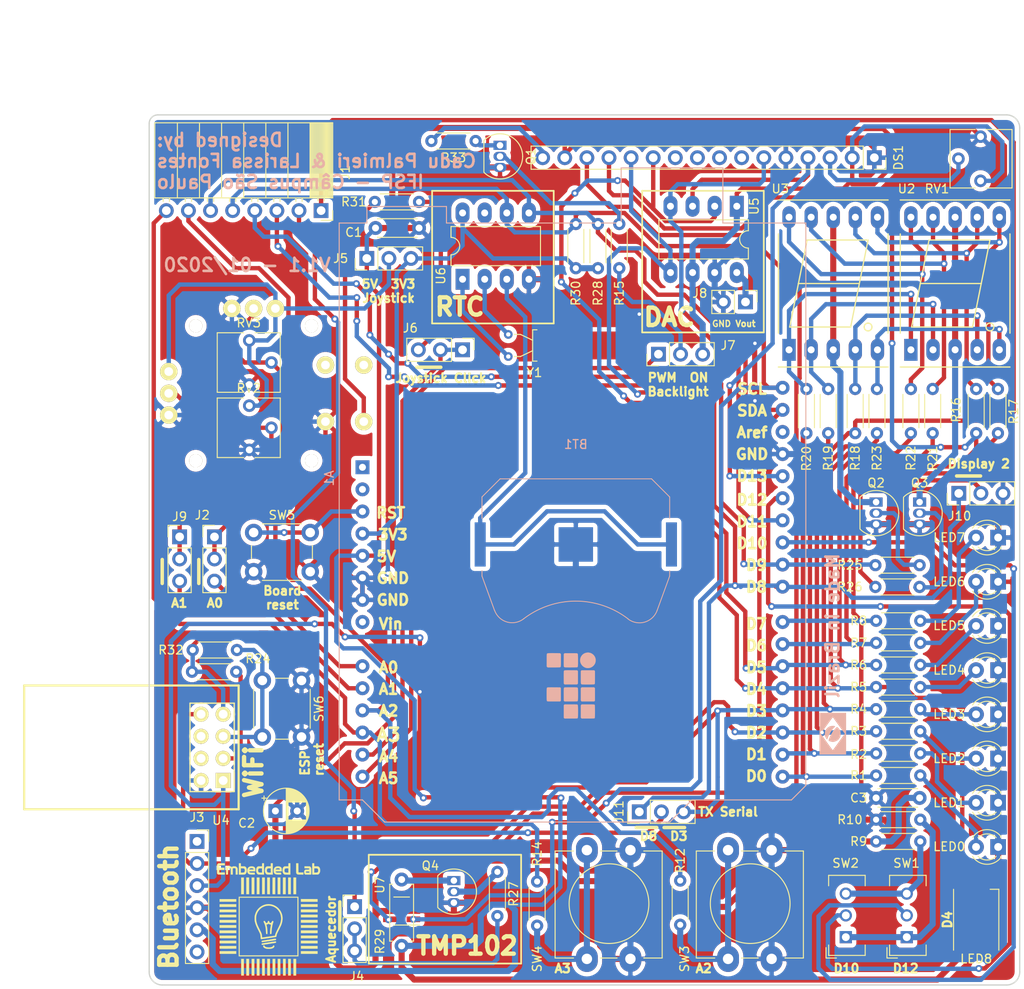
<source format=kicad_pcb>
(kicad_pcb (version 20171130) (host pcbnew "(5.1.4)-1")
  (layers (0 F.Cu signal) (31 B.Cu signal) (34 B.Paste user) (35 F.Paste user) (36 B.SilkS user) (37 F.SilkS user) (38 B.Mask user) (39 F.Mask user) (44 Edge.Cuts user))
  (net 0 "")
  (net 1 "Net-(BT1-Pad1)")
  (net 2 D1)
  (net 3 D0)
  (net 4 GND)
  (net 5 A1)
  (net 6 A0)
  (net 7 D7)
  (net 8 D6)
  (net 9 +5V)
  (net 10 D5)
  (net 11 +3V3)
  (net 12 D4)
  (net 13 D3)
  (net 14 D2)
  (net 15 SDA)
  (net 16 SCL)
  (net 17 "Net-(D1-Pad2)")
  (net 18 "Net-(D2-Pad2)")
  (net 19 "Net-(D3-Pad2)")
  (net 20 "Net-(D4-Pad2)")
  (net 21 "Net-(D5-Pad2)")
  (net 22 "Net-(D6-Pad2)")
  (net 23 "Net-(D7-Pad2)")
  (net 24 "Net-(D8-Pad2)")
  (net 25 "Net-(DS1-Pad16)")
  (net 26 "Net-(DS1-Pad3)")
  (net 27 "Net-(Q2-Pad2)")
  (net 28 "Net-(Q2-Pad1)")
  (net 29 "Net-(Q3-Pad1)")
  (net 30 "Net-(Q3-Pad2)")
  (net 31 "Net-(R9-Pad2)")
  (net 32 "Net-(R10-Pad2)")
  (net 33 "Net-(Q4-Pad1)")
  (net 34 "Net-(Q4-Pad2)")
  (net 35 "Net-(R16-Pad1)")
  (net 36 "Net-(R17-Pad1)")
  (net 37 "Net-(R18-Pad1)")
  (net 38 D13)
  (net 39 D12)
  (net 40 D9)
  (net 41 D8)
  (net 42 "Net-(Q1-Pad2)")
  (net 43 A5)
  (net 44 A4)
  (net 45 A3)
  (net 46 A2)
  (net 47 D11)
  (net 48 D10)
  (net 49 "Net-(J4-Pad2)")
  (net 50 "Net-(R12-Pad2)")
  (net 51 "Net-(R14-Pad2)")
  (net 52 "Net-(R19-Pad1)")
  (net 53 "Net-(R20-Pad1)")
  (net 54 "Net-(R21-Pad1)")
  (net 55 "Net-(R22-Pad1)")
  (net 56 "Net-(R23-Pad1)")
  (net 57 "Net-(R24-Pad1)")
  (net 58 "Net-(U6-Pad2)")
  (net 59 "Net-(U6-Pad1)")
  (net 60 "Net-(J7-Pad2)")
  (net 61 "Net-(J5-Pad2)")
  (net 62 "Net-(R31-Pad2)")
  (net 63 "Net-(J8-Pad1)")
  (net 64 "Net-(J6-Pad3)")
  (net 65 rst)
  (net 66 rst1)
  (net 67 "Net-(Q1-Pad1)")
  (net 68 A1_j)
  (net 69 A0_j)
  (net 70 "Net-(J10-Pad2)")
  (net 71 tx1)
  (module Logo:logo_72x92 (layer B.Cu) (at 143 119 180)
    (fp_text reference G*** hide)
    (fp_text value LOGO hide)
  )
  (module Resistor_THT:R_Axial_DIN0204_L3.6mm_D1.6mm_P5.08mm_Horizontal (layer F.Cu) (at 104.5 117.5 180)
    (fp_text reference R24 (at -2.5 1.5 180) (layer F.SilkS))
    (fp_text value R)
    (pad 1 thru_hole circle (at 0 0 180) (size 1.4 1.4) (drill 0.7) (layers *.Cu *.Mask) (net 57 "Net-(R24-Pad1)"))
    (pad 2 thru_hole oval (at 5.08 0 180) (size 1.4 1.4) (drill 0.7) (layers *.Cu *.Mask) (net 11 +3V3))
  )
  (module Pin_Headers:Pin_Header_Straight_1x03_Pitch2.54mm (layer F.Cu) (at 102 102)
    (fp_text reference J2 (at -1.4 -2.5) (layer F.SilkS))
    (fp_text value Conn_01x03)
    (pad 1 thru_hole rect (at 0 0) (size 1.7 1.7) (drill 1) (layers *.Cu *.Mask) (net 6 A0))
    (pad 2 thru_hole oval (at 0 2.54) (size 1.7 1.7) (drill 1) (layers *.Cu *.Mask) (net 6 A0))
    (pad 3 thru_hole oval (at 0 5.08) (size 1.7 1.7) (drill 1) (layers *.Cu *.Mask) (net 69 A0_j))
  )
  (module Capacitor_THT:CP_Radial_D5.0mm_P2.50mm (layer F.Cu) (at 109 133.5)
    (fp_text reference C2 (at -3.3 1.4) (layer F.SilkS))
    (fp_text value CP)
    (pad 2 thru_hole circle (at 2.5 0) (size 1.6 1.6) (drill 0.8) (layers *.Cu *.Mask) (net 4 GND))
    (pad 1 thru_hole rect (at 0 0) (size 1.6 1.6) (drill 0.8) (layers *.Cu *.Mask) (net 11 +3V3))
  )
  (module Package_TO_SOT_THT:TO-92_Inline (layer F.Cu) (at 134.8 57 270)
    (fp_text reference Q1 (at 1.27 -3.56 270) (layer F.SilkS))
    (fp_text value BC548)
    (pad 1 thru_hole rect (at 0 0 270) (size 1.05 1.5) (drill 0.75) (layers *.Cu *.Mask) (net 67 "Net-(Q1-Pad1)"))
    (pad 3 thru_hole oval (at 2.54 0 270) (size 1.05 1.5) (drill 0.75) (layers *.Cu *.Mask) (net 4 GND))
    (pad 2 thru_hole oval (at 1.27 0 270) (size 1.05 1.5) (drill 0.75) (layers *.Cu *.Mask) (net 42 "Net-(Q1-Pad2)"))
  )
  (module Crystal:Crystal_AT310_D3.0mm_L10.0mm_Horizontal_1EP_style1 (layer F.Cu) (at 135.75 81.27 90)
    (fp_text reference Y1 (at -1.85 3 180) (layer F.SilkS))
    (fp_text value Crystal)
    (pad 3 smd rect (at 1.27 8.75 90) (size 3.2 10.5) (layers F.Cu F.Paste F.Mask))
    (pad 2 thru_hole circle (at 2.54 0 90) (size 1 1) (drill 0.5) (layers *.Cu *.Mask) (net 58 "Net-(U6-Pad2)"))
    (pad 1 thru_hole circle (at 0 0 90) (size 1 1) (drill 0.5) (layers *.Cu *.Mask) (net 59 "Net-(U6-Pad1)"))
  )
  (module Package_TO_SOT_SMD:SOT-23-6_Handsoldering (layer F.Cu) (at 123.5 145 180)
    (fp_text reference U7 (at 2.5 3 270) (layer F.SilkS))
    (fp_text value TMP102)
    (pad 5 smd rect (at 1.35 0 180) (size 1.56 0.65) (layers F.Cu F.Paste F.Mask) (net 11 +3V3))
    (pad 6 smd rect (at 1.35 -0.95 180) (size 1.56 0.65) (layers F.Cu F.Paste F.Mask) (net 15 SDA))
    (pad 4 smd rect (at 1.35 0.95 180) (size 1.56 0.65) (layers F.Cu F.Paste F.Mask))
    (pad 3 smd rect (at -1.35 0.95 180) (size 1.56 0.65) (layers F.Cu F.Paste F.Mask))
    (pad 2 smd rect (at -1.35 0 180) (size 1.56 0.65) (layers F.Cu F.Paste F.Mask) (net 4 GND))
    (pad 1 smd rect (at -1.35 -0.95 180) (size 1.56 0.65) (layers F.Cu F.Paste F.Mask) (net 16 SCL))
  )
  (module Resistor_THT:R_Axial_DIN0207_L6.3mm_D2.5mm_P7.62mm_Horizontal (layer F.Cu) (at 123.5 149 90)
    (fp_text reference R29 (at 0.5 -2.5 90) (layer F.SilkS))
    (fp_text value R)
    (pad 2 thru_hole oval (at 7.62 0 90) (size 1.6 1.6) (drill 0.8) (layers *.Cu *.Mask) (net 33 "Net-(Q4-Pad1)"))
    (pad 1 thru_hole circle (at 0 0 90) (size 1.6 1.6) (drill 0.8) (layers *.Cu *.Mask) (net 9 +5V))
  )
  (module Package_TO_SOT_THT:TO-92_Inline (layer F.Cu) (at 178 98 270)
    (fp_text reference Q2 (at -2.2 0) (layer F.SilkS))
    (fp_text value BC548)
    (pad 1 thru_hole rect (at 0 0 270) (size 1.05 1.5) (drill 0.75) (layers *.Cu *.Mask) (net 28 "Net-(Q2-Pad1)"))
    (pad 3 thru_hole oval (at 2.54 0 270) (size 1.05 1.5) (drill 0.75) (layers *.Cu *.Mask) (net 4 GND))
    (pad 2 thru_hole oval (at 1.27 0 270) (size 1.05 1.5) (drill 0.75) (layers *.Cu *.Mask) (net 27 "Net-(Q2-Pad2)"))
  )
  (module Package_TO_SOT_THT:TO-92_Inline (layer F.Cu) (at 183 98 270)
    (fp_text reference Q3 (at -2.2 0) (layer F.SilkS))
    (fp_text value BC548)
    (pad 1 thru_hole rect (at 0 0 270) (size 1.05 1.5) (drill 0.75) (layers *.Cu *.Mask) (net 29 "Net-(Q3-Pad1)"))
    (pad 3 thru_hole oval (at 2.54 0 270) (size 1.05 1.5) (drill 0.75) (layers *.Cu *.Mask) (net 4 GND))
    (pad 2 thru_hole oval (at 1.27 0 270) (size 1.05 1.5) (drill 0.75) (layers *.Cu *.Mask) (net 30 "Net-(Q3-Pad2)"))
  )
  (module Package_TO_SOT_THT:TO-92_Inline (layer F.Cu) (at 129.5 141.5 270)
    (fp_text reference Q4 (at -1.7 2.7) (layer F.SilkS))
    (fp_text value BC548)
    (pad 1 thru_hole rect (at 0 0 270) (size 1.05 1.5) (drill 0.75) (layers *.Cu *.Mask) (net 33 "Net-(Q4-Pad1)"))
    (pad 3 thru_hole oval (at 2.54 0 270) (size 1.05 1.5) (drill 0.75) (layers *.Cu *.Mask) (net 4 GND))
    (pad 2 thru_hole oval (at 1.27 0 270) (size 1.05 1.5) (drill 0.75) (layers *.Cu *.Mask) (net 34 "Net-(Q4-Pad2)"))
  )
  (module LED_THT:LED_D3.0mm (layer F.Cu) (at 192.024 132.556 180)
    (fp_text reference LED1 (at 5.624 0 180) (layer F.SilkS))
    (fp_text value LED)
    (pad 2 thru_hole circle (at 2.54 0 180) (size 1.8 1.8) (drill 0.9) (layers *.Cu *.Mask) (net 18 "Net-(D2-Pad2)"))
    (pad 1 thru_hole rect (at 0 0 180) (size 1.8 1.8) (drill 0.9) (layers *.Cu *.Mask) (net 4 GND))
  )
  (module LED_THT:LED_D3.0mm (layer F.Cu) (at 192.024 127.476 180)
    (fp_text reference LED2 (at 5.624 0 180) (layer F.SilkS))
    (fp_text value LED)
    (pad 2 thru_hole circle (at 2.54 0 180) (size 1.8 1.8) (drill 0.9) (layers *.Cu *.Mask) (net 19 "Net-(D3-Pad2)"))
    (pad 1 thru_hole rect (at 0 0 180) (size 1.8 1.8) (drill 0.9) (layers *.Cu *.Mask) (net 4 GND))
  )
  (module LED_THT:LED_D3.0mm (layer F.Cu) (at 192.024 122.396 180)
    (fp_text reference LED3 (at 5.624 0 180) (layer F.SilkS))
    (fp_text value LED)
    (pad 2 thru_hole circle (at 2.54 0 180) (size 1.8 1.8) (drill 0.9) (layers *.Cu *.Mask) (net 20 "Net-(D4-Pad2)"))
    (pad 1 thru_hole rect (at 0 0 180) (size 1.8 1.8) (drill 0.9) (layers *.Cu *.Mask) (net 4 GND))
  )
  (module LED_THT:LED_D3.0mm (layer F.Cu) (at 192.024 117.316 180)
    (fp_text reference LED4 (at 5.624 0 180) (layer F.SilkS))
    (fp_text value LED)
    (pad 2 thru_hole circle (at 2.54 0 180) (size 1.8 1.8) (drill 0.9) (layers *.Cu *.Mask) (net 21 "Net-(D5-Pad2)"))
    (pad 1 thru_hole rect (at 0 0 180) (size 1.8 1.8) (drill 0.9) (layers *.Cu *.Mask) (net 4 GND))
  )
  (module LED_THT:LED_D3.0mm (layer F.Cu) (at 192.024 112.236 180)
    (fp_text reference LED5 (at 5.624 0.036 180) (layer F.SilkS))
    (fp_text value LED)
    (pad 2 thru_hole circle (at 2.54 0 180) (size 1.8 1.8) (drill 0.9) (layers *.Cu *.Mask) (net 22 "Net-(D6-Pad2)"))
    (pad 1 thru_hole rect (at 0 0 180) (size 1.8 1.8) (drill 0.9) (layers *.Cu *.Mask) (net 4 GND))
  )
  (module LED_THT:LED_D3.0mm (layer F.Cu) (at 192.024 107.156 180)
    (fp_text reference LED6 (at 5.624 0 180) (layer F.SilkS))
    (fp_text value LED)
    (pad 2 thru_hole circle (at 2.54 0 180) (size 1.8 1.8) (drill 0.9) (layers *.Cu *.Mask) (net 23 "Net-(D7-Pad2)"))
    (pad 1 thru_hole rect (at 0 0 180) (size 1.8 1.8) (drill 0.9) (layers *.Cu *.Mask) (net 4 GND))
  )
  (module LED_THT:LED_D3.0mm (layer F.Cu) (at 192.024 102.076 180)
    (fp_text reference LED7 (at 5.624 0 180) (layer F.SilkS))
    (fp_text value LED)
    (pad 2 thru_hole circle (at 2.54 0 180) (size 1.8 1.8) (drill 0.9) (layers *.Cu *.Mask) (net 24 "Net-(D8-Pad2)"))
    (pad 1 thru_hole rect (at 0 0 180) (size 1.8 1.8) (drill 0.9) (layers *.Cu *.Mask) (net 4 GND))
  )
  (module LED_THT:LED_D3.0mm (layer F.Cu) (at 192.024 137.636 180)
    (fp_text reference LED0 (at 5.624 0.036 180) (layer F.SilkS))
    (fp_text value LED)
    (pad 2 thru_hole circle (at 2.54 0 180) (size 1.8 1.8) (drill 0.9) (layers *.Cu *.Mask) (net 17 "Net-(D1-Pad2)"))
    (pad 1 thru_hole rect (at 0 0 180) (size 1.8 1.8) (drill 0.9) (layers *.Cu *.Mask) (net 4 GND))
  )
  (module Connector_PinSocket_2.54mm:PinSocket_1x06_P2.54mm_Vertical (layer F.Cu) (at 100 137)
    (fp_text reference J3 (at 0 -2.77) (layer F.SilkS))
    (fp_text value Conn_01x06)
    (pad 6 thru_hole oval (at 0 12.7) (size 1.7 1.7) (drill 1) (layers *.Cu *.Mask))
    (pad 5 thru_hole oval (at 0 10.16) (size 1.7 1.7) (drill 1) (layers *.Cu *.Mask) (net 9 +5V))
    (pad 4 thru_hole oval (at 0 7.62) (size 1.7 1.7) (drill 1) (layers *.Cu *.Mask) (net 4 GND))
    (pad 3 thru_hole oval (at 0 5.08) (size 1.7 1.7) (drill 1) (layers *.Cu *.Mask) (net 14 D2))
    (pad 2 thru_hole oval (at 0 2.54) (size 1.7 1.7) (drill 1) (layers *.Cu *.Mask) (net 71 tx1))
    (pad 1 thru_hole rect (at 0 0) (size 1.7 1.7) (drill 1) (layers *.Cu *.Mask))
  )
  (module Connector_PinSocket_2.54mm:PinSocket_1x08_P2.54mm_Horizontal (layer F.Cu) (at 114.25 64.5 270)
    (fp_text reference J1 (at -4.38 -2.77 270) (layer F.SilkS))
    (fp_text value Conn_01x08)
    (pad 8 thru_hole oval (at 0 17.78 270) (size 1.7 1.7) (drill 1) (layers *.Cu *.Mask) (net 45 A3))
    (pad 7 thru_hole oval (at 0 15.24 270) (size 1.7 1.7) (drill 1) (layers *.Cu *.Mask) (net 46 A2))
    (pad 6 thru_hole oval (at 0 12.7 270) (size 1.7 1.7) (drill 1) (layers *.Cu *.Mask) (net 15 SDA))
    (pad 5 thru_hole oval (at 0 10.16 270) (size 1.7 1.7) (drill 1) (layers *.Cu *.Mask) (net 16 SCL))
    (pad 4 thru_hole oval (at 0 7.62 270) (size 1.7 1.7) (drill 1) (layers *.Cu *.Mask) (net 40 D9))
    (pad 3 thru_hole oval (at 0 5.08 270) (size 1.7 1.7) (drill 1) (layers *.Cu *.Mask) (net 41 D8))
    (pad 2 thru_hole oval (at 0 2.54 270) (size 1.7 1.7) (drill 1) (layers *.Cu *.Mask) (net 13 D3))
    (pad 1 thru_hole rect (at 0 0 270) (size 1.7 1.7) (drill 1) (layers *.Cu *.Mask) (net 14 D2))
  )
  (module Connector_PinSocket_2.54mm:PinSocket_1x16_P2.54mm_Vertical (layer F.Cu) (at 177.8 58.42 270)
    (fp_text reference DS1 (at 0 -2.77 270) (layer F.SilkS))
    (fp_text value WC1602A)
    (pad 16 thru_hole oval (at 0 38.1 270) (size 1.7 1.7) (drill 1) (layers *.Cu *.Mask) (net 25 "Net-(DS1-Pad16)"))
    (pad 15 thru_hole oval (at 0 35.56 270) (size 1.7 1.7) (drill 1) (layers *.Cu *.Mask) (net 9 +5V))
    (pad 14 thru_hole oval (at 0 33.02 270) (size 1.7 1.7) (drill 1) (layers *.Cu *.Mask) (net 7 D7))
    (pad 13 thru_hole oval (at 0 30.48 270) (size 1.7 1.7) (drill 1) (layers *.Cu *.Mask) (net 8 D6))
    (pad 12 thru_hole oval (at 0 27.94 270) (size 1.7 1.7) (drill 1) (layers *.Cu *.Mask) (net 10 D5))
    (pad 11 thru_hole oval (at 0 25.4 270) (size 1.7 1.7) (drill 1) (layers *.Cu *.Mask) (net 12 D4))
    (pad 10 thru_hole oval (at 0 22.86 270) (size 1.7 1.7) (drill 1) (layers *.Cu *.Mask))
    (pad 9 thru_hole oval (at 0 20.32 270) (size 1.7 1.7) (drill 1) (layers *.Cu *.Mask))
    (pad 8 thru_hole oval (at 0 17.78 270) (size 1.7 1.7) (drill 1) (layers *.Cu *.Mask))
    (pad 7 thru_hole oval (at 0 15.24 270) (size 1.7 1.7) (drill 1) (layers *.Cu *.Mask))
    (pad 6 thru_hole oval (at 0 12.7 270) (size 1.7 1.7) (drill 1) (layers *.Cu *.Mask) (net 47 D11))
    (pad 5 thru_hole oval (at 0 10.16 270) (size 1.7 1.7) (drill 1) (layers *.Cu *.Mask) (net 4 GND))
    (pad 4 thru_hole oval (at 0 7.62 270) (size 1.7 1.7) (drill 1) (layers *.Cu *.Mask) (net 38 D13))
    (pad 3 thru_hole oval (at 0 5.08 270) (size 1.7 1.7) (drill 1) (layers *.Cu *.Mask) (net 26 "Net-(DS1-Pad3)"))
    (pad 2 thru_hole oval (at 0 2.54 270) (size 1.7 1.7) (drill 1) (layers *.Cu *.Mask) (net 9 +5V))
    (pad 1 thru_hole rect (at 0 0 270) (size 1.7 1.7) (drill 1) (layers *.Cu *.Mask) (net 4 GND))
  )
  (module Modules:Arduino_UNO_R3 (layer B.Cu) (at 119 94 270)
    (fp_text reference A1 (at 1.27 3.81 90) (layer B.SilkS) (effects (justify mirror)))
    (fp_text value Arduino_UNO_R3)
    (pad 16 thru_hole oval (at 33.02 -48.26 180) (size 1.6 1.6) (drill 0.8) (layers *.Cu *.Mask) (net 2 D1))
    (pad 15 thru_hole oval (at 35.56 -48.26 180) (size 1.6 1.6) (drill 0.8) (layers *.Cu *.Mask) (net 3 D0))
    (pad 30 thru_hole oval (at -4.06 -48.26 180) (size 1.6 1.6) (drill 0.8) (layers *.Cu *.Mask))
    (pad 14 thru_hole oval (at 35.56 0 180) (size 1.6 1.6) (drill 0.8) (layers *.Cu *.Mask) (net 43 A5))
    (pad 29 thru_hole oval (at -1.52 -48.26 180) (size 1.6 1.6) (drill 0.8) (layers *.Cu *.Mask) (net 4 GND))
    (pad 13 thru_hole oval (at 33.02 0 180) (size 1.6 1.6) (drill 0.8) (layers *.Cu *.Mask) (net 44 A4))
    (pad 28 thru_hole oval (at 1.02 -48.26 180) (size 1.6 1.6) (drill 0.8) (layers *.Cu *.Mask) (net 38 D13))
    (pad 12 thru_hole oval (at 30.48 0 180) (size 1.6 1.6) (drill 0.8) (layers *.Cu *.Mask) (net 45 A3))
    (pad 27 thru_hole oval (at 3.56 -48.26 180) (size 1.6 1.6) (drill 0.8) (layers *.Cu *.Mask) (net 39 D12))
    (pad 11 thru_hole oval (at 27.94 0 180) (size 1.6 1.6) (drill 0.8) (layers *.Cu *.Mask) (net 46 A2))
    (pad 26 thru_hole oval (at 6.1 -48.26 180) (size 1.6 1.6) (drill 0.8) (layers *.Cu *.Mask) (net 47 D11))
    (pad 10 thru_hole oval (at 25.4 0 180) (size 1.6 1.6) (drill 0.8) (layers *.Cu *.Mask) (net 68 A1_j))
    (pad 25 thru_hole oval (at 8.64 -48.26 180) (size 1.6 1.6) (drill 0.8) (layers *.Cu *.Mask) (net 48 D10))
    (pad 9 thru_hole oval (at 22.86 0 180) (size 1.6 1.6) (drill 0.8) (layers *.Cu *.Mask) (net 69 A0_j))
    (pad 24 thru_hole oval (at 11.18 -48.26 180) (size 1.6 1.6) (drill 0.8) (layers *.Cu *.Mask) (net 40 D9))
    (pad 8 thru_hole oval (at 17.78 0 180) (size 1.6 1.6) (drill 0.8) (layers *.Cu *.Mask))
    (pad 23 thru_hole oval (at 13.72 -48.26 180) (size 1.6 1.6) (drill 0.8) (layers *.Cu *.Mask) (net 41 D8))
    (pad 7 thru_hole oval (at 15.24 0 180) (size 1.6 1.6) (drill 0.8) (layers *.Cu *.Mask) (net 4 GND))
    (pad 22 thru_hole oval (at 17.78 -48.26 180) (size 1.6 1.6) (drill 0.8) (layers *.Cu *.Mask) (net 7 D7))
    (pad 6 thru_hole oval (at 12.7 0 180) (size 1.6 1.6) (drill 0.8) (layers *.Cu *.Mask) (net 4 GND))
    (pad 21 thru_hole oval (at 20.32 -48.26 180) (size 1.6 1.6) (drill 0.8) (layers *.Cu *.Mask) (net 8 D6))
    (pad 5 thru_hole oval (at 10.16 0 180) (size 1.6 1.6) (drill 0.8) (layers *.Cu *.Mask) (net 9 +5V))
    (pad 20 thru_hole oval (at 22.86 -48.26 180) (size 1.6 1.6) (drill 0.8) (layers *.Cu *.Mask) (net 10 D5))
    (pad 4 thru_hole oval (at 7.62 0 180) (size 1.6 1.6) (drill 0.8) (layers *.Cu *.Mask) (net 11 +3V3))
    (pad 19 thru_hole oval (at 25.4 -48.26 180) (size 1.6 1.6) (drill 0.8) (layers *.Cu *.Mask) (net 12 D4))
    (pad 3 thru_hole oval (at 5.08 0 180) (size 1.6 1.6) (drill 0.8) (layers *.Cu *.Mask) (net 65 rst))
    (pad 18 thru_hole oval (at 27.94 -48.26 180) (size 1.6 1.6) (drill 0.8) (layers *.Cu *.Mask) (net 13 D3))
    (pad 2 thru_hole oval (at 2.54 0 180) (size 1.6 1.6) (drill 0.8) (layers *.Cu *.Mask))
    (pad 17 thru_hole oval (at 30.48 -48.26 180) (size 1.6 1.6) (drill 0.8) (layers *.Cu *.Mask) (net 14 D2))
    (pad 1 thru_hole rect (at 0 0 180) (size 1.6 1.6) (drill 0.8) (layers *.Cu *.Mask))
    (pad 31 thru_hole oval (at -6.6 -48.26 180) (size 1.6 1.6) (drill 0.8) (layers *.Cu *.Mask) (net 15 SDA))
    (pad 32 thru_hole oval (at -9.14 -48.26 180) (size 1.6 1.6) (drill 0.8) (layers *.Cu *.Mask) (net 16 SCL))
  )
  (module Potentiometers:Potentiometer_Trimmer_Vishay_T73YP_Horizontal (layer F.Cu) (at 190 56 180)
    (fp_text reference RV1 (at 5 -6 180) (layer F.SilkS))
    (fp_text value R_POT_TRIM)
    (pad 1 thru_hole circle (at 0 0 180) (size 1.44 1.44) (drill 0.8) (layers *.Cu *.Mask) (net 4 GND))
    (pad 2 thru_hole circle (at 2.54 -2.54 180) (size 1.44 1.44) (drill 0.8) (layers *.Cu *.Mask) (net 26 "Net-(DS1-Pad3)"))
    (pad 3 thru_hole circle (at 0 -5.08 180) (size 1.44 1.44) (drill 0.8) (layers *.Cu *.Mask) (net 9 +5V))
  )
  (module Resistor_THT:R_Axial_DIN0204_L3.6mm_D1.6mm_P5.08mm_Horizontal (layer F.Cu) (at 183 105.25 180)
    (fp_text reference R25 (at 8 0 180) (layer F.SilkS))
    (fp_text value R)
    (pad 1 thru_hole circle (at 0 0 180) (size 1.4 1.4) (drill 0.7) (layers *.Cu *.Mask) (net 27 "Net-(Q2-Pad2)"))
    (pad 2 thru_hole oval (at 5.08 0 180) (size 1.4 1.4) (drill 0.7) (layers *.Cu *.Mask) (net 40 D9))
  )
  (module Display_7Segment:7SegmentLED_LTS6760_LTS6780 (layer F.Cu) (at 182 80.5 90)
    (fp_text reference U2 (at 18.5 -0.5 180) (layer F.SilkS))
    (fp_text value KCSC02-107)
    (pad 10 thru_hole oval (at 15.24 0) (size 1.524 2.524) (drill 0.8) (layers *.Cu *.Mask) (net 55 "Net-(R22-Pad1)"))
    (pad 9 thru_hole oval (at 15.24 2.54) (size 1.524 2.524) (drill 0.8) (layers *.Cu *.Mask) (net 54 "Net-(R21-Pad1)"))
    (pad 8 thru_hole oval (at 15.24 5.08) (size 1.524 2.524) (drill 0.8) (layers *.Cu *.Mask) (net 29 "Net-(Q3-Pad1)"))
    (pad 7 thru_hole oval (at 15.24 7.62) (size 1.524 2.524) (drill 0.8) (layers *.Cu *.Mask) (net 35 "Net-(R16-Pad1)"))
    (pad 6 thru_hole oval (at 15.24 10.16) (size 1.524 2.524) (drill 0.8) (layers *.Cu *.Mask) (net 36 "Net-(R17-Pad1)"))
    (pad 5 thru_hole oval (at 0 10.16) (size 1.524 2.524) (drill 0.8) (layers *.Cu *.Mask) (net 56 "Net-(R23-Pad1)"))
    (pad 4 thru_hole oval (at 0 7.62) (size 1.524 2.524) (drill 0.8) (layers *.Cu *.Mask) (net 37 "Net-(R18-Pad1)"))
    (pad 3 thru_hole oval (at 0 5.08) (size 1.524 2.524) (drill 0.8) (layers *.Cu *.Mask) (net 29 "Net-(Q3-Pad1)"))
    (pad 2 thru_hole oval (at 0 2.54) (size 1.524 2.524) (drill 0.8) (layers *.Cu *.Mask) (net 52 "Net-(R19-Pad1)"))
    (pad 1 thru_hole rect (at 0 0) (size 1.524 2.524) (drill 0.8) (layers *.Cu *.Mask) (net 53 "Net-(R20-Pad1)"))
  )
  (module Display_7Segment:7SegmentLED_LTS6760_LTS6780 (layer F.Cu) (at 168 80.5 90)
    (fp_text reference U3 (at 18.5 -1 180) (layer F.SilkS))
    (fp_text value KCSC02-107)
    (pad 1 thru_hole rect (at 0 0) (size 1.524 2.524) (drill 0.8) (layers *.Cu *.Mask) (net 53 "Net-(R20-Pad1)"))
    (pad 2 thru_hole oval (at 0 2.54) (size 1.524 2.524) (drill 0.8) (layers *.Cu *.Mask) (net 52 "Net-(R19-Pad1)"))
    (pad 3 thru_hole oval (at 0 5.08) (size 1.524 2.524) (drill 0.8) (layers *.Cu *.Mask) (net 28 "Net-(Q2-Pad1)"))
    (pad 4 thru_hole oval (at 0 7.62) (size 1.524 2.524) (drill 0.8) (layers *.Cu *.Mask) (net 37 "Net-(R18-Pad1)"))
    (pad 5 thru_hole oval (at 0 10.16) (size 1.524 2.524) (drill 0.8) (layers *.Cu *.Mask) (net 56 "Net-(R23-Pad1)"))
    (pad 6 thru_hole oval (at 15.24 10.16) (size 1.524 2.524) (drill 0.8) (layers *.Cu *.Mask) (net 36 "Net-(R17-Pad1)"))
    (pad 7 thru_hole oval (at 15.24 7.62) (size 1.524 2.524) (drill 0.8) (layers *.Cu *.Mask) (net 35 "Net-(R16-Pad1)"))
    (pad 8 thru_hole oval (at 15.24 5.08) (size 1.524 2.524) (drill 0.8) (layers *.Cu *.Mask) (net 28 "Net-(Q2-Pad1)"))
    (pad 9 thru_hole oval (at 15.24 2.54) (size 1.524 2.524) (drill 0.8) (layers *.Cu *.Mask) (net 54 "Net-(R21-Pad1)"))
    (pad 10 thru_hole oval (at 15.24 0) (size 1.524 2.524) (drill 0.8) (layers *.Cu *.Mask) (net 55 "Net-(R22-Pad1)"))
  )
  (module Resistor_THT:R_Axial_DIN0204_L3.6mm_D1.6mm_P5.08mm_Horizontal (layer F.Cu) (at 178.1 85 270)
    (fp_text reference R23 (at 7.95 0 270) (layer F.SilkS))
    (fp_text value R)
    (pad 1 thru_hole circle (at 0 0 270) (size 1.4 1.4) (drill 0.7) (layers *.Cu *.Mask) (net 56 "Net-(R23-Pad1)"))
    (pad 2 thru_hole oval (at 5.08 0 270) (size 1.4 1.4) (drill 0.7) (layers *.Cu *.Mask) (net 13 D3))
  )
  (module Buttons_Switches_THT:SW_PUSH-12mm_Wuerth-430476085716 (layer F.Cu) (at 144.78 150.5 90)
    (fp_text reference SW4 (at 0 -5.715 90) (layer F.SilkS))
    (fp_text value SW_Push)
    (pad 1 thru_hole oval (at 12.5 0 90) (size 3 2.5) (drill 1.2) (layers *.Cu *.Mask) (net 51 "Net-(R14-Pad2)"))
    (pad 2 thru_hole oval (at 12.5 5 90) (size 3 2.5) (drill 1.2) (layers *.Cu *.Mask) (net 4 GND))
    (pad 1 thru_hole oval (at 0 0 90) (size 3 2.5) (drill 1.2) (layers *.Cu *.Mask) (net 51 "Net-(R14-Pad2)"))
    (pad 2 thru_hole oval (at 0 5 90) (size 3 2.5) (drill 1.2) (layers *.Cu *.Mask) (net 4 GND))
  )
  (module Battery_Holders:Keystone_3034_1x20mm-CoinCell (layer B.Cu) (at 143.51 102.87 180)
    (fp_text reference BT1 (at 0 11.5 180) (layer B.SilkS) (effects (justify mirror)))
    (fp_text value Battery_Cell)
    (pad 1 smd rect (at -10.985 0 180) (size 1.27 5.08) (layers B.Cu B.Paste B.Mask) (net 1 "Net-(BT1-Pad1)"))
    (pad 1 smd rect (at 10.985 0 180) (size 1.27 5.08) (layers B.Cu B.Paste B.Mask) (net 1 "Net-(BT1-Pad1)"))
    (pad 2 smd rect (at 0 0 180) (size 3.96 3.96) (layers B.Cu B.Paste B.Mask) (net 4 GND))
  )
  (module LEDs:LED_WS2812B-PLCC4 (layer F.Cu) (at 189.5 146 90)
    (fp_text reference LED8 (at -4.5 0 180) (layer F.SilkS))
    (fp_text value WS2812B)
    (pad 1 smd rect (at -2.5 -1.6 90) (size 1.6 1) (layers F.Cu F.Paste F.Mask) (net 9 +5V))
    (pad 2 smd rect (at -2.5 1.6 90) (size 1.6 1) (layers F.Cu F.Paste F.Mask))
    (pad 4 smd rect (at 2.5 -1.6 90) (size 1.6 1) (layers F.Cu F.Paste F.Mask) (net 12 D4))
    (pad 3 smd rect (at 2.5 1.6 90) (size 1.6 1) (layers F.Cu F.Paste F.Mask) (net 4 GND))
  )
  (module Buttons_Switches_THT:SW_PUSH-12mm_Wuerth-430476085716 (layer F.Cu) (at 161 150.5 90)
    (fp_text reference SW3 (at 0 -5 90) (layer F.SilkS))
    (fp_text value SW_Push)
    (pad 2 thru_hole oval (at 0 5 90) (size 3 2.5) (drill 1.2) (layers *.Cu *.Mask) (net 4 GND))
    (pad 1 thru_hole oval (at 0 0 90) (size 3 2.5) (drill 1.2) (layers *.Cu *.Mask) (net 50 "Net-(R12-Pad2)"))
    (pad 2 thru_hole oval (at 12.5 5 90) (size 3 2.5) (drill 1.2) (layers *.Cu *.Mask) (net 4 GND))
    (pad 1 thru_hole oval (at 12.5 0 90) (size 3 2.5) (drill 1.2) (layers *.Cu *.Mask) (net 50 "Net-(R12-Pad2)"))
  )
  (module kicad-libraries-master:Joystick_Button (layer F.Cu) (at 106.5 85.5 90)
    (fp_text reference U1)
    (fp_text value JOYSTICK_BUTTON)
    (pad X1 thru_hole circle (at 9.75106 -2.49936 90) (size 1.99898 1.99898) (drill 1.00076) (layers *.Cu *.Mask F.SilkS) (net 4 GND))
    (pad X2 thru_hole circle (at 9.75106 0 90) (size 1.99898 1.99898) (drill 1.00076) (layers *.Cu *.Mask F.SilkS) (net 6 A0))
    (pad X3 thru_hole circle (at 9.75106 2.49936 90) (size 1.99898 1.99898) (drill 1.00076) (layers *.Cu *.Mask F.SilkS) (net 61 "Net-(J5-Pad2)"))
    (pad Y2 thru_hole circle (at 0 -9.75106 90) (size 1.99898 1.99898) (drill 1.00076) (layers *.Cu *.Mask F.SilkS) (net 5 A1))
    (pad Y1 thru_hole circle (at -2.49936 -9.75106 90) (size 1.99898 1.99898) (drill 1.00076) (layers *.Cu *.Mask F.SilkS) (net 4 GND))
    (pad Y3 thru_hole circle (at 2.49936 -9.75106 90) (size 1.99898 1.99898) (drill 1.00076) (layers *.Cu *.Mask F.SilkS) (net 61 "Net-(J5-Pad2)"))
    (pad "" thru_hole circle (at 7.74954 -6.64972 90) (size 1.50114 1.50114) (drill 1.50114) (layers *.Cu *.Mask F.SilkS))
    (pad "" thru_hole circle (at -7.74954 -6.64972 90) (size 1.50114 1.50114) (drill 1.50114) (layers *.Cu *.Mask F.SilkS))
    (pad "" thru_hole circle (at 7.74954 6.64972 90) (size 1.50114 1.50114) (drill 1.50114) (layers *.Cu *.Mask F.SilkS))
    (pad "" thru_hole circle (at -7.74954 6.64972 90) (size 1.50114 1.50114) (drill 1.50114) (layers *.Cu *.Mask F.SilkS))
    (pad SW1 thru_hole circle (at -3.2512 8.24992 90) (size 1.99898 1.99898) (drill 1.00076) (layers *.Cu *.Mask F.SilkS) (net 4 GND))
    (pad "" thru_hole circle (at 3.2512 8.24992 90) (size 1.99898 1.99898) (drill 1.00076) (layers *.Cu *.Mask F.SilkS))
    (pad SW2 thru_hole circle (at -3.2512 12.6492 90) (size 1.99898 1.99898) (drill 1.00076) (layers *.Cu *.Mask F.SilkS) (net 62 "Net-(R31-Pad2)"))
    (pad "" thru_hole circle (at 3.2512 12.6492 90) (size 1.99898 1.99898) (drill 1.00076) (layers *.Cu *.Mask F.SilkS))
  )
  (module Housings_DIP:DIP-8_W7.62mm_LongPads (layer F.Cu) (at 130.5 72.39 90)
    (fp_text reference U6 (at 0.39 -2.5 90) (layer F.SilkS))
    (fp_text value DS1307+)
    (pad 8 thru_hole oval (at 7.62 0 90) (size 2.4 1.6) (drill 0.8) (layers *.Cu *.Mask) (net 11 +3V3))
    (pad 4 thru_hole oval (at 0 7.62 90) (size 2.4 1.6) (drill 0.8) (layers *.Cu *.Mask) (net 4 GND))
    (pad 7 thru_hole oval (at 7.62 2.54 90) (size 2.4 1.6) (drill 0.8) (layers *.Cu *.Mask))
    (pad 3 thru_hole oval (at 0 5.08 90) (size 2.4 1.6) (drill 0.8) (layers *.Cu *.Mask) (net 1 "Net-(BT1-Pad1)"))
    (pad 6 thru_hole oval (at 7.62 5.08 90) (size 2.4 1.6) (drill 0.8) (layers *.Cu *.Mask) (net 16 SCL))
    (pad 2 thru_hole oval (at 0 2.54 90) (size 2.4 1.6) (drill 0.8) (layers *.Cu *.Mask) (net 58 "Net-(U6-Pad2)"))
    (pad 5 thru_hole oval (at 7.62 7.62 90) (size 2.4 1.6) (drill 0.8) (layers *.Cu *.Mask) (net 15 SDA))
    (pad 1 thru_hole rect (at 0 0 90) (size 2.4 1.6) (drill 0.8) (layers *.Cu *.Mask) (net 59 "Net-(U6-Pad1)"))
  )
  (module Housings_DIP:DIP-8_W7.62mm_LongPads (layer F.Cu) (at 162 64 270)
    (fp_text reference U5 (at 0 -2 90) (layer F.SilkS))
    (fp_text value MCP4921-EP)
    (pad 8 thru_hole oval (at 7.62 0 270) (size 2.4 1.6) (drill 0.8) (layers *.Cu *.Mask) (net 63 "Net-(J8-Pad1)"))
    (pad 4 thru_hole oval (at 0 7.62 270) (size 2.4 1.6) (drill 0.8) (layers *.Cu *.Mask) (net 47 D11))
    (pad 7 thru_hole oval (at 7.62 2.54 270) (size 2.4 1.6) (drill 0.8) (layers *.Cu *.Mask) (net 4 GND))
    (pad 3 thru_hole oval (at 0 5.08 270) (size 2.4 1.6) (drill 0.8) (layers *.Cu *.Mask) (net 38 D13))
    (pad 6 thru_hole oval (at 7.62 5.08 270) (size 2.4 1.6) (drill 0.8) (layers *.Cu *.Mask) (net 9 +5V))
    (pad 2 thru_hole oval (at 0 2.54 270) (size 2.4 1.6) (drill 0.8) (layers *.Cu *.Mask) (net 12 D4))
    (pad 5 thru_hole oval (at 7.62 7.62 270) (size 2.4 1.6) (drill 0.8) (layers *.Cu *.Mask) (net 10 D5))
    (pad 1 thru_hole rect (at 0 0 270) (size 2.4 1.6) (drill 0.8) (layers *.Cu *.Mask) (net 9 +5V))
  )
  (module "Modelos 3D Shield STM:esp01" (layer F.Cu) (at 103 130 180)
    (fp_text reference U4 (at 0.254 -4.572 180) (layer F.SilkS))
    (fp_text value ESP-01v090)
    (pad 1 thru_hole rect (at 0 0 180) (size 1.7272 1.7272) (drill 1.016) (layers *.Cu *.Mask F.SilkS) (net 14 D2))
    (pad 2 thru_hole oval (at 2.54 0 180) (size 1.7272 1.7272) (drill 1.016) (layers *.Cu *.Mask F.SilkS) (net 4 GND))
    (pad 3 thru_hole oval (at 0 2.54 180) (size 1.7272 1.7272) (drill 1.016) (layers *.Cu *.Mask F.SilkS) (net 57 "Net-(R24-Pad1)"))
    (pad 4 thru_hole oval (at 2.54 2.54 180) (size 1.7272 1.7272) (drill 1.016) (layers *.Cu *.Mask F.SilkS))
    (pad 5 thru_hole oval (at 0 5.08 180) (size 1.7272 1.7272) (drill 1.016) (layers *.Cu *.Mask F.SilkS) (net 66 rst1))
    (pad 6 thru_hole oval (at 2.54 5.08 180) (size 1.7272 1.7272) (drill 1.016) (layers *.Cu *.Mask F.SilkS))
    (pad 7 thru_hole oval (at 0 7.62 180) (size 1.7272 1.7272) (drill 1.016) (layers *.Cu *.Mask F.SilkS) (net 11 +3V3))
    (pad 8 thru_hole oval (at 2.54 7.62 180) (size 1.7272 1.7272) (drill 1.016) (layers *.Cu *.Mask F.SilkS) (net 71 tx1))
  )
  (module Biblios:chavinha3pos (layer F.Cu) (at 180 148 90)
    (fp_text reference SW1 (at 8.5 1.5 180) (layer F.SilkS))
    (fp_text value SW_SPDT)
    (pad 3 thru_hole circle (at 5 1.524 90) (size 1.4 1.4) (drill 0.9) (layers *.Cu *.Mask) (net 31 "Net-(R9-Pad2)"))
    (pad 2 thru_hole circle (at 2.5 1.524 90) (size 1.4 1.4) (drill 0.9) (layers *.Cu *.Mask) (net 48 D10))
    (pad 1 thru_hole rect (at 0 1.524 90) (size 1.4 1.4) (drill 0.9) (layers *.Cu *.Mask) (net 32 "Net-(R10-Pad2)"))
  )
  (module Biblios:chavinha3pos (layer F.Cu) (at 173 148 90)
    (fp_text reference SW2 (at 8.5 1.5 180) (layer F.SilkS))
    (fp_text value SW_SPDT)
    (pad 1 thru_hole rect (at 0 1.524 90) (size 1.4 1.4) (drill 0.9) (layers *.Cu *.Mask) (net 32 "Net-(R10-Pad2)"))
    (pad 2 thru_hole circle (at 2.5 1.524 90) (size 1.4 1.4) (drill 0.9) (layers *.Cu *.Mask) (net 39 D12))
    (pad 3 thru_hole circle (at 5 1.524 90) (size 1.4 1.4) (drill 0.9) (layers *.Cu *.Mask) (net 31 "Net-(R9-Pad2)"))
  )
  (module Connector_PinHeader_2.54mm:PinHeader_1x03_P2.54mm_Vertical (layer F.Cu) (at 119.5 70 90)
    (fp_text reference J5 (at 0 -3 180) (layer F.SilkS))
    (fp_text value Conn_01x03)
    (pad 1 thru_hole rect (at 0 0 90) (size 1.7 1.7) (drill 1) (layers *.Cu *.Mask) (net 9 +5V))
    (pad 2 thru_hole oval (at 0 2.54 90) (size 1.7 1.7) (drill 1) (layers *.Cu *.Mask) (net 61 "Net-(J5-Pad2)"))
    (pad 3 thru_hole oval (at 0 5.08 90) (size 1.7 1.7) (drill 1) (layers *.Cu *.Mask) (net 11 +3V3))
  )
  (module Connector_PinHeader_2.54mm:PinHeader_1x03_P2.54mm_Vertical (layer F.Cu) (at 130.5 80.5 270)
    (fp_text reference J6 (at -2.5 6) (layer F.SilkS))
    (fp_text value Conn_01x03)
    (pad 3 thru_hole oval (at 0 5.08 270) (size 1.7 1.7) (drill 1) (layers *.Cu *.Mask) (net 64 "Net-(J6-Pad3)"))
    (pad 2 thru_hole oval (at 0 2.54 270) (size 1.7 1.7) (drill 1) (layers *.Cu *.Mask) (net 44 A4))
    (pad 1 thru_hole rect (at 0 0 270) (size 1.7 1.7) (drill 1) (layers *.Cu *.Mask) (net 44 A4))
  )
  (module Connector_PinHeader_2.54mm:PinHeader_1x03_P2.54mm_Vertical (layer F.Cu) (at 153 81 90)
    (fp_text reference J7 (at 1 8 180) (layer F.SilkS))
    (fp_text value Conn_01x03)
    (pad 1 thru_hole rect (at 0 0 90) (size 1.7 1.7) (drill 1) (layers *.Cu *.Mask) (net 43 A5))
    (pad 2 thru_hole oval (at 0 2.54 90) (size 1.7 1.7) (drill 1) (layers *.Cu *.Mask) (net 60 "Net-(J7-Pad2)"))
    (pad 3 thru_hole oval (at 0 5.08 90) (size 1.7 1.7) (drill 1) (layers *.Cu *.Mask) (net 9 +5V))
  )
  (module Connector_PinHeader_2.54mm:PinHeader_1x03_P2.54mm_Vertical (layer F.Cu) (at 118.1 144.5)
    (fp_text reference J4 (at 0.25 8) (layer F.SilkS))
    (fp_text value Conn_01x03)
    (pad 1 thru_hole rect (at 0 0) (size 1.7 1.7) (drill 1) (layers *.Cu *.Mask) (net 13 D3))
    (pad 2 thru_hole oval (at 0 2.54) (size 1.7 1.7) (drill 1) (layers *.Cu *.Mask) (net 49 "Net-(J4-Pad2)"))
    (pad 3 thru_hole oval (at 0 5.08) (size 1.7 1.7) (drill 1) (layers *.Cu *.Mask) (net 49 "Net-(J4-Pad2)"))
  )
  (module Resistor_THT:R_Axial_DIN0204_L3.6mm_D1.6mm_P5.08mm_Horizontal (layer F.Cu) (at 178 129.42)
    (fp_text reference R1 (at -2 0) (layer F.SilkS))
    (fp_text value R)
    (pad 2 thru_hole oval (at 5.08 0) (size 1.4 1.4) (drill 0.7) (layers *.Cu *.Mask) (net 17 "Net-(D1-Pad2)"))
    (pad 1 thru_hole circle (at 0 0) (size 1.4 1.4) (drill 0.7) (layers *.Cu *.Mask) (net 3 D0))
  )
  (module Resistor_THT:R_Axial_DIN0204_L3.6mm_D1.6mm_P5.08mm_Horizontal (layer F.Cu) (at 178 126.88)
    (fp_text reference R2 (at -2 0.12) (layer F.SilkS))
    (fp_text value R)
    (pad 2 thru_hole oval (at 5.08 0) (size 1.4 1.4) (drill 0.7) (layers *.Cu *.Mask) (net 18 "Net-(D2-Pad2)"))
    (pad 1 thru_hole circle (at 0 0) (size 1.4 1.4) (drill 0.7) (layers *.Cu *.Mask) (net 2 D1))
  )
  (module Resistor_THT:R_Axial_DIN0204_L3.6mm_D1.6mm_P5.08mm_Horizontal (layer F.Cu) (at 178 124.34)
    (fp_text reference R3 (at -2 0) (layer F.SilkS))
    (fp_text value R)
    (pad 2 thru_hole oval (at 5.08 0) (size 1.4 1.4) (drill 0.7) (layers *.Cu *.Mask) (net 19 "Net-(D3-Pad2)"))
    (pad 1 thru_hole circle (at 0 0) (size 1.4 1.4) (drill 0.7) (layers *.Cu *.Mask) (net 14 D2))
  )
  (module Resistor_THT:R_Axial_DIN0204_L3.6mm_D1.6mm_P5.08mm_Horizontal (layer F.Cu) (at 178 121.8)
    (fp_text reference R4 (at -2 0) (layer F.SilkS))
    (fp_text value R)
    (pad 2 thru_hole oval (at 5.08 0) (size 1.4 1.4) (drill 0.7) (layers *.Cu *.Mask) (net 20 "Net-(D4-Pad2)"))
    (pad 1 thru_hole circle (at 0 0) (size 1.4 1.4) (drill 0.7) (layers *.Cu *.Mask) (net 13 D3))
  )
  (module Resistor_THT:R_Axial_DIN0204_L3.6mm_D1.6mm_P5.08mm_Horizontal (layer F.Cu) (at 178 119.26)
    (fp_text reference R5 (at -2 0) (layer F.SilkS))
    (fp_text value R)
    (pad 2 thru_hole oval (at 5.08 0) (size 1.4 1.4) (drill 0.7) (layers *.Cu *.Mask) (net 21 "Net-(D5-Pad2)"))
    (pad 1 thru_hole circle (at 0 0) (size 1.4 1.4) (drill 0.7) (layers *.Cu *.Mask) (net 12 D4))
  )
  (module Resistor_THT:R_Axial_DIN0204_L3.6mm_D1.6mm_P5.08mm_Horizontal (layer F.Cu) (at 178 116.72)
    (fp_text reference R6 (at -2 0) (layer F.SilkS))
    (fp_text value R)
    (pad 1 thru_hole circle (at 0 0) (size 1.4 1.4) (drill 0.7) (layers *.Cu *.Mask) (net 10 D5))
    (pad 2 thru_hole oval (at 5.08 0) (size 1.4 1.4) (drill 0.7) (layers *.Cu *.Mask) (net 22 "Net-(D6-Pad2)"))
  )
  (module Resistor_THT:R_Axial_DIN0204_L3.6mm_D1.6mm_P5.08mm_Horizontal (layer F.Cu) (at 178 114.18)
    (fp_text reference R7 (at -2 0) (layer F.SilkS))
    (fp_text value R)
    (pad 2 thru_hole oval (at 5.08 0) (size 1.4 1.4) (drill 0.7) (layers *.Cu *.Mask) (net 23 "Net-(D7-Pad2)"))
    (pad 1 thru_hole circle (at 0 0) (size 1.4 1.4) (drill 0.7) (layers *.Cu *.Mask) (net 8 D6))
  )
  (module Resistor_THT:R_Axial_DIN0204_L3.6mm_D1.6mm_P5.08mm_Horizontal (layer F.Cu) (at 178 111.64)
    (fp_text reference R8 (at -2 0) (layer F.SilkS))
    (fp_text value R)
    (pad 2 thru_hole oval (at 5.08 0) (size 1.4 1.4) (drill 0.7) (layers *.Cu *.Mask) (net 24 "Net-(D8-Pad2)"))
    (pad 1 thru_hole circle (at 0 0) (size 1.4 1.4) (drill 0.7) (layers *.Cu *.Mask) (net 7 D7))
  )
  (module Resistor_THT:R_Axial_DIN0204_L3.6mm_D1.6mm_P5.08mm_Horizontal (layer F.Cu) (at 178 137)
    (fp_text reference R9 (at -2 0) (layer F.SilkS))
    (fp_text value R)
    (pad 1 thru_hole circle (at 0 0) (size 1.4 1.4) (drill 0.7) (layers *.Cu *.Mask) (net 11 +3V3))
    (pad 2 thru_hole oval (at 5.08 0) (size 1.4 1.4) (drill 0.7) (layers *.Cu *.Mask) (net 31 "Net-(R9-Pad2)"))
  )
  (module Resistor_THT:R_Axial_DIN0204_L3.6mm_D1.6mm_P5.08mm_Horizontal (layer F.Cu) (at 178 134.5)
    (fp_text reference R10 (at -3 0) (layer F.SilkS))
    (fp_text value R)
    (pad 1 thru_hole circle (at 0 0) (size 1.4 1.4) (drill 0.7) (layers *.Cu *.Mask) (net 4 GND))
    (pad 2 thru_hole oval (at 5.08 0) (size 1.4 1.4) (drill 0.7) (layers *.Cu *.Mask) (net 32 "Net-(R10-Pad2)"))
  )
  (module Resistor_THT:R_Axial_DIN0204_L3.6mm_D1.6mm_P5.08mm_Horizontal (layer F.Cu) (at 155.5 141.5 270)
    (fp_text reference R12 (at -2.3 0 270) (layer F.SilkS))
    (fp_text value R)
    (pad 2 thru_hole oval (at 5.08 0 270) (size 1.4 1.4) (drill 0.7) (layers *.Cu *.Mask) (net 50 "Net-(R12-Pad2)"))
    (pad 1 thru_hole circle (at 0 0 270) (size 1.4 1.4) (drill 0.7) (layers *.Cu *.Mask) (net 46 A2))
  )
  (module Resistor_THT:R_Axial_DIN0204_L3.6mm_D1.6mm_P5.08mm_Horizontal (layer F.Cu) (at 139.065 141.605 270)
    (fp_text reference R14 (at -3.175 0 270) (layer F.SilkS))
    (fp_text value R)
    (pad 1 thru_hole circle (at 0 0 270) (size 1.4 1.4) (drill 0.7) (layers *.Cu *.Mask) (net 45 A3))
    (pad 2 thru_hole oval (at 5.08 0 270) (size 1.4 1.4) (drill 0.7) (layers *.Cu *.Mask) (net 51 "Net-(R14-Pad2)"))
  )
  (module Resistor_THT:R_Axial_DIN0204_L3.6mm_D1.6mm_P5.08mm_Horizontal (layer F.Cu) (at 148.5 66.04 270)
    (fp_text reference R15 (at 7.96 0 270) (layer F.SilkS))
    (fp_text value R)
    (pad 1 thru_hole circle (at 0 0 270) (size 1.4 1.4) (drill 0.7) (layers *.Cu *.Mask) (net 42 "Net-(Q1-Pad2)"))
    (pad 2 thru_hole oval (at 5.08 0 270) (size 1.4 1.4) (drill 0.7) (layers *.Cu *.Mask) (net 60 "Net-(J7-Pad2)"))
  )
  (module Resistor_THT:R_Axial_DIN0204_L3.6mm_D1.6mm_P5.08mm_Horizontal (layer F.Cu) (at 189.5 85 270)
    (fp_text reference R16 (at 2.4 2.3 270) (layer F.SilkS))
    (fp_text value R)
    (pad 1 thru_hole circle (at 0 0 270) (size 1.4 1.4) (drill 0.7) (layers *.Cu *.Mask) (net 35 "Net-(R16-Pad1)"))
    (pad 2 thru_hole oval (at 5.08 0 270) (size 1.4 1.4) (drill 0.7) (layers *.Cu *.Mask) (net 8 D6))
  )
  (module Resistor_THT:R_Axial_DIN0204_L3.6mm_D1.6mm_P5.08mm_Horizontal (layer F.Cu) (at 192 85 270)
    (fp_text reference R17 (at 2.6 -1.8 270) (layer F.SilkS))
    (fp_text value R)
    (pad 2 thru_hole oval (at 5.08 0 270) (size 1.4 1.4) (drill 0.7) (layers *.Cu *.Mask) (net 7 D7))
    (pad 1 thru_hole circle (at 0 0 270) (size 1.4 1.4) (drill 0.7) (layers *.Cu *.Mask) (net 36 "Net-(R17-Pad1)"))
  )
  (module Resistor_THT:R_Axial_DIN0204_L3.6mm_D1.6mm_P5.08mm_Horizontal (layer F.Cu) (at 175.6 85 270)
    (fp_text reference R18 (at 7.95 0 270) (layer F.SilkS))
    (fp_text value R)
    (pad 1 thru_hole circle (at 0 0 270) (size 1.4 1.4) (drill 0.7) (layers *.Cu *.Mask) (net 37 "Net-(R18-Pad1)"))
    (pad 2 thru_hole oval (at 5.08 0 270) (size 1.4 1.4) (drill 0.7) (layers *.Cu *.Mask) (net 14 D2))
  )
  (module Resistor_THT:R_Axial_DIN0204_L3.6mm_D1.6mm_P5.08mm_Horizontal (layer F.Cu) (at 172.5 85 270)
    (fp_text reference R19 (at 7.95 0 270) (layer F.SilkS))
    (fp_text value R)
    (pad 1 thru_hole circle (at 0 0 270) (size 1.4 1.4) (drill 0.7) (layers *.Cu *.Mask) (net 52 "Net-(R19-Pad1)"))
    (pad 2 thru_hole oval (at 5.08 0 270) (size 1.4 1.4) (drill 0.7) (layers *.Cu *.Mask) (net 2 D1))
  )
  (module Resistor_THT:R_Axial_DIN0204_L3.6mm_D1.6mm_P5.08mm_Horizontal (layer F.Cu) (at 170 85 270)
    (fp_text reference R20 (at 8 0 270) (layer F.SilkS))
    (fp_text value R)
    (pad 2 thru_hole oval (at 5.08 0 270) (size 1.4 1.4) (drill 0.7) (layers *.Cu *.Mask) (net 3 D0))
    (pad 1 thru_hole circle (at 0 0 270) (size 1.4 1.4) (drill 0.7) (layers *.Cu *.Mask) (net 53 "Net-(R20-Pad1)"))
  )
  (module Resistor_THT:R_Axial_DIN0204_L3.6mm_D1.6mm_P5.08mm_Horizontal (layer F.Cu) (at 184.5 85 270)
    (fp_text reference R21 (at 7.95 0 270) (layer F.SilkS))
    (fp_text value R)
    (pad 2 thru_hole oval (at 5.08 0 270) (size 1.4 1.4) (drill 0.7) (layers *.Cu *.Mask) (net 10 D5))
    (pad 1 thru_hole circle (at 0 0 270) (size 1.4 1.4) (drill 0.7) (layers *.Cu *.Mask) (net 54 "Net-(R21-Pad1)"))
  )
  (module Resistor_THT:R_Axial_DIN0204_L3.6mm_D1.6mm_P5.08mm_Horizontal (layer F.Cu) (at 182 85 270)
    (fp_text reference R22 (at 7.95 0 270) (layer F.SilkS))
    (fp_text value R)
    (pad 2 thru_hole oval (at 5.08 0 270) (size 1.4 1.4) (drill 0.7) (layers *.Cu *.Mask) (net 12 D4))
    (pad 1 thru_hole circle (at 0 0 270) (size 1.4 1.4) (drill 0.7) (layers *.Cu *.Mask) (net 55 "Net-(R22-Pad1)"))
  )
  (module Resistor_THT:R_Axial_DIN0204_L3.6mm_D1.6mm_P5.08mm_Horizontal (layer F.Cu) (at 183 107.75 180)
    (fp_text reference R26 (at 8 0 180) (layer F.SilkS))
    (fp_text value R)
    (pad 1 thru_hole circle (at 0 0 180) (size 1.4 1.4) (drill 0.7) (layers *.Cu *.Mask) (net 30 "Net-(Q3-Pad2)"))
    (pad 2 thru_hole oval (at 5.08 0 180) (size 1.4 1.4) (drill 0.7) (layers *.Cu *.Mask) (net 70 "Net-(J10-Pad2)"))
  )
  (module Resistor_THT:R_Axial_DIN0204_L3.6mm_D1.6mm_P5.08mm_Horizontal (layer F.Cu) (at 134.5 140.5 270)
    (fp_text reference R27 (at 2.54 -1.86 270) (layer F.SilkS))
    (fp_text value R)
    (pad 1 thru_hole circle (at 0 0 270) (size 1.4 1.4) (drill 0.7) (layers *.Cu *.Mask) (net 34 "Net-(Q4-Pad2)"))
    (pad 2 thru_hole oval (at 5.08 0 270) (size 1.4 1.4) (drill 0.7) (layers *.Cu *.Mask) (net 49 "Net-(J4-Pad2)"))
  )
  (module Resistor_THT:R_Axial_DIN0204_L3.6mm_D1.6mm_P5.08mm_Horizontal (layer F.Cu) (at 146.05 71.12 90)
    (fp_text reference R28 (at -2.88 0 90) (layer F.SilkS))
    (fp_text value R)
    (pad 1 thru_hole circle (at 0 0 90) (size 1.4 1.4) (drill 0.7) (layers *.Cu *.Mask) (net 11 +3V3))
    (pad 2 thru_hole oval (at 5.08 0 90) (size 1.4 1.4) (drill 0.7) (layers *.Cu *.Mask) (net 15 SDA))
  )
  (module Resistor_THT:R_Axial_DIN0204_L3.6mm_D1.6mm_P5.08mm_Horizontal (layer F.Cu) (at 143.51 71.12 90)
    (fp_text reference R30 (at -2.88 0 90) (layer F.SilkS))
    (fp_text value R)
    (pad 2 thru_hole oval (at 5.08 0 90) (size 1.4 1.4) (drill 0.7) (layers *.Cu *.Mask) (net 16 SCL))
    (pad 1 thru_hole circle (at 0 0 90) (size 1.4 1.4) (drill 0.7) (layers *.Cu *.Mask) (net 11 +3V3))
  )
  (module Resistor_THT:R_Axial_DIN0204_L3.6mm_D1.6mm_P5.08mm_Horizontal (layer F.Cu) (at 125.5 63.5 180)
    (fp_text reference R31 (at 7.5 0 180) (layer F.SilkS))
    (fp_text value R)
    (pad 2 thru_hole oval (at 5.08 0 180) (size 1.4 1.4) (drill 0.7) (layers *.Cu *.Mask) (net 62 "Net-(R31-Pad2)"))
    (pad 1 thru_hole circle (at 0 0 180) (size 1.4 1.4) (drill 0.7) (layers *.Cu *.Mask) (net 64 "Net-(J6-Pad3)"))
  )
  (module Connector_PinHeader_2.54mm:PinHeader_1x02_P2.54mm_Vertical (layer F.Cu) (at 163 75 270)
    (fp_text reference J8 (at -1 5.25) (layer F.SilkS))
    (fp_text value Conn_01x02)
    (pad 1 thru_hole rect (at 0 0 270) (size 1.7 1.7) (drill 1) (layers *.Cu *.Mask) (net 63 "Net-(J8-Pad1)"))
    (pad 2 thru_hole oval (at 0 2.54 270) (size 1.7 1.7) (drill 1) (layers *.Cu *.Mask) (net 4 GND))
  )
  (module Capacitor_THT:C_Disc_D4.3mm_W1.9mm_P5.00mm (layer F.Cu) (at 120.5 66.5)
    (fp_text reference C1 (at -2.5 0.5) (layer F.SilkS))
    (fp_text value C)
    (pad 1 thru_hole circle (at 0 0) (size 1.6 1.6) (drill 0.8) (layers *.Cu *.Mask) (net 9 +5V))
    (pad 2 thru_hole circle (at 5 0) (size 1.6 1.6) (drill 0.8) (layers *.Cu *.Mask) (net 4 GND))
  )
  (module Capacitor_THT:C_Disc_D4.3mm_W1.9mm_P5.00mm (layer F.Cu) (at 183 132 180)
    (fp_text reference C3 (at 7 0 180) (layer F.SilkS))
    (fp_text value C)
    (pad 2 thru_hole circle (at 5 0 180) (size 1.6 1.6) (drill 0.8) (layers *.Cu *.Mask) (net 4 GND))
    (pad 1 thru_hole circle (at 0 0 180) (size 1.6 1.6) (drill 0.8) (layers *.Cu *.Mask) (net 11 +3V3))
  )
  (module Downloads:logo5 (layer F.Cu) (at 108.25 146)
    (fp_text reference G*** hide)
    (fp_text value LOGO hide)
  )
  (module Symbol:bandeira_brasil5x4_invert (layer F.Cu) (at 173 124.6 90)
    (fp_text reference G*** hide)
    (fp_text value LOGO hide)
  )
  (module Resistor_THT:R_Axial_DIN0204_L3.6mm_D1.6mm_P5.08mm_Horizontal (layer F.Cu) (at 99.5 115)
    (fp_text reference R32 (at -2.5 0) (layer F.SilkS))
    (fp_text value R)
    (pad 1 thru_hole circle (at 0 0) (size 1.4 1.4) (drill 0.7) (layers *.Cu *.Mask) (net 11 +3V3))
    (pad 2 thru_hole oval (at 5.08 0) (size 1.4 1.4) (drill 0.7) (layers *.Cu *.Mask) (net 66 rst1))
  )
  (module Button_Switch_THT:SW_PUSH_6mm (layer F.Cu) (at 106.5 101.5)
    (fp_text reference SW5 (at 3.25 -2) (layer F.SilkS))
    (fp_text value SW_Push)
    (pad 2 thru_hole circle (at 0 4.5 90) (size 2 2) (drill 1.1) (layers *.Cu *.Mask) (net 4 GND))
    (pad 1 thru_hole circle (at 0 0 90) (size 2 2) (drill 1.1) (layers *.Cu *.Mask) (net 65 rst))
    (pad 2 thru_hole circle (at 6.5 4.5 90) (size 2 2) (drill 1.1) (layers *.Cu *.Mask) (net 4 GND))
    (pad 1 thru_hole circle (at 6.5 0 90) (size 2 2) (drill 1.1) (layers *.Cu *.Mask) (net 65 rst))
  )
  (module Button_Switch_THT:SW_PUSH_6mm (layer F.Cu) (at 112 118.5 270)
    (fp_text reference SW6 (at 3.25 -2 270) (layer F.SilkS))
    (fp_text value SW_Push)
    (pad 1 thru_hole circle (at 6.5 0) (size 2 2) (drill 1.1) (layers *.Cu *.Mask) (net 4 GND))
    (pad 2 thru_hole circle (at 6.5 4.5) (size 2 2) (drill 1.1) (layers *.Cu *.Mask) (net 66 rst1))
    (pad 1 thru_hole circle (at 0 0) (size 2 2) (drill 1.1) (layers *.Cu *.Mask) (net 4 GND))
    (pad 2 thru_hole circle (at 0 4.5) (size 2 2) (drill 1.1) (layers *.Cu *.Mask) (net 66 rst1))
  )
  (module Resistor_THT:R_Axial_DIN0204_L3.6mm_D1.6mm_P5.08mm_Horizontal (layer F.Cu) (at 132 56.5 180)
    (fp_text reference R33 (at 2.54 -1.92 180) (layer F.SilkS))
    (fp_text value R)
    (pad 1 thru_hole circle (at 0 0 180) (size 1.4 1.4) (drill 0.7) (layers *.Cu *.Mask) (net 67 "Net-(Q1-Pad1)"))
    (pad 2 thru_hole oval (at 5.08 0 180) (size 1.4 1.4) (drill 0.7) (layers *.Cu *.Mask) (net 25 "Net-(DS1-Pad16)"))
  )
  (module Potentiometer_THT:Potentiometer_Vishay_T73YP_Vertical (layer F.Cu) (at 106 92)
    (fp_text reference RV2 (at -0.06 -7.09) (layer F.SilkS))
    (fp_text value R_POT_TRIM)
    (pad 3 thru_hole circle (at 0 -5.08) (size 1.44 1.44) (drill 0.8) (layers *.Cu *.Mask) (net 61 "Net-(J5-Pad2)"))
    (pad 2 thru_hole circle (at 2.54 -2.54) (size 1.44 1.44) (drill 0.8) (layers *.Cu *.Mask) (net 5 A1))
    (pad 1 thru_hole circle (at 0 0) (size 1.44 1.44) (drill 0.8) (layers *.Cu *.Mask) (net 4 GND))
  )
  (module Potentiometer_THT:Potentiometer_Vishay_T73YP_Vertical (layer F.Cu) (at 106 84.5)
    (fp_text reference RV3 (at -0.06 -7.09) (layer F.SilkS))
    (fp_text value R_POT_TRIM)
    (pad 3 thru_hole circle (at 0 -5.08) (size 1.44 1.44) (drill 0.8) (layers *.Cu *.Mask) (net 61 "Net-(J5-Pad2)"))
    (pad 2 thru_hole circle (at 2.54 -2.54) (size 1.44 1.44) (drill 0.8) (layers *.Cu *.Mask) (net 6 A0))
    (pad 1 thru_hole circle (at 0 0) (size 1.44 1.44) (drill 0.8) (layers *.Cu *.Mask) (net 4 GND))
  )
  (module Connector_PinHeader_2.54mm:PinHeader_1x03_P2.54mm_Vertical (layer F.Cu) (at 98 102)
    (fp_text reference J9 (at 0 -2.33) (layer F.SilkS))
    (fp_text value Conn_01x03)
    (pad 1 thru_hole rect (at 0 0) (size 1.7 1.7) (drill 1) (layers *.Cu *.Mask) (net 5 A1))
    (pad 2 thru_hole oval (at 0 2.54) (size 1.7 1.7) (drill 1) (layers *.Cu *.Mask) (net 5 A1))
    (pad 3 thru_hole oval (at 0 5.08) (size 1.7 1.7) (drill 1) (layers *.Cu *.Mask) (net 68 A1_j))
  )
  (module Connector_PinHeader_2.54mm:PinHeader_1x03_P2.54mm_Vertical (layer F.Cu) (at 187.5 97 90)
    (fp_text reference J10 (at -2.6 0.1 180) (layer F.SilkS))
    (fp_text value Conn_01x03)
    (pad 1 thru_hole rect (at 0 0 90) (size 1.7 1.7) (drill 1) (layers *.Cu *.Mask) (net 41 D8))
    (pad 2 thru_hole oval (at 0 2.54 90) (size 1.7 1.7) (drill 1) (layers *.Cu *.Mask) (net 70 "Net-(J10-Pad2)"))
    (pad 3 thru_hole oval (at 0 5.08 90) (size 1.7 1.7) (drill 1) (layers *.Cu *.Mask) (net 4 GND))
  )
  (module Connector_PinHeader_2.54mm:PinHeader_1x03_P2.54mm_Vertical (layer F.Cu) (at 150.8 133.6 90)
    (fp_text reference J11 (at 0 -2.33 90) (layer F.SilkS))
    (fp_text value Conn_01x03)
    (pad 1 thru_hole rect (at 0 0 90) (size 1.7 1.7) (drill 1) (layers *.Cu *.Mask) (net 41 D8))
    (pad 2 thru_hole oval (at 0 2.54 90) (size 1.7 1.7) (drill 1) (layers *.Cu *.Mask) (net 71 tx1))
    (pad 3 thru_hole oval (at 0 5.08 90) (size 1.7 1.7) (drill 1) (layers *.Cu *.Mask) (net 13 D3))
  )
  (gr_text D4 (at 186.2 146 90) (layer F.SilkS) (effects (font (size 1 1) (thickness 0.25))))
  (gr_text D10 (at 174.6 151.6) (layer F.SilkS) (effects (font (size 1 1) (thickness 0.25))))
  (gr_text D12 (at 181.4 151.6) (layer F.SilkS) (effects (font (size 1 1) (thickness 0.25))))
  (gr_text A2 (at 158.2 151.6) (layer F.SilkS) (effects (font (size 1 1) (thickness 0.25))))
  (gr_text A3 (at 142 151.6) (layer F.SilkS) (effects (font (size 1 1) (thickness 0.25))))
  (gr_line (start 153.65 135.4) (end 156 135.4) (layer F.SilkS) (width 0.4))
  (gr_line (start 150.45 135.4) (end 152.8 135.4) (layer F.SilkS) (width 0.4))
  (gr_text "A1   A0\n" (at 100 109.6) (layer F.SilkS) (effects (font (size 1 1) (thickness 0.25))))
  (gr_line (start 100.2 104.6) (end 100.2 107.35) (layer F.SilkS) (width 0.4))
  (gr_line (start 96 104.6) (end 96 107.35) (layer F.SilkS) (width 0.4))
  (gr_text "Board\nreset" (at 109.8 109) (layer F.SilkS) (effects (font (size 1 1) (thickness 0.25))))
  (gr_text "ESP \nreset" (at 113.2 127.6 90) (layer F.SilkS) (effects (font (size 1 1) (thickness 0.25))))
  (gr_text "D8  D3" (at 153.6 136.4) (layer F.SilkS) (effects (font (size 1 1) (thickness 0.25))))
  (gr_text "TX Serial" (at 161 133.6) (layer F.SilkS) (effects (font (size 1 1) (thickness 0.25))))
  (gr_line (start 190 95) (end 187.25 95) (layer F.SilkS) (width 0.4))
  (gr_text "Display 2" (at 189.8 93.6) (layer F.SilkS) (effects (font (size 1 1) (thickness 0.25))))
  (gr_text "V1.1 - 01/2020" (at 105.75 70.75) (layer B.SilkS) (effects (font (size 1.5 1.5) (thickness 0.3)) (justify mirror)))
  (gr_text RST (at 122.25 99.25) (layer F.SilkS) (effects (font (size 1.2 1.2) (thickness 0.3))))
  (gr_text "3V3\n" (at 122.5 101.75) (layer F.SilkS) (effects (font (size 1.2 1.2) (thickness 0.3))))
  (gr_text 5V (at 121.75 104.25) (layer F.SilkS) (effects (font (size 1.2 1.2) (thickness 0.3))))
  (gr_text GND (at 122.5 106.75) (layer F.SilkS) (effects (font (size 1.2 1.2) (thickness 0.3))))
  (gr_text GND (at 122.5 109.25) (layer F.SilkS) (effects (font (size 1.2 1.2) (thickness 0.3))))
  (gr_text Vin (at 122.25 112) (layer F.SilkS) (effects (font (size 1.2 1.2) (thickness 0.3))))
  (gr_text A0 (at 122 117) (layer F.SilkS) (effects (font (size 1.2 1.2) (thickness 0.3))))
  (gr_text A1 (at 122 119.5) (layer F.SilkS) (effects (font (size 1.2 1.2) (thickness 0.3))))
  (gr_text A2 (at 122 122) (layer F.SilkS) (effects (font (size 1.2 1.2) (thickness 0.3))))
  (gr_text A3 (at 122 124.75) (layer F.SilkS) (effects (font (size 1.5 1.5) (thickness 0.3))))
  (gr_text A4 (at 122 127.25) (layer F.SilkS) (effects (font (size 1.2 1.2) (thickness 0.3))))
  (gr_text A5 (at 122 129.75) (layer F.SilkS) (effects (font (size 1.2 1.2) (thickness 0.3))))
  (gr_text SCL (at 163.75 85) (layer F.SilkS) (effects (font (size 1.2 1.2) (thickness 0.3))))
  (gr_text SDA (at 163.75 87.5) (layer F.SilkS) (effects (font (size 1.2 1.2) (thickness 0.3))))
  (gr_text Aref (at 163.75 90) (layer F.SilkS) (effects (font (size 1.2 1.2) (thickness 0.3))))
  (gr_text GND (at 163.75 92.5) (layer F.SilkS) (effects (font (size 1.2 1.2) (thickness 0.3))))
  (gr_text D13 (at 163.75 95) (layer F.SilkS) (effects (font (size 1.2 1.2) (thickness 0.3))))
  (gr_text D12 (at 163.75 97.75) (layer F.SilkS) (effects (font (size 1.2 1.2) (thickness 0.3))))
  (gr_text D11 (at 163.75 100.25) (layer F.SilkS) (effects (font (size 1.2 1.2) (thickness 0.3))))
  (gr_text D10 (at 163.75 102.75) (layer F.SilkS) (effects (font (size 1.2 1.2) (thickness 0.3))))
  (gr_text D9 (at 164.25 105.25) (layer F.SilkS) (effects (font (size 1.2 1.2) (thickness 0.3))))
  (gr_text D8 (at 164.25 107.75) (layer F.SilkS) (effects (font (size 1.2 1.2) (thickness 0.3))))
  (gr_text D7 (at 164.25 112) (layer F.SilkS) (effects (font (size 1.2 1.2) (thickness 0.3))))
  (gr_text D6 (at 164.25 114.5) (layer F.SilkS) (effects (font (size 1.2 1.2) (thickness 0.3))))
  (gr_text D5 (at 164.25 117) (layer F.SilkS) (effects (font (size 1.2 1.2) (thickness 0.3))))
  (gr_text D4 (at 164.25 119.5) (layer F.SilkS) (effects (font (size 1.2 1.2) (thickness 0.3))))
  (gr_text D3 (at 164.25 122) (layer F.SilkS) (effects (font (size 1.2 1.2) (thickness 0.3))))
  (gr_text D2 (at 164.25 124.5) (layer F.SilkS) (effects (font (size 1.2 1.2) (thickness 0.3))))
  (gr_text D1 (at 164.25 127) (layer F.SilkS) (effects (font (size 1.2 1.2) (thickness 0.3))))
  (gr_text D0 (at 164.25 129.5) (layer F.SilkS) (effects (font (size 1.2 1.2) (thickness 0.3))))
  (gr_text "Made in Brazil\n\n" (at 174.2 112.2 90) (layer B.SilkS) (effects (font (size 1.5 1.5) (thickness 0.3)) (justify mirror)))
  (gr_text "Designed by:\nCadu Palmieri & Larissa Fontes\nIFSP - Câmpus São Paulo" (at 95.2 58.8) (layer B.SilkS) (effects (font (size 1.5 1.5) (thickness 0.3)) (justify right mirror)))
  (gr_text "DAC\n" (at 154.25 76.75) (layer F.SilkS) (effects (font (size 2 2) (thickness 0.5))))
  (gr_arc (start 95.5 54.5) (end 95.5 53.5) (angle -90) (layer Edge.Cuts) (width 0.15))
  (gr_arc (start 193 55) (end 194.5 55) (angle -90) (layer Edge.Cuts) (width 0.15))
  (gr_arc (start 193 152) (end 193 153.5) (angle -90) (layer Edge.Cuts) (width 0.15))
  (gr_arc (start 96 152) (end 94.5 152) (angle -90) (layer Edge.Cuts) (width 0.15))
  (gr_line (start 128 82.5) (end 125.25 82.5) (layer F.SilkS) (width 0.4))
  (gr_line (start 116.4 143.95) (end 116.4 147.2) (layer F.SilkS) (width 0.4))
  (gr_text Aquecedor (at 115.4 147.1 90) (layer F.SilkS) (effects (font (size 1 1) (thickness 0.25))))
  (gr_text Bluetooth (at 96.75 144.5 90) (layer F.SilkS) (effects (font (size 2 2) (thickness 0.5))))
  (gr_text "Joystick Click" (at 128 83.75) (layer F.SilkS) (effects (font (size 1 1) (thickness 0.25))))
  (gr_text "PWM  ON\nBacklight" (at 155.25 84.5) (layer F.SilkS) (effects (font (size 1 1) (thickness 0.25))))
  (gr_text GND (at 160.25 77.5) (layer F.SilkS) (effects (font (size 0.7 0.7))))
  (gr_text Vout (at 163 77.5) (layer F.SilkS) (effects (font (size 0.7 0.7) (thickness 0.175))))
  (gr_text "5V  3V3\nJoystick" (at 122 73.75) (layer F.SilkS) (effects (font (size 1 1) (thickness 0.25))))
  (gr_text WiFi (at 106.5 129 90) (layer F.SilkS) (effects (font (size 2 2) (thickness 0.5))))
  (gr_text RTC (at 130.175 75.565) (layer F.SilkS) (effects (font (size 2 2) (thickness 0.5))))
  (gr_line (start 127 77.47) (end 127 62.23) (layer F.SilkS) (width 0.2))
  (gr_line (start 140.97 77.47) (end 127 77.47) (layer F.SilkS) (width 0.2))
  (gr_line (start 140.97 62.23) (end 140.97 77.47) (layer F.SilkS) (width 0.2))
  (gr_line (start 127 62.23) (end 140.97 62.23) (layer F.SilkS) (width 0.2))
  (gr_line (start 151.13 78.486) (end 151.13 62.23) (layer F.SilkS) (width 0.2))
  (gr_line (start 165.1 78.5) (end 151.13 78.5) (layer F.SilkS) (width 0.2))
  (gr_line (start 165.1 62.23) (end 165.1 78.486) (layer F.SilkS) (width 0.2))
  (gr_line (start 151.13 62.23) (end 165.1 62.23) (layer F.SilkS) (width 0.2))
  (gr_text TMP102 (at 131 149) (layer F.SilkS) (effects (font (size 2 2) (thickness 0.5))))
  (gr_line (start 119.725 151.035) (end 119.725 138.535) (layer F.SilkS) (width 0.2))
  (gr_line (start 122.225 151.035) (end 119.725 151.035) (layer F.SilkS) (width 0.2))
  (gr_line (start 137.225 151.035) (end 122.225 151.035) (layer F.SilkS) (width 0.2))
  (gr_line (start 137.225 138.535) (end 137.225 151.035) (layer F.SilkS) (width 0.2))
  (gr_line (start 119.725 138.535) (end 137.225 138.535) (layer F.SilkS) (width 0.2))
  (gr_line (start 96 153.5) (end 193 153.5) (layer Edge.Cuts) (width 0.15))
  (gr_line (start 194.5 55) (end 194.5 152) (layer Edge.Cuts) (width 0.15))
  (gr_line (start 95.5 53.5) (end 193 53.5) (layer Edge.Cuts) (width 0.15))
  (gr_line (start 94.5 54.5) (end 94.5 152) (layer Edge.Cuts) (width 0.15))
  (segment (start 132.525 102.87) (end 132.525 99.83) (width 0.5) (layer B.Cu) (net 1))
  (segment (start 132.525 99.83) (end 137.7 94.655) (width 0.5) (layer B.Cu) (net 1))
  (segment (start 137.7 94.655) (end 137.7 76.74) (width 0.5) (layer B.Cu) (net 1))
  (segment (start 137.7 76.74) (end 135.58 74.62) (width 0.5) (layer B.Cu) (net 1))
  (segment (start 135.58 74.62) (end 135.58 72.39) (width 0.5) (layer B.Cu) (net 1))
  (segment (start 146.812 99.06) (end 150.622 102.87) (width 0.5) (layer B.Cu) (net 1))
  (segment (start 150.622 102.87) (end 154.495 102.87) (width 0.5) (layer B.Cu) (net 1))
  (segment (start 140.208 99.06) (end 146.812 99.06) (width 0.5) (layer B.Cu) (net 1))
  (segment (start 136.398 102.87) (end 140.208 99.06) (width 0.5) (layer B.Cu) (net 1))
  (segment (start 132.525 102.87) (end 136.398 102.87) (width 0.5) (layer B.Cu) (net 1))
  (segment (start 172.5 90.08) (end 172.5 91.3) (width 0.5) (layer F.Cu) (net 2))
  (segment (start 172.5 91.3) (end 170.4 93.4) (width 0.5) (layer F.Cu) (net 2))
  (segment (start 170.4 93.4) (end 170.4 126.38) (width 0.5) (layer F.Cu) (net 2))
  (segment (start 170.4 126.38) (end 170.9 126.88) (width 0.5) (layer F.Cu) (net 2))
  (segment (start 178 126.88) (end 170.9 126.88) (width 0.5) (layer B.Cu) (net 2))
  (segment (start 170.9 126.88) (end 167.4 126.88) (width 0.5) (layer B.Cu) (net 2))
  (via (at 170.9 126.88) (size 0.8) (drill 0.4) (layers F.Cu B.Cu) (net 2))
  (segment (start 172.5 90.08) (end 172.42 90.08) (width 0.5) (layer F.Cu) (net 2))
  (segment (start 167.4 126.88) (end 167.26 127.02) (width 0.5) (layer B.Cu) (net 2))
  (segment (start 170 90.08) (end 169.6 90.48) (width 0.5) (layer F.Cu) (net 3))
  (segment (start 169.6 90.48) (end 169.6 129.16) (width 0.5) (layer F.Cu) (net 3))
  (segment (start 169.6 129.16) (end 170 129.56) (width 0.5) (layer F.Cu) (net 3))
  (segment (start 170 129.56) (end 177.86 129.56) (width 0.5) (layer B.Cu) (net 3))
  (segment (start 177.86 129.56) (end 178 129.42) (width 0.5) (layer B.Cu) (net 3))
  (segment (start 167.26 129.56) (end 170 129.56) (width 0.5) (layer B.Cu) (net 3))
  (via (at 170 129.56) (size 0.8) (drill 0.4) (layers F.Cu B.Cu) (net 3))
  (segment (start 167.4 129.42) (end 167.26 129.56) (width 0.7) (layer B.Cu) (net 3))
  (segment (start 192.58 97) (end 192.58 98.612) (width 0.5) (layer F.Cu) (net 4))
  (segment (start 192.58 98.612) (end 191.37 99.822) (width 0.5) (layer F.Cu) (net 4))
  (segment (start 100 144.62) (end 101.22 144.62) (width 0.7) (layer F.Cu) (net 4))
  (segment (start 104.7 152.5) (end 121.5 152.5) (width 0.7) (layer F.Cu) (net 4))
  (segment (start 121.5 152.5) (end 122 152) (width 0.7) (layer F.Cu) (net 4))
  (segment (start 122 152) (end 122 148.5) (width 0.7) (layer F.Cu) (net 4))
  (segment (start 102.8 150.6) (end 104.7 152.5) (width 0.7) (layer F.Cu) (net 4))
  (segment (start 101.22 144.62) (end 102.8 146.2) (width 0.7) (layer F.Cu) (net 4))
  (segment (start 102.8 146.2) (end 102.8 150.6) (width 0.7) (layer F.Cu) (net 4))
  (segment (start 122 148.5) (end 122.926 147.574) (width 0.7) (layer F.Cu) (net 4))
  (segment (start 122.926 147.574) (end 128.778 147.574) (width 0.7) (layer F.Cu) (net 4))
  (segment (start 128.778 147.574) (end 129.5 146.852) (width 0.7) (layer F.Cu) (net 4))
  (segment (start 129.5 146.852) (end 129.5 144.04) (width 0.7) (layer F.Cu) (net 4))
  (segment (start 106 92) (end 102.50128 92) (width 0.5) (layer B.Cu) (net 4))
  (segment (start 102.50128 92) (end 98.50064 87.99936) (width 0.5) (layer B.Cu) (net 4))
  (segment (start 104.00064 75.74894) (end 104.00064 82.50064) (width 0.5) (layer B.Cu) (net 4))
  (segment (start 104.00064 82.50064) (end 106 84.5) (width 0.5) (layer B.Cu) (net 4))
  (segment (start 106 84.5) (end 102 84.5) (width 0.5) (layer B.Cu) (net 4))
  (segment (start 106 92) (end 109 92) (width 0.5) (layer B.Cu) (net 4))
  (segment (start 112.2488 88.7512) (end 109 92) (width 0.5) (layer B.Cu) (net 4))
  (segment (start 114.74992 88.7512) (end 112.2488 88.7512) (width 0.5) (layer B.Cu) (net 4))
  (segment (start 111.5 133.5) (end 111.5 125.5) (width 0.5) (layer B.Cu) (net 4))
  (segment (start 111.5 125.5) (end 112 125) (width 0.5) (layer B.Cu) (net 4))
  (segment (start 112 118.5) (end 112 125) (width 0.5) (layer B.Cu) (net 4))
  (segment (start 113 106) (end 113 105.33121) (width 0.5) (layer F.Cu) (net 4))
  (segment (start 113 105.33121) (end 114.74992 103.58129) (width 0.5) (layer F.Cu) (net 4))
  (segment (start 138.12 72.39) (end 139.62 72.39) (width 0.7) (layer F.Cu) (net 4))
  (segment (start 136.54 59.54) (end 124.864 59.54) (width 0.7) (layer F.Cu) (net 4))
  (segment (start 139.62 72.39) (end 140.45 71.56) (width 0.7) (layer F.Cu) (net 4))
  (segment (start 124.864 59.54) (end 123.444 60.96) (width 0.7) (layer F.Cu) (net 4))
  (segment (start 140.45 71.56) (end 140.45 63.45) (width 0.7) (layer F.Cu) (net 4))
  (segment (start 140.45 63.45) (end 136.54 59.54) (width 0.7) (layer F.Cu) (net 4))
  (segment (start 123.444 60.96) (end 123.444 66.04) (width 0.7) (layer F.Cu) (net 4))
  (segment (start 123.444 66.04) (end 123.904 66.5) (width 0.7) (layer F.Cu) (net 4))
  (segment (start 123.904 66.5) (end 125.5 66.5) (width 0.7) (layer F.Cu) (net 4))
  (segment (start 119 109.24) (end 119 106.7) (width 0.5) (layer F.Cu) (net 4))
  (segment (start 160.46 75) (end 160.46 77.216) (width 0.5) (layer B.Cu) (net 4))
  (segment (start 164.084 79.756) (end 163 79.756) (width 0.5) (layer B.Cu) (net 4))
  (segment (start 163 79.756) (end 160.46 77.216) (width 0.5) (layer B.Cu) (net 4))
  (via (at 164.084 79.756) (size 0.8) (drill 0.4) (layers F.Cu B.Cu) (net 4))
  (segment (start 164.084 86.36) (end 164.084 79.756) (width 0.5) (layer F.Cu) (net 4))
  (segment (start 164.084 89.304) (end 164.084 86.36) (width 0.5) (layer B.Cu) (net 4))
  (segment (start 167.26 92.48) (end 164.084 89.304) (width 0.5) (layer B.Cu) (net 4))
  (via (at 164.084 86.36) (size 0.8) (drill 0.4) (layers F.Cu B.Cu) (net 4))
  (segment (start 165.354 63.754) (end 167.64 61.468) (width 0.5) (layer B.Cu) (net 4))
  (segment (start 165.354 67.31) (end 165.354 63.754) (width 0.5) (layer B.Cu) (net 4))
  (segment (start 163.576 69.088) (end 165.354 67.31) (width 0.5) (layer B.Cu) (net 4))
  (segment (start 167.64 61.468) (end 167.64 58.42) (width 0.5) (layer B.Cu) (net 4))
  (segment (start 161.592 69.088) (end 163.576 69.088) (width 0.5) (layer B.Cu) (net 4))
  (segment (start 159.46 71.62) (end 159.46 71.22) (width 0.5) (layer B.Cu) (net 4))
  (segment (start 159.46 71.22) (end 161.592 69.088) (width 0.5) (layer B.Cu) (net 4))
  (segment (start 177.8 57.404) (end 176.53 56.134) (width 0.5) (layer F.Cu) (net 4))
  (segment (start 177.8 58.42) (end 177.8 57.404) (width 0.5) (layer F.Cu) (net 4))
  (segment (start 176.53 56.134) (end 168.402 56.134) (width 0.5) (layer F.Cu) (net 4))
  (segment (start 168.402 56.134) (end 167.64 56.896) (width 0.5) (layer F.Cu) (net 4))
  (segment (start 167.64 56.896) (end 167.64 58.42) (width 0.5) (layer F.Cu) (net 4))
  (segment (start 119 106.7) (end 117.86863 106.7) (width 0.5) (layer F.Cu) (net 4))
  (segment (start 117.86863 106.7) (end 114.74992 103.58129) (width 0.5) (layer F.Cu) (net 4))
  (segment (start 114.74992 103.58129) (end 114.74992 88.7512) (width 0.5) (layer F.Cu) (net 4))
  (segment (start 114.74992 88.7512) (end 114.808 88.80928) (width 0.5) (layer B.Cu) (net 4))
  (segment (start 119 106.7) (end 119.799999 107.499999) (width 0.7) (layer B.Cu) (net 4))
  (segment (start 141.560001 107.499999) (end 143.51 105.55) (width 0.7) (layer B.Cu) (net 4))
  (segment (start 143.51 105.55) (end 143.51 102.87) (width 0.7) (layer B.Cu) (net 4))
  (segment (start 173.602 134.5) (end 170.102 138) (width 0.7) (layer F.Cu) (net 4))
  (segment (start 170.102 138) (end 166 138) (width 0.7) (layer F.Cu) (net 4))
  (segment (start 178 134.5) (end 173.602 134.5) (width 0.7) (layer F.Cu) (net 4))
  (segment (start 169.696 92.48) (end 171.45 94.234) (width 0.7) (layer B.Cu) (net 4))
  (segment (start 167.26 92.48) (end 169.696 92.48) (width 0.7) (layer B.Cu) (net 4))
  (segment (start 171.45 94.234) (end 171.45 98.044) (width 0.7) (layer B.Cu) (net 4))
  (segment (start 171.45 98.044) (end 173.946 100.54) (width 0.7) (layer B.Cu) (net 4))
  (segment (start 173.946 100.54) (end 178 100.54) (width 0.7) (layer B.Cu) (net 4))
  (segment (start 192.024 100.476) (end 191.37 99.822) (width 0.7) (layer F.Cu) (net 4))
  (segment (start 192.024 102.076) (end 192.024 100.476) (width 0.7) (layer F.Cu) (net 4))
  (segment (start 191.37 99.822) (end 186.69 99.822) (width 0.7) (layer F.Cu) (net 4))
  (segment (start 186.69 99.822) (end 185.972 100.54) (width 0.7) (layer F.Cu) (net 4))
  (segment (start 185.972 100.54) (end 183 100.54) (width 0.7) (layer F.Cu) (net 4))
  (segment (start 164.846 134.366) (end 166 135.52) (width 0.7) (layer B.Cu) (net 4))
  (segment (start 166 135.52) (end 166 138) (width 0.7) (layer B.Cu) (net 4))
  (segment (start 159.512 134.366) (end 164.846 134.366) (width 0.7) (layer B.Cu) (net 4))
  (segment (start 157.48 136.398) (end 159.512 134.366) (width 0.7) (layer B.Cu) (net 4))
  (segment (start 157.48 142.748) (end 157.48 136.398) (width 0.7) (layer B.Cu) (net 4))
  (segment (start 156.718 143.51) (end 157.48 142.748) (width 0.7) (layer B.Cu) (net 4))
  (segment (start 154.178 143.51) (end 156.718 143.51) (width 0.7) (layer B.Cu) (net 4))
  (segment (start 153.162 142.494) (end 154.178 143.51) (width 0.7) (layer B.Cu) (net 4))
  (segment (start 153.162 139.432) (end 153.162 142.494) (width 0.7) (layer B.Cu) (net 4))
  (segment (start 149.78 138) (end 151.73 138) (width 0.7) (layer B.Cu) (net 4))
  (segment (start 151.73 138) (end 153.162 139.432) (width 0.7) (layer B.Cu) (net 4))
  (segment (start 184.912 140.716) (end 183.388 139.192) (width 0.7) (layer F.Cu) (net 4))
  (segment (start 185.928 146.304) (end 184.912 145.288) (width 0.7) (layer F.Cu) (net 4))
  (segment (start 184.912 145.288) (end 184.912 140.716) (width 0.7) (layer F.Cu) (net 4))
  (segment (start 189.796 146.304) (end 185.928 146.304) (width 0.7) (layer F.Cu) (net 4))
  (segment (start 191.1 143.5) (end 191.1 145) (width 0.7) (layer F.Cu) (net 4))
  (segment (start 191.1 145) (end 189.796 146.304) (width 0.7) (layer F.Cu) (net 4))
  (segment (start 183.388 139.192) (end 181.356 139.192) (width 0.7) (layer F.Cu) (net 4))
  (segment (start 181.356 139.192) (end 179.832 137.668) (width 0.7) (layer F.Cu) (net 4))
  (segment (start 179.832 137.668) (end 179.832 135.382) (width 0.7) (layer F.Cu) (net 4))
  (segment (start 179.832 135.382) (end 178.95 134.5) (width 0.7) (layer F.Cu) (net 4))
  (segment (start 178.95 134.5) (end 178 134.5) (width 0.7) (layer F.Cu) (net 4))
  (segment (start 146.304 145.034) (end 145.31 144.04) (width 0.7) (layer F.Cu) (net 4))
  (segment (start 145.31 144.04) (end 129.5 144.04) (width 0.7) (layer F.Cu) (net 4))
  (segment (start 146.304 148.974) (end 146.304 145.034) (width 0.7) (layer F.Cu) (net 4))
  (segment (start 149.78 150.5) (end 147.83 150.5) (width 0.7) (layer F.Cu) (net 4))
  (segment (start 147.83 150.5) (end 146.304 148.974) (width 0.7) (layer F.Cu) (net 4))
  (segment (start 192.024 140.081) (end 191.1 141.005) (width 0.7) (layer F.Cu) (net 4))
  (segment (start 191.1 141.005) (end 191.1 143.5) (width 0.7) (layer F.Cu) (net 4))
  (segment (start 192.024 137.636) (end 192.024 140.081) (width 0.7) (layer F.Cu) (net 4))
  (segment (start 98.50064 87.99936) (end 102 84.5) (width 0.5) (layer B.Cu) (net 4))
  (segment (start 96.74894 87.99936) (end 98.50064 87.99936) (width 0.5) (layer B.Cu) (net 4))
  (segment (start 159.46 71.62) (end 159.46 74) (width 0.7) (layer B.Cu) (net 4))
  (segment (start 159.46 74) (end 160.46 75) (width 0.7) (layer B.Cu) (net 4))
  (segment (start 178.5 56) (end 177.8 56.7) (width 0.5) (layer B.Cu) (net 4))
  (segment (start 177.8 56.7) (end 177.8 58.42) (width 0.5) (layer B.Cu) (net 4))
  (segment (start 190 56) (end 178.5 56) (width 0.5) (layer B.Cu) (net 4))
  (segment (start 178 100.54) (end 183 100.54) (width 0.7) (layer F.Cu) (net 4))
  (segment (start 124.85 145) (end 127 145) (width 0.5) (layer F.Cu) (net 4))
  (segment (start 127 145) (end 127.96 144.04) (width 0.5) (layer F.Cu) (net 4))
  (segment (start 127.96 144.04) (end 129.5 144.04) (width 0.5) (layer F.Cu) (net 4))
  (segment (start 149.78 138) (end 149.78 150.5) (width 0.7) (layer B.Cu) (net 4))
  (segment (start 166 138) (end 166 150.5) (width 0.7) (layer B.Cu) (net 4))
  (segment (start 192.024 107.156) (end 192.024 102.076) (width 0.7) (layer B.Cu) (net 4))
  (segment (start 192.024 112.236) (end 192.024 107.156) (width 0.7) (layer B.Cu) (net 4))
  (segment (start 192.024 117.316) (end 192.024 112.236) (width 0.7) (layer B.Cu) (net 4))
  (segment (start 192.024 122.396) (end 192.024 117.316) (width 0.7) (layer B.Cu) (net 4))
  (segment (start 192.024 127.476) (end 192.024 122.396) (width 0.7) (layer B.Cu) (net 4))
  (segment (start 192.024 132.556) (end 192.024 127.476) (width 0.7) (layer B.Cu) (net 4))
  (segment (start 192.024 137.636) (end 192.024 132.556) (width 0.7) (layer B.Cu) (net 4))
  (segment (start 114 131) (end 111.5 133.5) (width 0.5) (layer F.Cu) (net 4))
  (segment (start 119.4 131) (end 114 131) (width 0.5) (layer F.Cu) (net 4))
  (segment (start 125.6 124.8) (end 119.4 131) (width 0.5) (layer F.Cu) (net 4))
  (segment (start 125.6 119.8) (end 125.6 124.8) (width 0.5) (layer F.Cu) (net 4))
  (via (at 125.6 119.8) (size 0.8) (drill 0.4) (layers F.Cu B.Cu) (net 4))
  (segment (start 125.6 119.8) (end 125.6 115.6) (width 0.5) (layer B.Cu) (net 4))
  (segment (start 125.6 115.6) (end 126.8 114.4) (width 0.5) (layer B.Cu) (net 4))
  (segment (start 126.8 110.299999) (end 124 107.499999) (width 0.5) (layer B.Cu) (net 4))
  (segment (start 126.8 114.4) (end 126.8 110.299999) (width 0.5) (layer B.Cu) (net 4))
  (segment (start 124 107.499999) (end 141.560001 107.499999) (width 0.7) (layer B.Cu) (net 4))
  (segment (start 119.799999 107.499999) (end 124 107.499999) (width 0.7) (layer B.Cu) (net 4))
  (segment (start 160.46 75) (end 160.46 81.54) (width 0.5) (layer B.Cu) (net 4))
  (segment (start 160.46 81.54) (end 159.2 82.8) (width 0.5) (layer B.Cu) (net 4))
  (segment (start 159.2 82.8) (end 152 82.8) (width 0.5) (layer B.Cu) (net 4))
  (via (at 150.8 76.4) (size 0.8) (drill 0.4) (layers F.Cu B.Cu) (net 4))
  (segment (start 150.8 81.6) (end 150.8 76.4) (width 0.5) (layer B.Cu) (net 4))
  (segment (start 152 82.8) (end 150.8 81.6) (width 0.5) (layer B.Cu) (net 4))
  (segment (start 150.8 76.4) (end 143.4 76.4) (width 0.5) (layer F.Cu) (net 4))
  (segment (start 140.45 73.45) (end 140.45 71.56) (width 0.5) (layer F.Cu) (net 4))
  (segment (start 143.4 76.4) (end 140.45 73.45) (width 0.5) (layer F.Cu) (net 4))
  (segment (start 98 104.54) (end 98 102) (width 0.5) (layer F.Cu) (net 5))
  (segment (start 99 99) (end 98 100) (width 0.5) (layer F.Cu) (net 5))
  (segment (start 98 100) (end 98 102) (width 0.5) (layer F.Cu) (net 5))
  (segment (start 103 99) (end 99 99) (width 0.5) (layer F.Cu) (net 5))
  (segment (start 108.54 93.46) (end 103 99) (width 0.5) (layer F.Cu) (net 5))
  (segment (start 108.54 89.46) (end 108.54 93.46) (width 0.5) (layer F.Cu) (net 5))
  (segment (start 108.54 89.46) (end 101.46 89.46) (width 0.5) (layer F.Cu) (net 5))
  (segment (start 96.74894 85.5) (end 97.5 85.5) (width 0.5) (layer F.Cu) (net 5))
  (segment (start 97.5 85.5) (end 101.46 89.46) (width 0.5) (layer F.Cu) (net 5))
  (segment (start 102 102) (end 109.79999 94.20001) (width 0.5) (layer F.Cu) (net 6))
  (segment (start 109.79999 94.20001) (end 109.79999 83.21999) (width 0.5) (layer F.Cu) (net 6))
  (segment (start 109.79999 83.21999) (end 108.54 81.96) (width 0.5) (layer F.Cu) (net 6))
  (segment (start 102 104.54) (end 102 102) (width 0.5) (layer F.Cu) (net 6))
  (segment (start 108.54 81.96) (end 108.96 81.96) (width 0.5) (layer F.Cu) (net 6))
  (segment (start 106.5 75.74894) (end 106.5 76.5) (width 0.5) (layer F.Cu) (net 6))
  (segment (start 106.5 76.5) (end 104.5 78.5) (width 0.5) (layer F.Cu) (net 6))
  (segment (start 104.5 78.5) (end 104.5 81) (width 0.5) (layer F.Cu) (net 6))
  (segment (start 104.5 81) (end 105.46 81.96) (width 0.5) (layer F.Cu) (net 6))
  (segment (start 105.46 81.96) (end 108.54 81.96) (width 0.5) (layer F.Cu) (net 6))
  (segment (start 192 90.08) (end 192 90.4) (width 0.5) (layer F.Cu) (net 7))
  (segment (start 192 90.4) (end 187.7 94.7) (width 0.5) (layer F.Cu) (net 7))
  (segment (start 187.7 94.7) (end 176.7 94.7) (width 0.5) (layer F.Cu) (net 7))
  (segment (start 176.7 94.7) (end 175.4 96) (width 0.5) (layer F.Cu) (net 7))
  (segment (start 175.4 96) (end 175.4 110.74) (width 0.5) (layer F.Cu) (net 7))
  (segment (start 175.4 110.74) (end 176.3 111.64) (width 0.5) (layer F.Cu) (net 7))
  (segment (start 163.295962 67.31) (end 169.212001 73.226039) (width 0.5) (layer F.Cu) (net 7))
  (segment (start 169.212001 73.226039) (end 169.212001 83.771999) (width 0.5) (layer F.Cu) (net 7))
  (segment (start 168.849999 84.134001) (end 168.849999 130.749999) (width 0.5) (layer F.Cu) (net 7))
  (segment (start 176.3 130.532) (end 176.3 111.64) (width 0.5) (layer F.Cu) (net 7))
  (segment (start 152.908 67.31) (end 163.295962 67.31) (width 0.5) (layer F.Cu) (net 7))
  (segment (start 149.66799 64.06999) (end 152.908 67.31) (width 0.5) (layer F.Cu) (net 7))
  (segment (start 147.38199 64.06999) (end 149.66799 64.06999) (width 0.5) (layer F.Cu) (net 7))
  (segment (start 144.78 58.42) (end 144.78 61.468) (width 0.5) (layer F.Cu) (net 7))
  (segment (start 175.006 131.826) (end 176.3 130.532) (width 0.5) (layer F.Cu) (net 7))
  (segment (start 144.78 61.468) (end 147.38199 64.06999) (width 0.5) (layer F.Cu) (net 7))
  (segment (start 169.212001 83.771999) (end 168.849999 84.134001) (width 0.5) (layer F.Cu) (net 7))
  (segment (start 168.849999 130.749999) (end 169.926 131.826) (width 0.5) (layer F.Cu) (net 7))
  (segment (start 169.926 131.826) (end 175.006 131.826) (width 0.5) (layer F.Cu) (net 7))
  (segment (start 144.78 58.42) (end 144.78 58.02) (width 0.5) (layer B.Cu) (net 7))
  (segment (start 176.3 111.64) (end 178 111.64) (width 0.5) (layer B.Cu) (net 7))
  (segment (start 176.3 111.64) (end 167.4 111.64) (width 0.5) (layer B.Cu) (net 7))
  (via (at 176.3 111.64) (size 0.8) (drill 0.4) (layers F.Cu B.Cu) (net 7))
  (segment (start 167.4 111.64) (end 167.26 111.78) (width 0.5) (layer B.Cu) (net 7))
  (segment (start 189.5 90.08) (end 189.5 91.9) (width 0.5) (layer F.Cu) (net 8))
  (segment (start 189.5 91.9) (end 187.5 93.9) (width 0.5) (layer F.Cu) (net 8))
  (segment (start 187.5 93.9) (end 175.9 93.9) (width 0.5) (layer F.Cu) (net 8))
  (segment (start 175.9 93.9) (end 174.6 95.2) (width 0.5) (layer F.Cu) (net 8))
  (segment (start 174.6 95.2) (end 174.6 113.52) (width 0.5) (layer F.Cu) (net 8))
  (segment (start 174.6 113.52) (end 175.4 114.32) (width 0.5) (layer F.Cu) (net 8))
  (segment (start 153.67 66.548) (end 149.86 62.738) (width 0.5) (layer F.Cu) (net 8))
  (segment (start 162.56 66.548) (end 153.67 66.548) (width 0.5) (layer F.Cu) (net 8))
  (segment (start 166.116 62.992) (end 162.56 66.548) (width 0.5) (layer F.Cu) (net 8))
  (segment (start 147.32 62.23) (end 147.32 58.42) (width 0.5) (layer F.Cu) (net 8))
  (segment (start 179.07 62.992) (end 166.116 62.992) (width 0.5) (layer F.Cu) (net 8))
  (segment (start 179.832 79.756) (end 179.832 63.754) (width 0.5) (layer F.Cu) (net 8))
  (segment (start 179.832 63.754) (end 179.07 62.992) (width 0.5) (layer F.Cu) (net 8))
  (segment (start 149.86 62.738) (end 147.828 62.738) (width 0.5) (layer F.Cu) (net 8))
  (segment (start 147.828 62.738) (end 147.32 62.23) (width 0.5) (layer F.Cu) (net 8))
  (segment (start 179.832 90.932) (end 179.832 79.756) (width 0.5) (layer B.Cu) (net 8))
  (segment (start 180.594 91.694) (end 179.832 90.932) (width 0.5) (layer B.Cu) (net 8))
  (via (at 179.832 79.756) (size 0.8) (drill 0.4) (layers F.Cu B.Cu) (net 8))
  (segment (start 185.42 91.694) (end 180.594 91.694) (width 0.5) (layer B.Cu) (net 8))
  (segment (start 188.214 91.694) (end 185.42 91.694) (width 0.5) (layer F.Cu) (net 8))
  (via (at 185.42 91.694) (size 0.8) (drill 0.4) (layers F.Cu B.Cu) (net 8))
  (segment (start 189.5 90.408) (end 188.214 91.694) (width 0.5) (layer B.Cu) (net 8))
  (segment (start 189.5 90.08) (end 189.5 90.408) (width 0.5) (layer B.Cu) (net 8))
  (via (at 188.214 91.694) (size 0.8) (drill 0.4) (layers F.Cu B.Cu) (net 8))
  (segment (start 175.4 114.32) (end 177.86 114.32) (width 0.5) (layer B.Cu) (net 8))
  (segment (start 177.86 114.32) (end 178 114.18) (width 0.5) (layer B.Cu) (net 8))
  (segment (start 167.26 114.32) (end 175.4 114.32) (width 0.5) (layer B.Cu) (net 8))
  (via (at 175.4 114.32) (size 0.8) (drill 0.4) (layers F.Cu B.Cu) (net 8))
  (segment (start 167.4 114.18) (end 167.26 114.32) (width 0.7) (layer B.Cu) (net 8))
  (segment (start 120.5 66.5) (end 121.968 66.5) (width 0.7) (layer F.Cu) (net 9))
  (segment (start 121.968 66.5) (end 122.428 66.04) (width 0.7) (layer F.Cu) (net 9))
  (segment (start 122.428 66.04) (end 122.428 56.642) (width 0.7) (layer F.Cu) (net 9))
  (segment (start 122.428 56.642) (end 124.07 55) (width 0.7) (layer F.Cu) (net 9))
  (segment (start 124.07 55) (end 140.598 55) (width 0.7) (layer F.Cu) (net 9))
  (segment (start 140.598 55) (end 142.24 56.642) (width 0.7) (layer F.Cu) (net 9))
  (segment (start 101.8 148.2) (end 101.8 151.1) (width 0.7) (layer B.Cu) (net 9))
  (segment (start 136.525 144.907) (end 135.89 144.272) (width 0.7) (layer B.Cu) (net 9))
  (segment (start 101.8 151.1) (end 102.592 151.892) (width 0.7) (layer B.Cu) (net 9))
  (segment (start 102.592 151.892) (end 135.763 151.892) (width 0.7) (layer B.Cu) (net 9))
  (segment (start 100.76 147.16) (end 101.8 148.2) (width 0.7) (layer B.Cu) (net 9))
  (segment (start 100 147.16) (end 100.76 147.16) (width 0.7) (layer B.Cu) (net 9))
  (segment (start 135.763 151.892) (end 136.525 151.13) (width 0.7) (layer B.Cu) (net 9))
  (segment (start 136.525 151.13) (end 136.525 144.907) (width 0.7) (layer B.Cu) (net 9))
  (segment (start 175.26 58.42) (end 175.26 56.24) (width 0.5) (layer B.Cu) (net 9))
  (segment (start 191.42 61.08) (end 190 61.08) (width 0.5) (layer B.Cu) (net 9))
  (segment (start 175.26 56.24) (end 176.670001 54.829999) (width 0.5) (layer B.Cu) (net 9))
  (segment (start 176.670001 54.829999) (end 190.719999 54.829999) (width 0.5) (layer B.Cu) (net 9))
  (segment (start 190.719999 54.829999) (end 192.5 56.61) (width 0.5) (layer B.Cu) (net 9))
  (segment (start 192.5 56.61) (end 192.5 60) (width 0.5) (layer B.Cu) (net 9))
  (segment (start 192.5 60) (end 191.42 61.08) (width 0.5) (layer B.Cu) (net 9))
  (segment (start 168.402 55.118) (end 178.816 55.118) (width 0.5) (layer F.Cu) (net 9))
  (segment (start 167.894 55.626) (end 168.402 55.118) (width 0.5) (layer F.Cu) (net 9))
  (segment (start 144.634 55.626) (end 167.894 55.626) (width 0.5) (layer F.Cu) (net 9))
  (segment (start 142.24 58.02) (end 144.634 55.626) (width 0.5) (layer F.Cu) (net 9))
  (segment (start 174.244 61.976) (end 175.006 61.214) (width 0.5) (layer F.Cu) (net 9))
  (segment (start 175.006 61.214) (end 175.26 60.96) (width 0.5) (layer F.Cu) (net 9))
  (segment (start 178.816 55.118) (end 179.37201 55.67401) (width 0.5) (layer F.Cu) (net 9))
  (segment (start 179.37201 55.67401) (end 179.37201 59.857992) (width 0.5) (layer F.Cu) (net 9))
  (segment (start 179.37201 59.857992) (end 177.762002 61.468) (width 0.5) (layer F.Cu) (net 9))
  (segment (start 177.762002 61.468) (end 175.26 61.468) (width 0.5) (layer F.Cu) (net 9))
  (segment (start 175.26 61.468) (end 175.006 61.214) (width 0.5) (layer F.Cu) (net 9))
  (segment (start 142.24 58.42) (end 142.24 56.62) (width 0.5) (layer F.Cu) (net 9))
  (segment (start 142.24 58.42) (end 142.24 58.02) (width 0.5) (layer F.Cu) (net 9))
  (segment (start 142.24 58.02) (end 142.24 56.642) (width 0.5) (layer F.Cu) (net 9))
  (segment (start 133.858 144.272) (end 132.588 145.542) (width 0.7) (layer B.Cu) (net 9))
  (segment (start 136.017 144.272) (end 133.858 144.272) (width 0.7) (layer B.Cu) (net 9))
  (segment (start 132.588 145.542) (end 132.588 148.336) (width 0.7) (layer B.Cu) (net 9))
  (segment (start 132.588 148.336) (end 131.924 149) (width 0.7) (layer B.Cu) (net 9))
  (segment (start 131.924 149) (end 123.5 149) (width 0.7) (layer B.Cu) (net 9))
  (segment (start 120.376 104.16) (end 120.904 103.632) (width 0.5) (layer F.Cu) (net 9))
  (segment (start 119 104.16) (end 120.376 104.16) (width 0.5) (layer F.Cu) (net 9))
  (segment (start 120.904 103.632) (end 120.904 74.168) (width 0.5) (layer F.Cu) (net 9))
  (segment (start 120.904 74.168) (end 119.5 72.764) (width 0.5) (layer F.Cu) (net 9))
  (segment (start 119.5 72.764) (end 119.5 70) (width 0.5) (layer F.Cu) (net 9))
  (segment (start 162 62.536) (end 162.56 61.976) (width 0.5) (layer F.Cu) (net 9))
  (segment (start 162 64) (end 162 62.536) (width 0.5) (layer F.Cu) (net 9))
  (segment (start 162.56 61.976) (end 174.244 61.976) (width 0.5) (layer F.Cu) (net 9))
  (segment (start 175.26 60.96) (end 175.26 58.42) (width 0.5) (layer F.Cu) (net 9))
  (segment (start 187.9 150) (end 185.02501 152.87499) (width 0.7) (layer F.Cu) (net 9))
  (segment (start 187.9 148.5) (end 187.9 150) (width 0.7) (layer F.Cu) (net 9))
  (segment (start 185.02501 152.87499) (end 124.93499 152.87499) (width 0.7) (layer F.Cu) (net 9))
  (segment (start 124.93499 152.87499) (end 123.5 151.44) (width 0.7) (layer F.Cu) (net 9))
  (segment (start 123.5 151.44) (end 123.5 149) (width 0.7) (layer F.Cu) (net 9))
  (segment (start 156.92 76.42) (end 158.08 77.58) (width 0.7) (layer B.Cu) (net 9))
  (segment (start 158.08 77.58) (end 158.08 81) (width 0.7) (layer B.Cu) (net 9))
  (segment (start 156.92 71.62) (end 156.92 76.42) (width 0.7) (layer B.Cu) (net 9))
  (segment (start 119.5 70) (end 119.5 67.5) (width 0.5) (layer B.Cu) (net 9))
  (segment (start 119.5 67.5) (end 120.5 66.5) (width 0.5) (layer B.Cu) (net 9))
  (segment (start 157.5 68) (end 156.92 68.58) (width 0.7) (layer B.Cu) (net 9))
  (segment (start 156.92 68.58) (end 156.92 71.62) (width 0.7) (layer B.Cu) (net 9))
  (segment (start 160.5 68) (end 157.5 68) (width 0.7) (layer B.Cu) (net 9))
  (segment (start 162 66.5) (end 160.5 68) (width 0.7) (layer B.Cu) (net 9))
  (segment (start 162 64) (end 162 66.5) (width 0.7) (layer B.Cu) (net 9))
  (segment (start 139.7 144.272) (end 136.017 144.272) (width 0.5) (layer B.Cu) (net 9))
  (segment (start 141.732 142.24) (end 139.7 144.272) (width 0.5) (layer B.Cu) (net 9))
  (segment (start 141.8 132) (end 141.732 132.068) (width 0.5) (layer B.Cu) (net 9))
  (segment (start 141.732 132.068) (end 141.732 142.24) (width 0.5) (layer B.Cu) (net 9))
  (via (at 141.8 132) (size 0.8) (drill 0.4) (layers F.Cu B.Cu) (net 9))
  (segment (start 141.732 131.932) (end 141.8 132) (width 0.5) (layer F.Cu) (net 9))
  (segment (start 126.068 131.932) (end 141.732 131.932) (width 0.5) (layer F.Cu) (net 9))
  (segment (start 126 132) (end 126.068 131.932) (width 0.5) (layer F.Cu) (net 9))
  (segment (start 116.352 104.16) (end 119 104.16) (width 0.5) (layer B.Cu) (net 9))
  (segment (start 116.332 104.14) (end 116.352 104.16) (width 0.5) (layer B.Cu) (net 9))
  (segment (start 116 104.472) (end 116.332 104.14) (width 0.5) (layer B.Cu) (net 9))
  (segment (start 116 114) (end 116 104.472) (width 0.5) (layer B.Cu) (net 9))
  (segment (start 116.808 114.808) (end 116 114) (width 0.5) (layer B.Cu) (net 9))
  (segment (start 119.008 114.808) (end 116.808 114.808) (width 0.5) (layer B.Cu) (net 9))
  (segment (start 125 120.8) (end 119.008 114.808) (width 0.5) (layer B.Cu) (net 9))
  (segment (start 125 131) (end 125 120.8) (width 0.5) (layer B.Cu) (net 9))
  (segment (start 126 132) (end 125 131) (width 0.5) (layer B.Cu) (net 9))
  (via (at 126 132) (size 0.8) (drill 0.4) (layers F.Cu B.Cu) (net 9))
  (segment (start 184.5 90.08) (end 184.5 91.5) (width 0.5) (layer F.Cu) (net 10))
  (segment (start 184.5 91.5) (end 182.9 93.1) (width 0.5) (layer F.Cu) (net 10))
  (segment (start 182.9 93.1) (end 175.2 93.1) (width 0.5) (layer F.Cu) (net 10))
  (segment (start 175.2 93.1) (end 173.8 94.5) (width 0.5) (layer F.Cu) (net 10))
  (segment (start 173.8 94.5) (end 173.8 116.02) (width 0.5) (layer F.Cu) (net 10))
  (segment (start 173.8 116.02) (end 174.5 116.72) (width 0.5) (layer F.Cu) (net 10))
  (segment (start 147.32 70.104) (end 148.59 68.834) (width 0.5) (layer B.Cu) (net 10))
  (segment (start 148.59 68.834) (end 151.384 68.834) (width 0.5) (layer B.Cu) (net 10))
  (segment (start 151.384 68.834) (end 154.17 71.62) (width 0.5) (layer B.Cu) (net 10))
  (segment (start 154.17 71.62) (end 154.38 71.62) (width 0.5) (layer B.Cu) (net 10))
  (segment (start 163.068 117.094) (end 167.026 117.094) (width 0.5) (layer B.Cu) (net 10))
  (segment (start 167.026 117.094) (end 167.26 116.86) (width 0.5) (layer B.Cu) (net 10))
  (via (at 163.068 117.094) (size 0.8) (drill 0.4) (layers F.Cu B.Cu) (net 10))
  (segment (start 154.38 69.036) (end 149.86 64.516) (width 0.5) (layer B.Cu) (net 10))
  (segment (start 154.38 71.62) (end 154.38 69.036) (width 0.5) (layer B.Cu) (net 10))
  (segment (start 149.86 64.516) (end 149.86 58.42) (width 0.5) (layer B.Cu) (net 10))
  (segment (start 174.5 116.72) (end 178 116.72) (width 0.5) (layer B.Cu) (net 10))
  (segment (start 174.5 116.72) (end 167.4 116.72) (width 0.5) (layer B.Cu) (net 10))
  (via (at 174.5 116.72) (size 0.8) (drill 0.4) (layers F.Cu B.Cu) (net 10))
  (segment (start 167.4 116.72) (end 167.26 116.86) (width 0.5) (layer B.Cu) (net 10))
  (segment (start 162.974 117) (end 163.068 117.094) (width 0.5) (layer F.Cu) (net 10))
  (segment (start 162.974 110.574) (end 162.974 117) (width 0.5) (layer F.Cu) (net 10))
  (segment (start 160.8 108.4) (end 160.8 101.6) (width 0.5) (layer F.Cu) (net 10))
  (segment (start 160.8 108.4) (end 162.974 110.574) (width 0.5) (layer F.Cu) (net 10))
  (segment (start 160.8 101.6) (end 158.6 99.4) (width 0.5) (layer F.Cu) (net 10))
  (segment (start 158.6 99.4) (end 158.6 86.4) (width 0.5) (layer F.Cu) (net 10))
  (segment (start 158.6 86.4) (end 157.6 85.4) (width 0.5) (layer F.Cu) (net 10))
  (via (at 150.6 85.6) (size 0.8) (drill 0.4) (layers F.Cu B.Cu) (net 10))
  (segment (start 150.8 85.4) (end 150.6 85.6) (width 0.5) (layer F.Cu) (net 10))
  (segment (start 157.6 85.4) (end 150.8 85.4) (width 0.5) (layer F.Cu) (net 10))
  (segment (start 147.32 82.32) (end 147.32 74.2) (width 0.5) (layer B.Cu) (net 10))
  (segment (start 150.6 85.6) (end 147.32 82.32) (width 0.5) (layer B.Cu) (net 10))
  (segment (start 147.32 74.2) (end 147.32 70.104) (width 0.5) (layer B.Cu) (net 10))
  (segment (start 116 151) (end 116 145.718) (width 0.7) (layer F.Cu) (net 11))
  (segment (start 116.59999 151.59999) (end 116 151) (width 0.7) (layer F.Cu) (net 11))
  (segment (start 119.90001 151.59999) (end 116.59999 151.59999) (width 0.7) (layer F.Cu) (net 11))
  (segment (start 120.5 151) (end 119.90001 151.59999) (width 0.7) (layer F.Cu) (net 11))
  (segment (start 120.5 145.5) (end 120.5 151) (width 0.7) (layer F.Cu) (net 11))
  (segment (start 121 145) (end 120.5 145.5) (width 0.7) (layer F.Cu) (net 11))
  (segment (start 109 138.718) (end 109 136.144) (width 0.7) (layer F.Cu) (net 11))
  (segment (start 116 145.718) (end 109 138.718) (width 0.7) (layer F.Cu) (net 11))
  (segment (start 122.15 145) (end 121 145) (width 0.7) (layer F.Cu) (net 11))
  (segment (start 109.8 132) (end 109.8 130.2) (width 0.5) (layer F.Cu) (net 11))
  (segment (start 109.8 130.2) (end 112 128) (width 0.5) (layer F.Cu) (net 11))
  (segment (start 112 128) (end 114.7 128) (width 0.5) (layer F.Cu) (net 11))
  (segment (start 114.7 128) (end 116.969999 125.730001) (width 0.5) (layer F.Cu) (net 11))
  (segment (start 116.969999 125.730001) (end 119.600001 125.730001) (width 0.5) (layer F.Cu) (net 11))
  (segment (start 119.600001 125.730001) (end 122.62001 122.709992) (width 0.5) (layer F.Cu) (net 11))
  (segment (start 122.62001 122.709992) (end 122.62001 106.87201) (width 0.5) (layer F.Cu) (net 11))
  (segment (start 122.62001 106.87201) (end 121.92 106.172) (width 0.5) (layer F.Cu) (net 11))
  (segment (start 106.5 113.5) (end 109.8 116.8) (width 0.5) (layer F.Cu) (net 11))
  (segment (start 109.8 116.8) (end 109.8 132) (width 0.5) (layer F.Cu) (net 11))
  (segment (start 100.5 113.5) (end 106.5 113.5) (width 0.5) (layer F.Cu) (net 11))
  (segment (start 99.5 114.5) (end 100.5 113.5) (width 0.5) (layer F.Cu) (net 11))
  (segment (start 99.5 115) (end 99.5 114.5) (width 0.5) (layer F.Cu) (net 11))
  (segment (start 101 117.5) (end 103 119.5) (width 0.5) (layer B.Cu) (net 11))
  (segment (start 103 119.5) (end 103 122.38) (width 0.5) (layer B.Cu) (net 11))
  (segment (start 99.42 117.5) (end 101 117.5) (width 0.5) (layer B.Cu) (net 11))
  (segment (start 99.5 115) (end 99.5 117.42) (width 0.5) (layer B.Cu) (net 11))
  (segment (start 99.5 117.42) (end 99.42 117.5) (width 0.5) (layer B.Cu) (net 11))
  (segment (start 109 132.8) (end 109.8 132) (width 0.5) (layer F.Cu) (net 11))
  (segment (start 109 133.5) (end 109 132.8) (width 0.5) (layer F.Cu) (net 11))
  (segment (start 109 133.3) (end 109 136.144) (width 0.5) (layer F.Cu) (net 11))
  (segment (start 109 136.144) (end 109 133.5) (width 0.7) (layer F.Cu) (net 11))
  (segment (start 120.884 101.62) (end 121.92 100.584) (width 0.5) (layer B.Cu) (net 11))
  (segment (start 121.92 100.584) (end 122.936 99.568) (width 0.5) (layer B.Cu) (net 11))
  (segment (start 121.92 100.584) (end 121.92 106.172) (width 0.5) (layer B.Cu) (net 11))
  (via (at 121.92 106.172) (size 0.8) (drill 0.4) (layers F.Cu B.Cu) (net 11))
  (segment (start 119 101.62) (end 120.884 101.62) (width 0.5) (layer B.Cu) (net 11))
  (segment (start 122.936 99.568) (end 122.936 71.644) (width 0.5) (layer B.Cu) (net 11))
  (segment (start 122.936 71.644) (end 124.58 70) (width 0.5) (layer B.Cu) (net 11))
  (segment (start 179.738 137) (end 180.594 136.144) (width 0.7) (layer B.Cu) (net 11))
  (segment (start 178 137) (end 179.738 137) (width 0.7) (layer B.Cu) (net 11))
  (segment (start 180.594 136.144) (end 180.594 132.842) (width 0.7) (layer B.Cu) (net 11))
  (segment (start 180.594 132.842) (end 181.436 132) (width 0.7) (layer B.Cu) (net 11))
  (segment (start 181.436 132) (end 183 132) (width 0.7) (layer B.Cu) (net 11))
  (segment (start 129 70) (end 130.5 68.5) (width 0.5) (layer B.Cu) (net 11))
  (segment (start 130.5 68.5) (end 130.5 66.5) (width 0.5) (layer B.Cu) (net 11))
  (segment (start 124.58 70) (end 129 70) (width 0.5) (layer B.Cu) (net 11))
  (segment (start 134 70) (end 142.39 70) (width 0.5) (layer B.Cu) (net 11))
  (segment (start 142.39 70) (end 143.51 71.12) (width 0.5) (layer B.Cu) (net 11))
  (segment (start 130.5 66.5) (end 134 70) (width 0.5) (layer B.Cu) (net 11))
  (segment (start 130.5 64.77) (end 130.5 66.5) (width 0.5) (layer B.Cu) (net 11))
  (segment (start 146.05 71.12) (end 143.51 71.12) (width 0.7) (layer B.Cu) (net 11))
  (segment (start 174.404 137) (end 178 137) (width 0.7) (layer F.Cu) (net 11))
  (segment (start 169.672 141.732) (end 174.404 137) (width 0.7) (layer F.Cu) (net 11))
  (segment (start 163.576 141.732) (end 169.672 141.732) (width 0.7) (layer F.Cu) (net 11))
  (segment (start 160.782 144.526) (end 163.576 141.732) (width 0.7) (layer F.Cu) (net 11))
  (segment (start 152.4 144.526) (end 160.782 144.526) (width 0.7) (layer F.Cu) (net 11))
  (segment (start 149.440003 141.566003) (end 152.4 144.526) (width 0.7) (layer F.Cu) (net 11))
  (segment (start 120.5 142) (end 123.3 139.2) (width 0.7) (layer F.Cu) (net 11))
  (segment (start 143.852003 141.566003) (end 149.440003 141.566003) (width 0.7) (layer F.Cu) (net 11))
  (segment (start 141.486 139.2) (end 143.852003 141.566003) (width 0.7) (layer F.Cu) (net 11))
  (segment (start 123.3 139.2) (end 141.486 139.2) (width 0.7) (layer F.Cu) (net 11))
  (segment (start 120.5 145.5) (end 120.5 142) (width 0.7) (layer F.Cu) (net 11))
  (segment (start 182 90.7) (end 180.3 92.4) (width 0.5) (layer F.Cu) (net 12))
  (segment (start 180.3 92.4) (end 174.8 92.4) (width 0.5) (layer F.Cu) (net 12))
  (segment (start 182 90.08) (end 182 90.7) (width 0.5) (layer F.Cu) (net 12))
  (segment (start 172.8 118.6) (end 173.6 119.4) (width 0.5) (layer F.Cu) (net 12))
  (segment (start 172.8 94.4) (end 172.8 118.6) (width 0.5) (layer F.Cu) (net 12))
  (segment (start 174.8 92.4) (end 172.8 94.4) (width 0.5) (layer F.Cu) (net 12))
  (via (at 143.4 62.5) (size 0.8) (drill 0.4) (layers F.Cu B.Cu) (net 12))
  (segment (start 143.4 62.5) (end 141.85 64.05) (width 0.5) (layer F.Cu) (net 12))
  (segment (start 141.85 64.05) (end 141.85 72.7) (width 0.5) (layer F.Cu) (net 12))
  (segment (start 143.4 62.5) (end 144.85 61.05) (width 0.5) (layer B.Cu) (net 12))
  (segment (start 144.85 61.05) (end 148.3 61.05) (width 0.5) (layer B.Cu) (net 12))
  (via (at 148.3 61.05) (size 0.8) (drill 0.4) (layers F.Cu B.Cu) (net 12))
  (segment (start 148.3 61.05) (end 149.161964 61.05) (width 0.5) (layer F.Cu) (net 12))
  (segment (start 149.161964 61.05) (end 152.4 64.288036) (width 0.5) (layer F.Cu) (net 12))
  (segment (start 146.2 77.05) (end 141.85 72.7) (width 0.5) (layer B.Cu) (net 12))
  (via (at 141.85 72.7) (size 0.8) (drill 0.4) (layers F.Cu B.Cu) (net 12))
  (segment (start 159.46 64) (end 159.46 65.24) (width 0.5) (layer F.Cu) (net 12))
  (segment (start 159.46 65.24) (end 159 65.7) (width 0.5) (layer F.Cu) (net 12))
  (segment (start 159 65.7) (end 153.811964 65.7) (width 0.5) (layer F.Cu) (net 12))
  (segment (start 153.811964 65.7) (end 152.4 64.288036) (width 0.5) (layer F.Cu) (net 12))
  (segment (start 152.4 64.288036) (end 152.4 58.42) (width 0.5) (layer F.Cu) (net 12))
  (segment (start 185 120.5) (end 187.9 123.4) (width 0.5) (layer F.Cu) (net 12))
  (segment (start 187.9 123.4) (end 187.9 143.5) (width 0.5) (layer F.Cu) (net 12))
  (segment (start 182.5 120.5) (end 185 120.5) (width 0.5) (layer F.Cu) (net 12))
  (segment (start 181.26 119.26) (end 182.5 120.5) (width 0.5) (layer F.Cu) (net 12))
  (segment (start 178 119.26) (end 181.26 119.26) (width 0.5) (layer F.Cu) (net 12))
  (segment (start 173.6 119.4) (end 177.86 119.4) (width 0.5) (layer B.Cu) (net 12))
  (segment (start 177.86 119.4) (end 178 119.26) (width 0.5) (layer B.Cu) (net 12))
  (segment (start 167.26 119.4) (end 173.6 119.4) (width 0.5) (layer B.Cu) (net 12))
  (via (at 173.6 119.4) (size 0.8) (drill 0.4) (layers F.Cu B.Cu) (net 12))
  (segment (start 167.4 119.26) (end 167.26 119.4) (width 0.7) (layer B.Cu) (net 12))
  (segment (start 146.2 83) (end 149 85.8) (width 0.5) (layer B.Cu) (net 12))
  (via (at 149 85.8) (size 0.8) (drill 0.4) (layers F.Cu B.Cu) (net 12))
  (segment (start 146.2 81.8) (end 146.2 83) (width 0.5) (layer B.Cu) (net 12))
  (segment (start 146.2 81.8) (end 146.2 77.05) (width 0.5) (layer B.Cu) (net 12))
  (segment (start 149 85.8) (end 149.8 86.6) (width 0.5) (layer F.Cu) (net 12))
  (segment (start 149.8 86.6) (end 157 86.6) (width 0.5) (layer F.Cu) (net 12))
  (segment (start 157 86.6) (end 157.6 87.2) (width 0.5) (layer F.Cu) (net 12))
  (segment (start 157.6 87.2) (end 157.6 99.8) (width 0.5) (layer F.Cu) (net 12))
  (segment (start 157.6 99.8) (end 160 102.2) (width 0.5) (layer F.Cu) (net 12))
  (segment (start 160 102.2) (end 160 109) (width 0.5) (layer F.Cu) (net 12))
  (segment (start 160 109) (end 162 111) (width 0.5) (layer F.Cu) (net 12))
  (via (at 163 119.4) (size 0.8) (drill 0.4) (layers F.Cu B.Cu) (net 12))
  (segment (start 162 118.4) (end 163 119.4) (width 0.5) (layer F.Cu) (net 12))
  (segment (start 162 111) (end 162 118.4) (width 0.5) (layer F.Cu) (net 12))
  (segment (start 167.26 119.4) (end 163 119.4) (width 0.5) (layer B.Cu) (net 12))
  (segment (start 178.1 90.08) (end 178.1 90.9) (width 0.5) (layer F.Cu) (net 13))
  (segment (start 178.1 90.9) (end 177.4 91.6) (width 0.5) (layer F.Cu) (net 13))
  (segment (start 177.4 91.6) (end 174.5 91.6) (width 0.5) (layer F.Cu) (net 13))
  (segment (start 174.5 91.6) (end 172 94.1) (width 0.5) (layer F.Cu) (net 13))
  (segment (start 172 94.1) (end 172 121.1) (width 0.5) (layer F.Cu) (net 13))
  (segment (start 172 121.1) (end 172.7 121.8) (width 0.5) (layer F.Cu) (net 13))
  (segment (start 118 133.5) (end 118 131) (width 0.5) (layer B.Cu) (net 13))
  (segment (start 118 131) (end 114.808 127.808) (width 0.5) (layer B.Cu) (net 13))
  (segment (start 114.808 127.808) (end 114.808 110.308) (width 0.5) (layer B.Cu) (net 13))
  (segment (start 114.808 110.308) (end 111 106.5) (width 0.5) (layer B.Cu) (net 13))
  (segment (start 111 106.5) (end 111 99.82) (width 0.5) (layer B.Cu) (net 13))
  (segment (start 111 99.82) (end 116.199411 94.620589) (width 0.5) (layer B.Cu) (net 13))
  (segment (start 116.199411 94.620589) (end 116.199411 77.337411) (width 0.5) (layer B.Cu) (net 13))
  (segment (start 116.199411 77.337411) (end 115.824 76.962) (width 0.5) (layer B.Cu) (net 13))
  (via (at 118 133.5) (size 0.8) (drill 0.4) (layers F.Cu B.Cu) (net 13))
  (segment (start 118.1 140.4) (end 118.1 133.6) (width 0.5) (layer F.Cu) (net 13))
  (segment (start 118.1 133.6) (end 118 133.5) (width 0.5) (layer F.Cu) (net 13))
  (via (at 115.824 76.962) (size 0.8) (drill 0.4) (layers F.Cu B.Cu) (net 13))
  (segment (start 113.538 69.088) (end 111.71 67.26) (width 0.5) (layer F.Cu) (net 13))
  (segment (start 111.71 67.26) (end 111.71 64.5) (width 0.5) (layer F.Cu) (net 13))
  (segment (start 113.538 74.676) (end 113.538 69.088) (width 0.5) (layer F.Cu) (net 13))
  (segment (start 115.824 76.962) (end 113.538 74.676) (width 0.5) (layer F.Cu) (net 13))
  (segment (start 118.1 144.5) (end 118.1 140.4) (width 0.5) (layer F.Cu) (net 13))
  (segment (start 172.7 121.8) (end 178 121.8) (width 0.5) (layer B.Cu) (net 13))
  (segment (start 172.7 121.8) (end 167.4 121.8) (width 0.5) (layer B.Cu) (net 13))
  (via (at 172.7 121.8) (size 0.8) (drill 0.4) (layers F.Cu B.Cu) (net 13))
  (segment (start 167.4 121.8) (end 167.26 121.94) (width 0.5) (layer B.Cu) (net 13))
  (segment (start 167.24 121.92) (end 167.26 121.94) (width 0.5) (layer B.Cu) (net 13))
  (segment (start 159.88 121.92) (end 167.24 121.92) (width 0.5) (layer B.Cu) (net 13))
  (segment (start 159.8 122) (end 159.88 121.92) (width 0.5) (layer B.Cu) (net 13))
  (via (at 159.8 122) (size 0.8) (drill 0.4) (layers F.Cu B.Cu) (net 13))
  (segment (start 159.8 129.6) (end 159.8 122) (width 0.5) (layer B.Cu) (net 13))
  (segment (start 159.8 132.2) (end 159.8 129.6) (width 0.5) (layer B.Cu) (net 13))
  (segment (start 158.4 133.6) (end 159.8 132.2) (width 0.5) (layer B.Cu) (net 13))
  (segment (start 155.88 133.6) (end 158.4 133.6) (width 0.5) (layer B.Cu) (net 13))
  (segment (start 118.2 140.4) (end 118.1 140.4) (width 0.5) (layer F.Cu) (net 13))
  (segment (start 159.8 122) (end 151.6 130.2) (width 0.5) (layer F.Cu) (net 13))
  (segment (start 151.6 130.2) (end 146.8 130.2) (width 0.5) (layer F.Cu) (net 13))
  (segment (start 146.8 130.2) (end 144 133) (width 0.5) (layer F.Cu) (net 13))
  (segment (start 144 133) (end 138 133) (width 0.5) (layer F.Cu) (net 13))
  (segment (start 138 133) (end 133.8 137.2) (width 0.5) (layer F.Cu) (net 13))
  (segment (start 133.8 137.2) (end 121.4 137.2) (width 0.5) (layer F.Cu) (net 13))
  (segment (start 121.4 137.2) (end 118.2 140.4) (width 0.5) (layer F.Cu) (net 13))
  (segment (start 103 141.4) (end 102.32 142.08) (width 0.5) (layer B.Cu) (net 14))
  (segment (start 102.32 142.08) (end 100 142.08) (width 0.5) (layer B.Cu) (net 14))
  (segment (start 103 130) (end 103 141.4) (width 0.5) (layer B.Cu) (net 14))
  (segment (start 113.5 112) (end 99 112) (width 0.5) (layer B.Cu) (net 14))
  (segment (start 99 112) (end 97 114) (width 0.5) (layer B.Cu) (net 14))
  (segment (start 97 130.6) (end 99.2 132.8) (width 0.5) (layer B.Cu) (net 14))
  (segment (start 103 131.8) (end 103 130) (width 0.5) (layer B.Cu) (net 14))
  (segment (start 97 114) (end 97 130.6) (width 0.5) (layer B.Cu) (net 14))
  (segment (start 99.2 132.8) (end 102 132.8) (width 0.5) (layer B.Cu) (net 14))
  (segment (start 102 132.8) (end 103 131.8) (width 0.5) (layer B.Cu) (net 14))
  (segment (start 175.6 90.08) (end 174.82 90.08) (width 0.5) (layer F.Cu) (net 14))
  (segment (start 174.82 90.08) (end 171.2 93.7) (width 0.5) (layer F.Cu) (net 14))
  (segment (start 171.2 93.7) (end 171.2 123.88) (width 0.5) (layer F.Cu) (net 14))
  (segment (start 171.2 123.88) (end 171.8 124.48) (width 0.5) (layer F.Cu) (net 14))
  (via (at 113.5 112) (size 0.8) (drill 0.4) (layers F.Cu B.Cu) (net 14))
  (segment (start 113.5 112) (end 115.5 112) (width 0.5) (layer F.Cu) (net 14))
  (segment (start 115.5 112) (end 117 113.5) (width 0.5) (layer F.Cu) (net 14))
  (via (at 117 113.5) (size 0.8) (drill 0.4) (layers F.Cu B.Cu) (net 14))
  (segment (start 175.6 90.08) (end 175.6 88.814) (width 0.5) (layer F.Cu) (net 14))
  (segment (start 175.6 88.814) (end 175.768 88.646) (width 0.5) (layer F.Cu) (net 14))
  (segment (start 175.768 88.646) (end 192.786 88.646) (width 0.5) (layer F.Cu) (net 14))
  (segment (start 192.786 88.646) (end 193.802 87.63) (width 0.5) (layer F.Cu) (net 14))
  (segment (start 193.802 87.63) (end 193.802 56.652) (width 0.5) (layer F.Cu) (net 14))
  (segment (start 193.802 56.652) (end 191.252 54.102) (width 0.5) (layer F.Cu) (net 14))
  (segment (start 191.252 54.102) (end 115.57 54.102) (width 0.5) (layer F.Cu) (net 14))
  (segment (start 115.57 54.102) (end 114.25 55.422) (width 0.5) (layer F.Cu) (net 14))
  (segment (start 114.25 55.422) (end 114.25 64.5) (width 0.5) (layer F.Cu) (net 14))
  (segment (start 171.8 124.48) (end 177.86 124.48) (width 0.5) (layer B.Cu) (net 14))
  (segment (start 177.86 124.48) (end 178 124.34) (width 0.5) (layer B.Cu) (net 14))
  (segment (start 167.26 124.48) (end 171.8 124.48) (width 0.5) (layer B.Cu) (net 14))
  (via (at 171.8 124.48) (size 0.8) (drill 0.4) (layers F.Cu B.Cu) (net 14))
  (segment (start 167.4 124.34) (end 167.26 124.48) (width 0.7) (layer B.Cu) (net 14))
  (segment (start 161.8 124.4) (end 161.88 124.48) (width 0.5) (layer B.Cu) (net 14))
  (segment (start 161.88 124.48) (end 167.26 124.48) (width 0.5) (layer B.Cu) (net 14))
  (via (at 161.8 124.4) (size 0.8) (drill 0.4) (layers F.Cu B.Cu) (net 14))
  (segment (start 117 113.5) (end 125.5 113.5) (width 0.5) (layer B.Cu) (net 14))
  (segment (start 125.5 113.5) (end 125.6 113.6) (width 0.5) (layer B.Cu) (net 14))
  (via (at 125.6 113.6) (size 0.8) (drill 0.4) (layers F.Cu B.Cu) (net 14))
  (segment (start 161.8 124.3) (end 161.8 124.4) (width 0.5) (layer F.Cu) (net 14))
  (segment (start 161 121.5) (end 161 123.5) (width 0.5) (layer F.Cu) (net 14))
  (segment (start 161 123.5) (end 161.8 124.3) (width 0.5) (layer F.Cu) (net 14))
  (segment (start 125.6 113.6) (end 125.6 118) (width 0.5) (layer F.Cu) (net 14))
  (segment (start 126.8 119.2) (end 126.8 129) (width 0.5) (layer F.Cu) (net 14))
  (segment (start 125.6 118) (end 126.8 119.2) (width 0.5) (layer F.Cu) (net 14))
  (segment (start 126.8 129) (end 128.6 130.8) (width 0.5) (layer F.Cu) (net 14))
  (segment (start 128.6 130.8) (end 144.6 130.8) (width 0.5) (layer F.Cu) (net 14))
  (segment (start 144.6 130.8) (end 146.2 129.2) (width 0.5) (layer F.Cu) (net 14))
  (segment (start 146.2 129.2) (end 151.2 129.2) (width 0.5) (layer F.Cu) (net 14))
  (segment (start 159.4 121) (end 160.5 121) (width 0.5) (layer F.Cu) (net 14))
  (segment (start 151.2 129.2) (end 159.4 121) (width 0.5) (layer F.Cu) (net 14))
  (segment (start 160.5 121) (end 161 121.5) (width 0.5) (layer F.Cu) (net 14))
  (segment (start 138.12 64.77) (end 138.12 62.92) (width 0.5) (layer B.Cu) (net 15))
  (segment (start 138.12 62.92) (end 136.2 61) (width 0.5) (layer B.Cu) (net 15))
  (segment (start 136.2 61) (end 103.4 61) (width 0.5) (layer B.Cu) (net 15))
  (segment (start 103.4 61) (end 101.55 62.85) (width 0.5) (layer B.Cu) (net 15))
  (segment (start 101.55 62.85) (end 101.55 64.5) (width 0.5) (layer B.Cu) (net 15))
  (via (at 120 140.5) (size 0.8) (drill 0.4) (layers F.Cu B.Cu) (net 15))
  (segment (start 120 140.5) (end 120 140.8) (width 0.5) (layer B.Cu) (net 15))
  (segment (start 120 140.8) (end 119.888 140.912) (width 0.5) (layer B.Cu) (net 15))
  (segment (start 119.888 143.888) (end 122 146) (width 0.5) (layer B.Cu) (net 15))
  (segment (start 119.888 140.912) (end 119.888 143.888) (width 0.5) (layer B.Cu) (net 15))
  (via (at 122 146) (size 0.8) (drill 0.4) (layers F.Cu B.Cu) (net 15))
  (segment (start 122 146) (end 122.1 146) (width 0.5) (layer F.Cu) (net 15))
  (segment (start 122.1 146) (end 122.15 145.95) (width 0.5) (layer F.Cu) (net 15))
  (segment (start 138.12 64.77) (end 144.78 64.77) (width 0.5) (layer B.Cu) (net 15))
  (segment (start 144.78 64.77) (end 146.05 66.04) (width 0.5) (layer B.Cu) (net 15))
  (segment (start 163.8 87.4) (end 167.26 87.4) (width 0.5) (layer F.Cu) (net 15))
  (segment (start 163 86.6) (end 163.8 87.4) (width 0.5) (layer F.Cu) (net 15))
  (segment (start 163 81.212) (end 163 86.6) (width 0.5) (layer F.Cu) (net 15))
  (segment (start 155.956 74.168) (end 163 81.212) (width 0.5) (layer F.Cu) (net 15))
  (segment (start 152.908 74.168) (end 155.956 74.168) (width 0.5) (layer F.Cu) (net 15))
  (segment (start 151.384 72.644) (end 152.908 74.168) (width 0.5) (layer F.Cu) (net 15))
  (segment (start 151.384 70.104) (end 151.384 72.644) (width 0.5) (layer F.Cu) (net 15))
  (segment (start 150.368 69.088) (end 151.384 70.104) (width 0.5) (layer F.Cu) (net 15))
  (segment (start 148.108051 69.088) (end 150.368 69.088) (width 0.5) (layer F.Cu) (net 15))
  (segment (start 146.05 67.029949) (end 148.108051 69.088) (width 0.5) (layer F.Cu) (net 15))
  (segment (start 146.05 66.04) (end 146.05 67.029949) (width 0.5) (layer F.Cu) (net 15))
  (segment (start 120.4 140.5) (end 120 140.5) (width 0.5) (layer F.Cu) (net 15))
  (segment (start 122.8 138.1) (end 120.4 140.5) (width 0.5) (layer F.Cu) (net 15))
  (segment (start 134.3 138.1) (end 122.8 138.1) (width 0.5) (layer F.Cu) (net 15))
  (segment (start 138.6 133.8) (end 134.3 138.1) (width 0.5) (layer F.Cu) (net 15))
  (segment (start 144.4 133.8) (end 138.6 133.8) (width 0.5) (layer F.Cu) (net 15))
  (segment (start 146.8 131.4) (end 144.4 133.8) (width 0.5) (layer F.Cu) (net 15))
  (segment (start 167.26 87.4) (end 164.592 90.068) (width 0.5) (layer F.Cu) (net 15))
  (segment (start 161.6 131.4) (end 146.8 131.4) (width 0.5) (layer F.Cu) (net 15))
  (segment (start 164.592 90.068) (end 164.592 128.408) (width 0.5) (layer F.Cu) (net 15))
  (segment (start 164.592 128.408) (end 161.6 131.4) (width 0.5) (layer F.Cu) (net 15))
  (segment (start 134.4 62) (end 135.58 63.18) (width 0.5) (layer B.Cu) (net 16))
  (segment (start 135.58 63.18) (end 135.58 64.77) (width 0.5) (layer B.Cu) (net 16))
  (segment (start 105.2 62) (end 134.4 62) (width 0.5) (layer B.Cu) (net 16))
  (segment (start 104.09 63.11) (end 105.2 62) (width 0.5) (layer B.Cu) (net 16))
  (segment (start 104.09 64.5) (end 104.09 63.11) (width 0.5) (layer B.Cu) (net 16))
  (segment (start 135.58 64.77) (end 135.58 63.78) (width 0.5) (layer B.Cu) (net 16))
  (segment (start 143.51 66.04) (end 143.51 65.050051) (width 0.5) (layer F.Cu) (net 16))
  (segment (start 165.632 84.86) (end 167.26 84.86) (width 0.5) (layer F.Cu) (net 16))
  (segment (start 143.51 65.050051) (end 143.790051 64.77) (width 0.5) (layer F.Cu) (net 16))
  (segment (start 143.790051 64.77) (end 149.098 64.77) (width 0.5) (layer F.Cu) (net 16))
  (segment (start 149.098 64.77) (end 152.908 68.58) (width 0.5) (layer F.Cu) (net 16))
  (segment (start 152.908 68.58) (end 163.576 68.58) (width 0.5) (layer F.Cu) (net 16))
  (segment (start 163.576 68.58) (end 165.1 70.104) (width 0.5) (layer F.Cu) (net 16))
  (segment (start 165.1 70.104) (end 165.1 84.328) (width 0.5) (layer F.Cu) (net 16))
  (segment (start 165.1 84.328) (end 165.632 84.86) (width 0.5) (layer F.Cu) (net 16))
  (segment (start 136.5 67) (end 142.55 67) (width 0.5) (layer B.Cu) (net 16))
  (segment (start 142.55 67) (end 143.51 66.04) (width 0.5) (layer B.Cu) (net 16))
  (segment (start 135.58 66.08) (end 136.5 67) (width 0.5) (layer B.Cu) (net 16))
  (segment (start 135.58 64.77) (end 135.58 66.08) (width 0.5) (layer B.Cu) (net 16))
  (via (at 124.85 145.95) (size 0.8) (drill 0.4) (layers F.Cu B.Cu) (net 16))
  (segment (start 124.85 145.95) (end 130.85 145.95) (width 0.5) (layer B.Cu) (net 16))
  (segment (start 130.85 145.95) (end 133.6 143.2) (width 0.5) (layer B.Cu) (net 16))
  (segment (start 133.6 143.2) (end 139.4 143.2) (width 0.5) (layer B.Cu) (net 16))
  (segment (start 139.4 143.2) (end 140.8 141.8) (width 0.5) (layer B.Cu) (net 16))
  (segment (start 167.26 84.86) (end 162.34 84.86) (width 0.5) (layer B.Cu) (net 16))
  (segment (start 162.34 84.86) (end 160.2 87) (width 0.5) (layer B.Cu) (net 16))
  (segment (start 160.2 87) (end 160.2 107) (width 0.5) (layer B.Cu) (net 16))
  (segment (start 160.2 107) (end 157.8 109.4) (width 0.5) (layer B.Cu) (net 16))
  (segment (start 157.8 109.4) (end 157.8 130) (width 0.5) (layer B.Cu) (net 16))
  (segment (start 157.8 130) (end 156.8 131) (width 0.5) (layer B.Cu) (net 16))
  (via (at 147 132.6) (size 0.8) (drill 0.4) (layers F.Cu B.Cu) (net 16))
  (segment (start 148.6 131) (end 147 132.6) (width 0.5) (layer B.Cu) (net 16))
  (segment (start 156.8 131) (end 148.6 131) (width 0.5) (layer B.Cu) (net 16))
  (segment (start 147 132.6) (end 144.8 134.8) (width 0.5) (layer F.Cu) (net 16))
  (via (at 140.8 134.8) (size 0.8) (drill 0.4) (layers F.Cu B.Cu) (net 16))
  (segment (start 144.8 134.8) (end 140.8 134.8) (width 0.5) (layer F.Cu) (net 16))
  (segment (start 140.8 141.8) (end 140.8 134.8) (width 0.5) (layer B.Cu) (net 16))
  (segment (start 189.484 135.89) (end 183.779999 130.185999) (width 0.5) (layer B.Cu) (net 17))
  (segment (start 189.484 137.636) (end 189.484 135.89) (width 0.5) (layer B.Cu) (net 17))
  (segment (start 183.779999 130.185999) (end 183.779999 130.119999) (width 0.5) (layer B.Cu) (net 17))
  (segment (start 183.779999 130.119999) (end 183.08 129.42) (width 0.5) (layer B.Cu) (net 17))
  (segment (start 185 130.136) (end 185 127.5) (width 0.5) (layer B.Cu) (net 18))
  (segment (start 187.42 132.556) (end 185 130.136) (width 0.5) (layer B.Cu) (net 18))
  (segment (start 189.484 132.556) (end 187.42 132.556) (width 0.5) (layer B.Cu) (net 18))
  (segment (start 185 127.5) (end 184.38 126.88) (width 0.5) (layer B.Cu) (net 18))
  (segment (start 184.38 126.88) (end 183.08 126.88) (width 0.5) (layer B.Cu) (net 18))
  (segment (start 189.484 127.476) (end 186.216 127.476) (width 0.5) (layer B.Cu) (net 19))
  (segment (start 186.216 127.476) (end 183.08 124.34) (width 0.5) (layer B.Cu) (net 19))
  (segment (start 189.484 122.396) (end 183.676 122.396) (width 0.5) (layer B.Cu) (net 20))
  (segment (start 183.676 122.396) (end 183.08 121.8) (width 0.5) (layer B.Cu) (net 20))
  (segment (start 183.08 119.26) (end 187.54 119.26) (width 0.5) (layer B.Cu) (net 21))
  (segment (start 187.54 119.26) (end 189.484 117.316) (width 0.5) (layer B.Cu) (net 21))
  (segment (start 183.08 116.72) (end 185 116.72) (width 0.5) (layer B.Cu) (net 22))
  (segment (start 185 116.72) (end 189.484 112.236) (width 0.5) (layer B.Cu) (net 22))
  (segment (start 185.32 114.18) (end 189.484 110.016) (width 0.5) (layer B.Cu) (net 23))
  (segment (start 189.484 110.016) (end 189.484 107.156) (width 0.5) (layer B.Cu) (net 23))
  (segment (start 183.08 114.18) (end 185.32 114.18) (width 0.5) (layer B.Cu) (net 23))
  (segment (start 189.484 102.076) (end 189.424 102.076) (width 0.5) (layer B.Cu) (net 24))
  (segment (start 189.424 102.076) (end 187.5 104) (width 0.5) (layer B.Cu) (net 24))
  (segment (start 187.5 104) (end 187.5 110) (width 0.5) (layer B.Cu) (net 24))
  (segment (start 187.5 110) (end 185.86 111.64) (width 0.5) (layer B.Cu) (net 24))
  (segment (start 185.86 111.64) (end 183.08 111.64) (width 0.5) (layer B.Cu) (net 24))
  (segment (start 137 55) (end 128.42 55) (width 0.5) (layer B.Cu) (net 25))
  (segment (start 128.42 55) (end 126.92 56.5) (width 0.5) (layer B.Cu) (net 25))
  (segment (start 139.7 57.7) (end 137 55) (width 0.5) (layer B.Cu) (net 25))
  (segment (start 139.7 58.42) (end 139.7 57.7) (width 0.5) (layer B.Cu) (net 25))
  (segment (start 173.5 61) (end 172.72 60.22) (width 0.5) (layer B.Cu) (net 26))
  (segment (start 172.72 60.22) (end 172.72 58.42) (width 0.5) (layer B.Cu) (net 26))
  (segment (start 186.5 61) (end 173.5 61) (width 0.5) (layer B.Cu) (net 26))
  (segment (start 187.46 60.04) (end 186.5 61) (width 0.5) (layer B.Cu) (net 26))
  (segment (start 187.46 58.54) (end 187.46 60.04) (width 0.5) (layer B.Cu) (net 26))
  (segment (start 178 99.27) (end 180.02 99.27) (width 0.5) (layer B.Cu) (net 27))
  (segment (start 180.02 99.27) (end 180.5 99.75) (width 0.5) (layer B.Cu) (net 27))
  (segment (start 180.5 99.75) (end 180.5 104.5) (width 0.5) (layer B.Cu) (net 27))
  (segment (start 180.5 104.5) (end 181.2 105.2) (width 0.5) (layer B.Cu) (net 27))
  (segment (start 181.2 105.2) (end 182.5 105.2) (width 0.5) (layer B.Cu) (net 27))
  (segment (start 173.9 96.3) (end 175.6 98) (width 0.7) (layer B.Cu) (net 28))
  (segment (start 175.6 98) (end 178 98) (width 0.7) (layer B.Cu) (net 28))
  (segment (start 173.9 83.1) (end 173.9 96.3) (width 0.7) (layer B.Cu) (net 28))
  (segment (start 173.08 82.28) (end 173.9 83.1) (width 0.7) (layer B.Cu) (net 28))
  (segment (start 173.08 80.5) (end 173.08 82.28) (width 0.7) (layer B.Cu) (net 28))
  (segment (start 173.08 65.26) (end 173.08 80.5) (width 0.7) (layer F.Cu) (net 28))
  (segment (start 187.08 80.5) (end 187.08 92.42) (width 0.7) (layer B.Cu) (net 29))
  (segment (start 187.08 92.42) (end 183 96.5) (width 0.7) (layer B.Cu) (net 29))
  (segment (start 183 96.5) (end 183 98) (width 0.7) (layer B.Cu) (net 29))
  (segment (start 187.08 80.5) (end 187.08 65.26) (width 0.7) (layer F.Cu) (net 29))
  (segment (start 182.5 107.8) (end 184.7 107.8) (width 0.5) (layer B.Cu) (net 30))
  (segment (start 184.7 107.8) (end 185.5 107) (width 0.5) (layer B.Cu) (net 30))
  (segment (start 185.5 107) (end 185.5 100) (width 0.5) (layer B.Cu) (net 30))
  (segment (start 185.5 100) (end 184.77 99.27) (width 0.5) (layer B.Cu) (net 30))
  (segment (start 184.77 99.27) (end 183 99.27) (width 0.5) (layer B.Cu) (net 30))
  (segment (start 183.08 137) (end 183.08 141.444) (width 0.7) (layer B.Cu) (net 31))
  (segment (start 183.08 141.444) (end 181.524 143) (width 0.7) (layer B.Cu) (net 31))
  (segment (start 181.524 143) (end 174.524 143) (width 0.7) (layer B.Cu) (net 31))
  (segment (start 184.5 146.5) (end 184.5 135.92) (width 0.7) (layer B.Cu) (net 32))
  (segment (start 184.5 135.92) (end 183.08 134.5) (width 0.7) (layer B.Cu) (net 32))
  (segment (start 183 148) (end 184.5 146.5) (width 0.7) (layer B.Cu) (net 32))
  (segment (start 181.524 148) (end 183 148) (width 0.7) (layer B.Cu) (net 32))
  (segment (start 174.524 148) (end 181.524 148) (width 0.7) (layer B.Cu) (net 32))
  (segment (start 129.5 141.5) (end 123.62 141.5) (width 0.7) (layer B.Cu) (net 33))
  (segment (start 123.62 141.5) (end 123.5 141.38) (width 0.7) (layer B.Cu) (net 33))
  (segment (start 129.5 142.77) (end 132.23 142.77) (width 0.7) (layer B.Cu) (net 34))
  (segment (start 132.23 142.77) (end 134.5 140.5) (width 0.7) (layer B.Cu) (net 34))
  (segment (start 175.62 67.22) (end 177.8 69.4) (width 0.5) (layer B.Cu) (net 35))
  (via (at 188.4 69.4) (size 0.8) (drill 0.4) (layers F.Cu B.Cu) (net 35))
  (segment (start 177.8 69.4) (end 188.4 69.4) (width 0.5) (layer B.Cu) (net 35))
  (segment (start 175.62 65.26) (end 175.62 67.22) (width 0.5) (layer B.Cu) (net 35))
  (segment (start 188.4 69.4) (end 188.4 83.9) (width 0.5) (layer F.Cu) (net 35))
  (segment (start 188.4 83.9) (end 189.5 85) (width 0.5) (layer F.Cu) (net 35))
  (segment (start 189.62 68.18) (end 188.4 69.4) (width 0.5) (layer F.Cu) (net 35))
  (segment (start 189.62 65.26) (end 189.62 68.18) (width 0.5) (layer F.Cu) (net 35))
  (segment (start 178.16 67.06) (end 179.24 68.14) (width 0.5) (layer B.Cu) (net 36))
  (segment (start 179.24 68.14) (end 192.16 68.14) (width 0.5) (layer B.Cu) (net 36))
  (via (at 192.16 68.14) (size 0.8) (drill 0.4) (layers F.Cu B.Cu) (net 36))
  (segment (start 178.16 65.26) (end 178.16 67.06) (width 0.5) (layer B.Cu) (net 36))
  (segment (start 190.9 69.4) (end 190.9 83.9) (width 0.5) (layer F.Cu) (net 36))
  (segment (start 190.9 83.9) (end 192 85) (width 0.5) (layer F.Cu) (net 36))
  (segment (start 192.16 68.14) (end 190.9 69.4) (width 0.5) (layer F.Cu) (net 36))
  (segment (start 192.16 65.26) (end 192.16 68.14) (width 0.5) (layer F.Cu) (net 36))
  (segment (start 175.62 77.88) (end 176.92 76.58) (width 0.5) (layer B.Cu) (net 37))
  (segment (start 176.92 76.58) (end 189.62 76.58) (width 0.5) (layer B.Cu) (net 37))
  (via (at 189.62 76.58) (size 0.8) (drill 0.4) (layers F.Cu B.Cu) (net 37))
  (segment (start 175.62 80.5) (end 175.62 77.88) (width 0.5) (layer B.Cu) (net 37))
  (segment (start 189.62 80.5) (end 189.62 76.58) (width 0.5) (layer F.Cu) (net 37))
  (segment (start 175.62 80.5) (end 175.62 84.98) (width 0.5) (layer B.Cu) (net 37))
  (segment (start 175.62 84.98) (end 175.6 85) (width 0.5) (layer B.Cu) (net 37))
  (segment (start 161.822 95.02) (end 161.798 94.996) (width 0.5) (layer B.Cu) (net 38))
  (segment (start 167.26 95.02) (end 161.822 95.02) (width 0.5) (layer B.Cu) (net 38))
  (segment (start 169.672 60.96) (end 170.18 60.452) (width 0.5) (layer F.Cu) (net 38))
  (segment (start 170.18 60.452) (end 170.18 58.42) (width 0.5) (layer F.Cu) (net 38))
  (segment (start 157.988 60.96) (end 169.672 60.96) (width 0.5) (layer F.Cu) (net 38))
  (segment (start 156.92 62.028) (end 157.988 60.96) (width 0.5) (layer F.Cu) (net 38))
  (segment (start 156.92 64) (end 156.92 62.028) (width 0.5) (layer F.Cu) (net 38))
  (segment (start 161.22 95.02) (end 161.822 95.02) (width 0.5) (layer B.Cu) (net 38))
  (segment (start 161.2 95) (end 161.22 95.02) (width 0.5) (layer B.Cu) (net 38))
  (via (at 161.2 95) (size 0.8) (drill 0.4) (layers F.Cu B.Cu) (net 38))
  (segment (start 170.18 60.22) (end 170.18 58.42) (width 0.5) (layer B.Cu) (net 38))
  (segment (start 166.116 64.284) (end 170.18 60.22) (width 0.5) (layer B.Cu) (net 38))
  (segment (start 166.116 79.756) (end 166.116 64.284) (width 0.5) (layer B.Cu) (net 38))
  (segment (start 161.272 84.6) (end 166.116 79.756) (width 0.5) (layer B.Cu) (net 38))
  (segment (start 161.2 84.6) (end 161.272 84.6) (width 0.5) (layer B.Cu) (net 38))
  (via (at 161.2 84.6) (size 0.8) (drill 0.4) (layers F.Cu B.Cu) (net 38))
  (segment (start 161.2 84.6) (end 161.2 95) (width 0.5) (layer F.Cu) (net 38))
  (segment (start 178.5 110) (end 192.398002 110) (width 0.5) (layer F.Cu) (net 39))
  (segment (start 192.398002 110) (end 193.374001 110.975999) (width 0.5) (layer F.Cu) (net 39))
  (segment (start 193.374001 110.975999) (end 193.374001 148.725999) (width 0.5) (layer F.Cu) (net 39))
  (segment (start 193.374001 148.725999) (end 190.5 151.6) (width 0.5) (layer F.Cu) (net 39))
  (segment (start 190.5 151.6) (end 189.8 151.6) (width 0.5) (layer F.Cu) (net 39))
  (via (at 178.5 110) (size 0.8) (drill 0.4) (layers F.Cu B.Cu) (net 39))
  (segment (start 189.762 151.638) (end 172.974 151.638) (width 0.5) (layer B.Cu) (net 39))
  (segment (start 189.8 151.6) (end 189.762 151.638) (width 0.5) (layer B.Cu) (net 39))
  (segment (start 172.466 151.13) (end 172.466 146.568051) (width 0.5) (layer B.Cu) (net 39))
  (segment (start 172.466 146.568051) (end 173.534051 145.5) (width 0.5) (layer B.Cu) (net 39))
  (segment (start 172.974 151.638) (end 172.466 151.13) (width 0.5) (layer B.Cu) (net 39))
  (via (at 189.8 151.6) (size 0.8) (drill 0.4) (layers F.Cu B.Cu) (net 39))
  (segment (start 173.534051 145.5) (end 174.524 145.5) (width 0.5) (layer B.Cu) (net 39))
  (segment (start 167.26 97.56) (end 166.44 97.56) (width 0.5) (layer F.Cu) (net 39))
  (segment (start 166.44 97.56) (end 165.6 98.4) (width 0.5) (layer F.Cu) (net 39))
  (via (at 166 110) (size 0.8) (drill 0.4) (layers F.Cu B.Cu) (net 39))
  (segment (start 165.6 98.4) (end 165.6 109.6) (width 0.5) (layer F.Cu) (net 39))
  (segment (start 165.6 109.6) (end 166 110) (width 0.5) (layer F.Cu) (net 39))
  (segment (start 178.5 110) (end 166 110) (width 0.5) (layer B.Cu) (net 39))
  (segment (start 107.65 67.5) (end 106.63 66.48) (width 0.5) (layer B.Cu) (net 40))
  (segment (start 106.63 66.48) (end 106.63 64.5) (width 0.5) (layer B.Cu) (net 40))
  (segment (start 110.3 67.5) (end 107.65 67.5) (width 0.5) (layer B.Cu) (net 40))
  (segment (start 115.7 72.9) (end 110.3 67.5) (width 0.5) (layer B.Cu) (net 40))
  (segment (start 118.3 72.9) (end 115.7 72.9) (width 0.5) (layer B.Cu) (net 40))
  (segment (start 119.85 78.8) (end 119.85 74.45) (width 0.5) (layer F.Cu) (net 40))
  (segment (start 119.85 74.45) (end 118.3 72.9) (width 0.5) (layer F.Cu) (net 40))
  (via (at 118.3 72.9) (size 0.8) (drill 0.4) (layers F.Cu B.Cu) (net 40))
  (segment (start 122 81) (end 119.85 78.85) (width 0.5) (layer B.Cu) (net 40))
  (segment (start 119.85 78.85) (end 119.85 78.8) (width 0.5) (layer B.Cu) (net 40))
  (via (at 119.85 78.8) (size 0.8) (drill 0.4) (layers F.Cu B.Cu) (net 40))
  (segment (start 123.05 82.05) (end 122 81) (width 0.5) (layer F.Cu) (net 40))
  (via (at 122 81) (size 0.8) (drill 0.4) (layers F.Cu B.Cu) (net 40))
  (segment (start 124.2 82.05) (end 123.05 82.05) (width 0.5) (layer F.Cu) (net 40))
  (via (at 124.2 82.05) (size 0.8) (drill 0.4) (layers F.Cu B.Cu) (net 40))
  (segment (start 167.26 105.18) (end 162.88 105.18) (width 0.5) (layer B.Cu) (net 40))
  (segment (start 162.88 105.18) (end 162.8 105.1) (width 0.5) (layer B.Cu) (net 40))
  (via (at 162.8 105.1) (size 0.8) (drill 0.4) (layers F.Cu B.Cu) (net 40))
  (segment (start 167.26 105.18) (end 177.85 105.18) (width 0.5) (layer B.Cu) (net 40))
  (segment (start 177.85 105.18) (end 177.92 105.25) (width 0.5) (layer B.Cu) (net 40))
  (via (at 133.8 83.6) (size 0.8) (drill 0.4) (layers F.Cu B.Cu) (net 40))
  (segment (start 125.75 83.6) (end 124.2 82.05) (width 0.5) (layer B.Cu) (net 40))
  (segment (start 133.8 83.6) (end 125.75 83.6) (width 0.5) (layer B.Cu) (net 40))
  (segment (start 162.8 100.6) (end 162.8 105.1) (width 0.5) (layer F.Cu) (net 40))
  (segment (start 160.2 98) (end 162.8 100.6) (width 0.5) (layer F.Cu) (net 40))
  (segment (start 160.2 84.4) (end 160.2 98) (width 0.5) (layer F.Cu) (net 40))
  (segment (start 159.4 83.6) (end 160.2 84.4) (width 0.5) (layer F.Cu) (net 40))
  (segment (start 133.8 83.6) (end 159.4 83.6) (width 0.5) (layer F.Cu) (net 40))
  (segment (start 187.5 97) (end 187.5 100) (width 0.5) (layer B.Cu) (net 41))
  (segment (start 186.5 101) (end 186.5 107) (width 0.5) (layer B.Cu) (net 41))
  (segment (start 174 107.75) (end 167.29 107.75) (width 0.5) (layer B.Cu) (net 41))
  (segment (start 187.5 100) (end 186.5 101) (width 0.5) (layer B.Cu) (net 41))
  (segment (start 175.25 109) (end 174 107.75) (width 0.5) (layer B.Cu) (net 41))
  (segment (start 186.5 107) (end 184.5 109) (width 0.5) (layer B.Cu) (net 41))
  (segment (start 184.5 109) (end 175.25 109) (width 0.5) (layer B.Cu) (net 41))
  (segment (start 162.48 107.72) (end 162.45 107.75) (width 0.5) (layer B.Cu) (net 41))
  (segment (start 167.29 107.75) (end 167.26 107.72) (width 0.5) (layer B.Cu) (net 41))
  (segment (start 167.26 107.72) (end 166.48 107.72) (width 0.5) (layer F.Cu) (net 41))
  (segment (start 109.3 68.6) (end 109.17 68.47) (width 0.5) (layer F.Cu) (net 41))
  (segment (start 109.17 68.47) (end 109.17 64.5) (width 0.5) (layer F.Cu) (net 41))
  (segment (start 118.35 74.5) (end 115.2 74.5) (width 0.5) (layer B.Cu) (net 41))
  (segment (start 115.2 74.5) (end 109.3 68.6) (width 0.5) (layer B.Cu) (net 41))
  (segment (start 118.35 77.2) (end 118.35 74.5) (width 0.5) (layer F.Cu) (net 41))
  (via (at 109.3 68.6) (size 0.8) (drill 0.4) (layers F.Cu B.Cu) (net 41))
  (via (at 118.35 74.5) (size 0.8) (drill 0.4) (layers F.Cu B.Cu) (net 41))
  (via (at 118.35 77.2) (size 0.8) (drill 0.4) (layers F.Cu B.Cu) (net 41))
  (via (at 161.8 107.6) (size 0.8) (drill 0.4) (layers F.Cu B.Cu) (net 41))
  (segment (start 167.14 107.6) (end 167.26 107.72) (width 0.5) (layer B.Cu) (net 41))
  (segment (start 161.8 107.6) (end 167.14 107.6) (width 0.5) (layer B.Cu) (net 41))
  (segment (start 118.35 78.95) (end 118.35 77.2) (width 0.5) (layer B.Cu) (net 41))
  (segment (start 122.05 82.65) (end 118.35 78.95) (width 0.5) (layer B.Cu) (net 41))
  (segment (start 122.05 83.55) (end 122.05 82.65) (width 0.5) (layer B.Cu) (net 41))
  (segment (start 122 83.6) (end 122.05 83.55) (width 0.5) (layer B.Cu) (net 41))
  (via (at 122 83.6) (size 0.8) (drill 0.4) (layers F.Cu B.Cu) (net 41))
  (segment (start 123.8 83.6) (end 122 83.6) (width 0.5) (layer F.Cu) (net 41))
  (via (at 123.8 83.6) (size 0.8) (drill 0.4) (layers F.Cu B.Cu) (net 41))
  (via (at 134.6 84.6) (size 0.8) (drill 0.4) (layers F.Cu B.Cu) (net 41))
  (segment (start 124.8 84.6) (end 123.8 83.6) (width 0.5) (layer B.Cu) (net 41))
  (segment (start 134.6 84.6) (end 124.8 84.6) (width 0.5) (layer B.Cu) (net 41))
  (segment (start 161.8 100.8) (end 161.8 107.6) (width 0.5) (layer F.Cu) (net 41))
  (segment (start 159.4 98.4) (end 161.8 100.8) (width 0.5) (layer F.Cu) (net 41))
  (segment (start 159.4 85.2) (end 159.4 98.4) (width 0.5) (layer F.Cu) (net 41))
  (segment (start 158.8 84.6) (end 159.4 85.2) (width 0.5) (layer F.Cu) (net 41))
  (segment (start 134.6 84.6) (end 158.8 84.6) (width 0.5) (layer F.Cu) (net 41))
  (segment (start 160.8 107.6) (end 161.8 107.6) (width 0.5) (layer B.Cu) (net 41))
  (segment (start 152.4 132) (end 158 132) (width 0.5) (layer B.Cu) (net 41))
  (segment (start 158.8 131.2) (end 158.8 109.6) (width 0.5) (layer B.Cu) (net 41))
  (segment (start 158 132) (end 158.8 131.2) (width 0.5) (layer B.Cu) (net 41))
  (segment (start 158.8 109.6) (end 160.8 107.6) (width 0.5) (layer B.Cu) (net 41))
  (segment (start 150.8 133.6) (end 152.4 132) (width 0.5) (layer B.Cu) (net 41))
  (segment (start 134.8 58.27) (end 135.27 58.27) (width 0.5) (layer B.Cu) (net 42))
  (segment (start 140.65 63.65) (end 147.3 63.65) (width 0.5) (layer B.Cu) (net 42))
  (segment (start 147.3 63.65) (end 148.5 64.85) (width 0.5) (layer B.Cu) (net 42))
  (segment (start 135.27 58.27) (end 140.65 63.65) (width 0.5) (layer B.Cu) (net 42))
  (segment (start 148.5 64.85) (end 148.5 66.04) (width 0.5) (layer B.Cu) (net 42))
  (segment (start 152.8 81.2) (end 153 81) (width 0.5) (layer F.Cu) (net 43))
  (segment (start 151.4 82.6) (end 152.8 81.2) (width 0.5) (layer F.Cu) (net 43))
  (segment (start 128.4 82.6) (end 151.4 82.6) (width 0.5) (layer F.Cu) (net 43))
  (segment (start 124.6 86.4) (end 128.4 82.6) (width 0.5) (layer F.Cu) (net 43))
  (segment (start 124.6 124) (end 124.6 86.4) (width 0.5) (layer F.Cu) (net 43))
  (segment (start 119.04 129.56) (end 124.6 124) (width 0.5) (layer F.Cu) (net 43))
  (segment (start 119 129.56) (end 119.04 129.56) (width 0.5) (layer F.Cu) (net 43))
  (segment (start 127.96 80.5) (end 130.5 80.5) (width 0.5) (layer B.Cu) (net 44))
  (segment (start 120.2 127.02) (end 119 127.02) (width 0.5) (layer F.Cu) (net 44))
  (segment (start 123.6 123.62) (end 120.2 127.02) (width 0.5) (layer F.Cu) (net 44))
  (segment (start 123.6 86.4) (end 123.6 123.62) (width 0.5) (layer F.Cu) (net 44))
  (segment (start 127.96 82.04) (end 123.6 86.4) (width 0.5) (layer F.Cu) (net 44))
  (segment (start 127.96 80.5) (end 127.96 82.04) (width 0.5) (layer F.Cu) (net 44))
  (segment (start 96.47 64.5) (end 95.02501 65.94499) (width 0.5) (layer F.Cu) (net 45))
  (segment (start 95.02501 65.94499) (end 95.02501 109.02501) (width 0.5) (layer F.Cu) (net 45))
  (segment (start 98 112) (end 108.5 112) (width 0.5) (layer F.Cu) (net 45))
  (segment (start 108.5 112) (end 117 120.5) (width 0.5) (layer F.Cu) (net 45))
  (segment (start 95.02501 109.02501) (end 98 112) (width 0.5) (layer F.Cu) (net 45))
  (segment (start 117 120.5) (end 117 123.5) (width 0.5) (layer F.Cu) (net 45))
  (segment (start 117 123.5) (end 117.98 124.48) (width 0.5) (layer F.Cu) (net 45))
  (segment (start 117.98 124.48) (end 119 124.48) (width 0.5) (layer F.Cu) (net 45))
  (segment (start 139.065 141.605) (end 139.065 135.665) (width 0.5) (layer B.Cu) (net 45))
  (segment (start 119 124.48) (end 119.88 124.48) (width 0.5) (layer B.Cu) (net 45))
  (segment (start 119.88 124.48) (end 121 125.6) (width 0.5) (layer B.Cu) (net 45))
  (segment (start 121 125.6) (end 121 134.2) (width 0.5) (layer B.Cu) (net 45))
  (segment (start 121.8 135) (end 138.4 135) (width 0.5) (layer B.Cu) (net 45))
  (segment (start 121 134.2) (end 121.8 135) (width 0.5) (layer B.Cu) (net 45))
  (segment (start 139.065 135.665) (end 138.4 135) (width 0.5) (layer B.Cu) (net 45))
  (segment (start 99.01 64.5) (end 99.01 65.702081) (width 0.5) (layer F.Cu) (net 46))
  (segment (start 99.01 65.702081) (end 104.427919 71.12) (width 0.5) (layer F.Cu) (net 46))
  (segment (start 104.427919 71.12) (end 107.12 71.12) (width 0.5) (layer F.Cu) (net 46))
  (segment (start 107.12 71.12) (end 110.5 74.5) (width 0.5) (layer F.Cu) (net 46))
  (segment (start 110.5 74.5) (end 110.5 98.5) (width 0.5) (layer F.Cu) (net 46))
  (segment (start 110.5 98.5) (end 109 100) (width 0.5) (layer F.Cu) (net 46))
  (segment (start 109 100) (end 109 106.5) (width 0.5) (layer F.Cu) (net 46))
  (segment (start 109 106.5) (end 110.46 107.96) (width 0.5) (layer F.Cu) (net 46))
  (segment (start 110.46 107.96) (end 112.96 107.96) (width 0.5) (layer F.Cu) (net 46))
  (segment (start 112.96 107.96) (end 121.92 116.92) (width 0.5) (layer F.Cu) (net 46))
  (segment (start 121.92 116.92) (end 121.92 120.904) (width 0.5) (layer F.Cu) (net 46))
  (segment (start 121.92 120.904) (end 120.884 121.94) (width 0.5) (layer F.Cu) (net 46))
  (segment (start 120.884 121.94) (end 119 121.94) (width 0.5) (layer F.Cu) (net 46))
  (segment (start 120.74 121.94) (end 119 121.94) (width 0.5) (layer B.Cu) (net 46))
  (segment (start 122.2 123.4) (end 120.74 121.94) (width 0.5) (layer B.Cu) (net 46))
  (segment (start 122.2 132) (end 122.2 123.4) (width 0.5) (layer B.Cu) (net 46))
  (segment (start 124.4 134.2) (end 122.2 132) (width 0.5) (layer B.Cu) (net 46))
  (segment (start 140.4 133.4) (end 139.6 134.2) (width 0.5) (layer B.Cu) (net 46))
  (segment (start 139.6 134.2) (end 124.4 134.2) (width 0.5) (layer B.Cu) (net 46))
  (segment (start 140.4 132) (end 140.4 133.4) (width 0.5) (layer B.Cu) (net 46))
  (segment (start 141.4 131) (end 140.4 132) (width 0.5) (layer B.Cu) (net 46))
  (segment (start 152.4 136) (end 148.6 136) (width 0.5) (layer B.Cu) (net 46))
  (segment (start 148.6 136) (end 143.6 131) (width 0.5) (layer B.Cu) (net 46))
  (segment (start 143.6 131) (end 141.4 131) (width 0.5) (layer B.Cu) (net 46))
  (segment (start 155.5 139.1) (end 152.4 136) (width 0.5) (layer B.Cu) (net 46))
  (segment (start 155.5 141.5) (end 155.5 139.1) (width 0.5) (layer B.Cu) (net 46))
  (segment (start 154.38 65.7) (end 155.63001 66.95001) (width 0.5) (layer B.Cu) (net 47))
  (segment (start 154.38 64) (end 154.38 65.7) (width 0.5) (layer B.Cu) (net 47))
  (segment (start 155.63001 66.95001) (end 155.63001 75.87401) (width 0.5) (layer B.Cu) (net 47))
  (segment (start 155.63001 75.87401) (end 155.702 75.946) (width 0.5) (layer B.Cu) (net 47))
  (via (at 155.702 75.946) (size 0.8) (drill 0.4) (layers F.Cu B.Cu) (net 47))
  (segment (start 154.38 62.3) (end 155.212 61.468) (width 0.5) (layer B.Cu) (net 47))
  (segment (start 154.38 64) (end 154.38 62.3) (width 0.5) (layer B.Cu) (net 47))
  (segment (start 155.212 61.468) (end 164.592 61.468) (width 0.5) (layer B.Cu) (net 47))
  (segment (start 164.592 61.468) (end 165.1 60.96) (width 0.5) (layer B.Cu) (net 47))
  (segment (start 165.1 60.96) (end 165.1 58.42) (width 0.5) (layer B.Cu) (net 47))
  (segment (start 162.2 82.444) (end 155.702 75.946) (width 0.5) (layer F.Cu) (net 47))
  (segment (start 162.2 98.6) (end 162.2 82.444) (width 0.5) (layer F.Cu) (net 47))
  (segment (start 163.6 100) (end 162.2 98.6) (width 0.5) (layer F.Cu) (net 47))
  (segment (start 163.7 100.1) (end 167.26 100.1) (width 0.5) (layer B.Cu) (net 47))
  (segment (start 163.6 100) (end 163.7 100.1) (width 0.5) (layer B.Cu) (net 47))
  (via (at 163.6 100) (size 0.8) (drill 0.4) (layers F.Cu B.Cu) (net 47))
  (segment (start 181.524 145.5) (end 180.373999 144.349999) (width 0.5) (layer B.Cu) (net 48))
  (segment (start 180.373999 144.349999) (end 172.642001 144.349999) (width 0.5) (layer B.Cu) (net 48))
  (segment (start 172.642001 144.349999) (end 171.38801 145.60399) (width 0.5) (layer B.Cu) (net 48))
  (segment (start 171.38801 145.60399) (end 171.38801 151.57601) (width 0.5) (layer B.Cu) (net 48))
  (segment (start 171.38801 151.57601) (end 172.72 152.908) (width 0.5) (layer B.Cu) (net 48))
  (segment (start 172.72 152.908) (end 190.042 152.908) (width 0.5) (layer B.Cu) (net 48))
  (segment (start 190.042 152.908) (end 193.802 149.148) (width 0.5) (layer B.Cu) (net 48))
  (segment (start 193.802 149.148) (end 193.802 105.664) (width 0.5) (layer B.Cu) (net 48))
  (segment (start 177.15 102.616) (end 167.284 102.616) (width 0.5) (layer B.Cu) (net 48))
  (segment (start 167.284 102.616) (end 167.26 102.64) (width 0.5) (layer B.Cu) (net 48))
  (segment (start 184.404 102.616) (end 177.15 102.616) (width 0.5) (layer F.Cu) (net 48))
  (segment (start 187.052001 105.264001) (end 184.404 102.616) (width 0.5) (layer F.Cu) (net 48))
  (via (at 177.15 102.616) (size 0.8) (drill 0.4) (layers F.Cu B.Cu) (net 48))
  (segment (start 193.802 105.664) (end 193.402001 105.264001) (width 0.5) (layer F.Cu) (net 48))
  (segment (start 193.402001 105.264001) (end 187.052001 105.264001) (width 0.5) (layer F.Cu) (net 48))
  (via (at 193.802 105.664) (size 0.8) (drill 0.4) (layers F.Cu B.Cu) (net 48))
  (segment (start 118.1 149.58) (end 118.1 150.68) (width 0.5) (layer B.Cu) (net 49))
  (segment (start 118.1 150.68) (end 118.411989 150.991989) (width 0.5) (layer B.Cu) (net 49))
  (segment (start 118.1 147.04) (end 118.1 149.58) (width 0.5) (layer B.Cu) (net 49))
  (segment (start 134.008011 150.991989) (end 118.411989 150.991989) (width 0.5) (layer B.Cu) (net 49))
  (segment (start 134.5 150.5) (end 134.008011 150.991989) (width 0.5) (layer B.Cu) (net 49))
  (segment (start 134.5 145.58) (end 134.5 150.5) (width 0.5) (layer B.Cu) (net 49))
  (segment (start 155.5 149) (end 157 150.5) (width 0.7) (layer B.Cu) (net 50))
  (segment (start 157 150.5) (end 161 150.5) (width 0.7) (layer B.Cu) (net 50))
  (segment (start 155.5 146.58) (end 155.5 149) (width 0.7) (layer B.Cu) (net 50))
  (segment (start 161 150.5) (end 161 138) (width 0.7) (layer B.Cu) (net 50))
  (segment (start 139.065 149.065) (end 140.5 150.5) (width 0.7) (layer B.Cu) (net 51))
  (segment (start 140.5 150.5) (end 144.78 150.5) (width 0.7) (layer B.Cu) (net 51))
  (segment (start 139.065 146.685) (end 139.065 149.065) (width 0.7) (layer B.Cu) (net 51))
  (segment (start 144.78 150.5) (end 144.78 138) (width 0.7) (layer B.Cu) (net 51))
  (segment (start 170.54 76.96) (end 172.24 75.26) (width 0.5) (layer B.Cu) (net 52))
  (segment (start 172.24 75.26) (end 184.54 75.26) (width 0.5) (layer B.Cu) (net 52))
  (via (at 184.54 75.26) (size 0.8) (drill 0.4) (layers F.Cu B.Cu) (net 52))
  (segment (start 170.54 80.5) (end 170.54 76.96) (width 0.5) (layer B.Cu) (net 52))
  (segment (start 184.54 80.5) (end 184.54 75.26) (width 0.5) (layer F.Cu) (net 52))
  (segment (start 170.54 80.5) (end 170.54 83.04) (width 0.5) (layer B.Cu) (net 52))
  (segment (start 170.54 83.04) (end 172.5 85) (width 0.5) (layer B.Cu) (net 52))
  (segment (start 168 76) (end 169.9 74.1) (width 0.5) (layer B.Cu) (net 53))
  (via (at 182 74.1) (size 0.8) (drill 0.4) (layers F.Cu B.Cu) (net 53))
  (segment (start 169.9 74.1) (end 182 74.1) (width 0.5) (layer B.Cu) (net 53))
  (segment (start 168 80.5) (end 168 76) (width 0.5) (layer B.Cu) (net 53))
  (segment (start 182 80.5) (end 182 74.1) (width 0.5) (layer F.Cu) (net 53))
  (segment (start 168 80.5) (end 168 83) (width 0.5) (layer B.Cu) (net 53))
  (segment (start 168 83) (end 170 85) (width 0.5) (layer B.Cu) (net 53))
  (segment (start 185.8 69.4) (end 185.8 70.6) (width 0.5) (layer F.Cu) (net 54))
  (segment (start 185.8 70.6) (end 185.8 83.7) (width 0.5) (layer F.Cu) (net 54))
  (segment (start 170.54 66.74) (end 174.4 70.6) (width 0.5) (layer B.Cu) (net 54))
  (via (at 185.8 70.6) (size 0.8) (drill 0.4) (layers F.Cu B.Cu) (net 54))
  (segment (start 174.4 70.6) (end 185.8 70.6) (width 0.5) (layer B.Cu) (net 54))
  (segment (start 170.54 65.26) (end 170.54 66.74) (width 0.5) (layer B.Cu) (net 54))
  (segment (start 185.8 83.7) (end 184.5 85) (width 0.5) (layer F.Cu) (net 54))
  (segment (start 184.54 68.14) (end 185.8 69.4) (width 0.5) (layer F.Cu) (net 54))
  (segment (start 184.54 65.26) (end 184.54 68.14) (width 0.5) (layer F.Cu) (net 54))
  (segment (start 183.3 82.6) (end 183.3 71.8) (width 0.5) (layer F.Cu) (net 55))
  (segment (start 168 68.1) (end 171.7 71.8) (width 0.5) (layer B.Cu) (net 55))
  (segment (start 183.3 71.8) (end 183.3 69.2) (width 0.5) (layer F.Cu) (net 55))
  (segment (start 171.7 71.8) (end 183.3 71.8) (width 0.5) (layer B.Cu) (net 55))
  (via (at 183.3 71.8) (size 0.8) (drill 0.4) (layers F.Cu B.Cu) (net 55))
  (segment (start 168 65.26) (end 168 68.1) (width 0.5) (layer B.Cu) (net 55))
  (segment (start 183.3 69.2) (end 182 67.9) (width 0.5) (layer F.Cu) (net 55))
  (segment (start 182 67.9) (end 182 65.26) (width 0.5) (layer F.Cu) (net 55))
  (segment (start 182 83.9) (end 183.3 82.6) (width 0.5) (layer F.Cu) (net 55))
  (segment (start 182 85) (end 182 83.9) (width 0.5) (layer F.Cu) (net 55))
  (segment (start 182 85) (end 182 84.5) (width 0.5) (layer F.Cu) (net 55))
  (segment (start 179 78.1) (end 192.12 78.1) (width 0.5) (layer B.Cu) (net 56))
  (segment (start 192.12 78.1) (end 192.16 78.14) (width 0.5) (layer B.Cu) (net 56))
  (via (at 192.16 78.14) (size 0.8) (drill 0.4) (layers F.Cu B.Cu) (net 56))
  (segment (start 178.16 78.94) (end 179 78.1) (width 0.5) (layer B.Cu) (net 56))
  (segment (start 178.16 80.5) (end 178.16 78.94) (width 0.5) (layer B.Cu) (net 56))
  (segment (start 192.16 80.5) (end 192.16 78.14) (width 0.5) (layer F.Cu) (net 56))
  (segment (start 178.16 80.5) (end 178.16 84.94) (width 0.5) (layer B.Cu) (net 56))
  (segment (start 178.16 84.94) (end 178.1 85) (width 0.5) (layer B.Cu) (net 56))
  (segment (start 105 127) (end 105 118) (width 0.5) (layer F.Cu) (net 57))
  (segment (start 105 118) (end 104.5 117.5) (width 0.5) (layer F.Cu) (net 57))
  (segment (start 104.54 127.46) (end 105 127) (width 0.5) (layer F.Cu) (net 57))
  (segment (start 103 127.46) (end 104.54 127.46) (width 0.5) (layer F.Cu) (net 57))
  (segment (start 133.04 72.39) (end 133.04 76.02) (width 0.5) (layer B.Cu) (net 58))
  (segment (start 133.04 76.02) (end 135.75 78.73) (width 0.5) (layer B.Cu) (net 58))
  (segment (start 130.5 72.39) (end 130.5 76.02) (width 0.5) (layer B.Cu) (net 59))
  (segment (start 130.5 76.02) (end 135.75 81.27) (width 0.5) (layer B.Cu) (net 59))
  (segment (start 155.54 78.578) (end 151.962 75) (width 0.5) (layer B.Cu) (net 60))
  (segment (start 155.54 81) (end 155.54 78.578) (width 0.5) (layer B.Cu) (net 60))
  (segment (start 151.962 75) (end 150 75) (width 0.5) (layer B.Cu) (net 60))
  (segment (start 150 75) (end 148.5 73.5) (width 0.5) (layer B.Cu) (net 60))
  (segment (start 148.5 73.5) (end 148.5 71.12) (width 0.5) (layer B.Cu) (net 60))
  (segment (start 108 84) (end 106 82) (width 0.5) (layer B.Cu) (net 61))
  (segment (start 106 82) (end 106 79.42) (width 0.5) (layer B.Cu) (net 61))
  (segment (start 108 86) (end 108 84) (width 0.5) (layer B.Cu) (net 61))
  (segment (start 107.08 86.92) (end 108 86) (width 0.5) (layer B.Cu) (net 61))
  (segment (start 106 86.92) (end 107.08 86.92) (width 0.5) (layer B.Cu) (net 61))
  (segment (start 108.99936 78.50064) (end 108.08 79.42) (width 0.5) (layer B.Cu) (net 61))
  (segment (start 108.08 79.42) (end 106 79.42) (width 0.5) (layer B.Cu) (net 61))
  (segment (start 108.99936 75.74894) (end 108.99936 78.50064) (width 0.5) (layer B.Cu) (net 61))
  (segment (start 98 73) (end 96.74894 74.25106) (width 0.5) (layer B.Cu) (net 61))
  (segment (start 96.74894 74.25106) (end 96.74894 83.00064) (width 0.5) (layer B.Cu) (net 61))
  (segment (start 108 73) (end 98 73) (width 0.5) (layer B.Cu) (net 61))
  (segment (start 108.99936 73.99936) (end 108 73) (width 0.5) (layer B.Cu) (net 61))
  (segment (start 108.99936 75.74894) (end 108.99936 73.99936) (width 0.5) (layer B.Cu) (net 61))
  (segment (start 122.04 72.96) (end 119.25106 75.74894) (width 0.5) (layer B.Cu) (net 61))
  (segment (start 119.25106 75.74894) (end 108.99936 75.74894) (width 0.5) (layer B.Cu) (net 61))
  (segment (start 122.04 70) (end 122.04 72.96) (width 0.5) (layer B.Cu) (net 61))
  (segment (start 119.1492 88.7512) (end 119.1492 85.9992) (width 0.5) (layer F.Cu) (net 62))
  (segment (start 117 83.85) (end 117 66.92) (width 0.5) (layer F.Cu) (net 62))
  (segment (start 117 66.92) (end 119.720001 64.199999) (width 0.5) (layer F.Cu) (net 62))
  (segment (start 119.720001 64.199999) (end 120.42 63.5) (width 0.5) (layer F.Cu) (net 62))
  (segment (start 119.1492 85.9992) (end 117 83.85) (width 0.5) (layer F.Cu) (net 62))
  (segment (start 119.1492 88.7512) (end 118.7512 88.7512) (width 0.5) (layer B.Cu) (net 62))
  (segment (start 163 75) (end 163 72.62) (width 0.7) (layer B.Cu) (net 63))
  (segment (start 163 72.62) (end 162 71.62) (width 0.7) (layer B.Cu) (net 63))
  (segment (start 128 64.5) (end 128 77.92) (width 0.5) (layer F.Cu) (net 64))
  (segment (start 128 77.92) (end 125.42 80.5) (width 0.5) (layer F.Cu) (net 64))
  (segment (start 127 63.5) (end 128 64.5) (width 0.5) (layer F.Cu) (net 64))
  (segment (start 125.5 63.5) (end 127 63.5) (width 0.5) (layer F.Cu) (net 64))
  (segment (start 110 101.5) (end 113 101.5) (width 0.5) (layer F.Cu) (net 65))
  (via (at 110 101.5) (size 0.8) (drill 0.4) (layers F.Cu B.Cu) (net 65))
  (segment (start 106.5 101.5) (end 110 101.5) (width 0.5) (layer B.Cu) (net 65))
  (segment (start 119 99.08) (end 115.42 99.08) (width 0.5) (layer B.Cu) (net 65))
  (segment (start 115.42 99.08) (end 113 101.5) (width 0.5) (layer B.Cu) (net 65))
  (segment (start 107.5 116) (end 106.5 115) (width 0.5) (layer B.Cu) (net 66))
  (segment (start 106.5 115) (end 104.58 115) (width 0.5) (layer B.Cu) (net 66))
  (segment (start 107.5 118.5) (end 107.5 116) (width 0.5) (layer B.Cu) (net 66))
  (segment (start 107.5 125) (end 103.08 125) (width 0.5) (layer B.Cu) (net 66))
  (segment (start 103.08 125) (end 103 124.92) (width 0.5) (layer B.Cu) (net 66))
  (segment (start 107.5 118.5) (end 107.5 125) (width 0.5) (layer B.Cu) (net 66))
  (segment (start 134.8 57) (end 132.5 57) (width 0.5) (layer B.Cu) (net 67))
  (segment (start 132.5 57) (end 132 56.5) (width 0.5) (layer B.Cu) (net 67))
  (segment (start 119 119.4) (end 117.4 119.4) (width 0.5) (layer F.Cu) (net 68))
  (segment (start 117.4 119.4) (end 108 110) (width 0.5) (layer F.Cu) (net 68))
  (segment (start 108 110) (end 99 110) (width 0.5) (layer F.Cu) (net 68))
  (segment (start 99 110) (end 98 109) (width 0.5) (layer F.Cu) (net 68))
  (segment (start 98 109) (end 98 107.08) (width 0.5) (layer F.Cu) (net 68))
  (segment (start 119 116.86) (end 116.36 116.86) (width 0.5) (layer F.Cu) (net 69))
  (segment (start 116.36 116.86) (end 108.5 109) (width 0.5) (layer F.Cu) (net 69))
  (segment (start 108.5 109) (end 103.92 109) (width 0.5) (layer F.Cu) (net 69))
  (segment (start 103.92 109) (end 102 107.08) (width 0.5) (layer F.Cu) (net 69))
  (segment (start 190.04 97) (end 190.04 96.54) (width 0.5) (layer F.Cu) (net 70))
  (segment (start 177.1 95.5) (end 176.2 96.4) (width 0.5) (layer F.Cu) (net 70))
  (segment (start 176.2 96.4) (end 176.2 106) (width 0.5) (layer F.Cu) (net 70))
  (segment (start 190.04 96.54) (end 189 95.5) (width 0.5) (layer F.Cu) (net 70))
  (segment (start 189 95.5) (end 177.1 95.5) (width 0.5) (layer F.Cu) (net 70))
  (segment (start 176.2 106) (end 177.92 107.72) (width 0.5) (layer F.Cu) (net 70))
  (segment (start 177.92 107.72) (end 177.92 107.75) (width 0.5) (layer F.Cu) (net 70))
  (segment (start 99.14 139.54) (end 100 139.54) (width 0.5) (layer F.Cu) (net 71))
  (segment (start 98.4 138.8) (end 99.14 139.54) (width 0.5) (layer F.Cu) (net 71))
  (segment (start 98.4 122.6) (end 98.4 138.8) (width 0.5) (layer F.Cu) (net 71))
  (segment (start 98.62 122.38) (end 98.4 122.6) (width 0.5) (layer F.Cu) (net 71))
  (segment (start 100.46 122.38) (end 98.62 122.38) (width 0.5) (layer F.Cu) (net 71))
  (via (at 106.2 137.8) (size 0.8) (drill 0.4) (layers F.Cu B.Cu) (net 71))
  (segment (start 104.46 139.54) (end 106.2 137.8) (width 0.5) (layer F.Cu) (net 71))
  (segment (start 100 139.54) (end 104.46 139.54) (width 0.5) (layer F.Cu) (net 71))
  (segment (start 153.34 134.46) (end 153.34 133.6) (width 0.5) (layer F.Cu) (net 71))
  (segment (start 138 136) (end 151.8 136) (width 0.5) (layer F.Cu) (net 71))
  (segment (start 151.8 136) (end 153.34 134.46) (width 0.5) (layer F.Cu) (net 71))
  (segment (start 108 136) (end 106.2 137.8) (width 0.5) (layer B.Cu) (net 71))
  (segment (start 138 136) (end 108 136) (width 0.5) (layer B.Cu) (net 71))
  (via (at 138 136) (size 0.8) (drill 0.4) (layers F.Cu B.Cu) (net 71))
  (zone (net 4) (net_name GND) (layer B.Cu) (connect_pads (clearance 0.508)) (min_thickness 0.254) (fill yes (arc_segments 16) (thermal_gap 0.508) (thermal_bridge_width 0.508))
    (polygon (pts (xy 94 53) (xy 195 53) (xy 195 154) (xy 94 154)))
  )
  (zone (net 4) (net_name GND) (layer F.Cu) (connect_pads (clearance 0.508)) (min_thickness 0.254) (fill yes (arc_segments 16) (thermal_gap 0.508) (thermal_bridge_width 0.508))
    (polygon (pts (xy 94 53) (xy 195 53) (xy 195 154) (xy 94 154)))
  )
)
</source>
